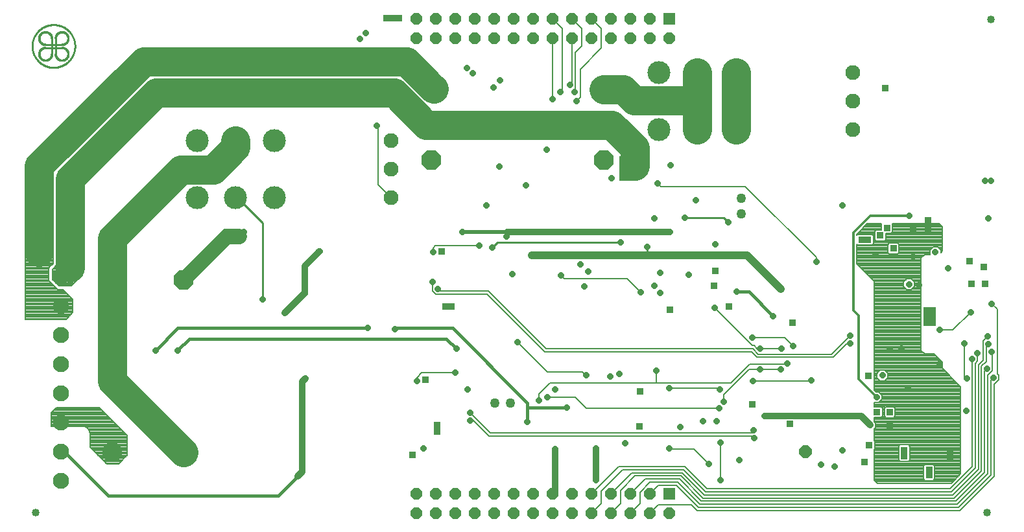
<source format=gbl>
G75*
%MOIN*%
%OFA0B0*%
%FSLAX25Y25*%
%IPPOS*%
%LPD*%
%AMOC8*
5,1,8,0,0,1.08239X$1,22.5*
%
%ADD10C,0.01000*%
%ADD11C,0.00100*%
%ADD12R,0.05906X0.05906*%
%ADD13OC8,0.05906*%
%ADD14C,0.08268*%
%ADD15C,0.04000*%
%ADD16OC8,0.06496*%
%ADD17OC8,0.10000*%
%ADD18C,0.11811*%
%ADD19C,0.07677*%
%ADD20C,0.05000*%
%ADD21R,0.03175X0.03175*%
%ADD22OC8,0.03175*%
%ADD23C,0.03200*%
%ADD24C,0.01600*%
%ADD25C,0.00800*%
%ADD26C,0.02000*%
%ADD27C,0.15000*%
%ADD28C,0.08000*%
%ADD29C,0.04000*%
%ADD30C,0.01200*%
D10*
X0136349Y0138431D02*
X0136349Y0177696D01*
X0123428Y0190617D01*
X0122578Y0190617D01*
X0254449Y0165081D02*
X0257099Y0167731D01*
X0320449Y0167731D01*
X0334149Y0165431D02*
X0334149Y0161181D01*
X0335549Y0161031D01*
X0353299Y0180281D02*
X0373549Y0180281D01*
X0375599Y0178231D01*
X0033100Y0267905D02*
X0024832Y0267905D01*
X0024832Y0269480D02*
X0033100Y0269480D01*
X0017966Y0268693D02*
X0017969Y0268963D01*
X0017979Y0269233D01*
X0017996Y0269502D01*
X0018019Y0269771D01*
X0018049Y0270040D01*
X0018085Y0270307D01*
X0018128Y0270574D01*
X0018177Y0270839D01*
X0018233Y0271103D01*
X0018296Y0271366D01*
X0018364Y0271627D01*
X0018440Y0271886D01*
X0018521Y0272143D01*
X0018609Y0272399D01*
X0018703Y0272652D01*
X0018803Y0272903D01*
X0018910Y0273151D01*
X0019022Y0273396D01*
X0019141Y0273639D01*
X0019265Y0273878D01*
X0019395Y0274115D01*
X0019531Y0274348D01*
X0019673Y0274578D01*
X0019820Y0274804D01*
X0019973Y0275027D01*
X0020131Y0275246D01*
X0020294Y0275461D01*
X0020463Y0275671D01*
X0020637Y0275878D01*
X0020816Y0276080D01*
X0020999Y0276278D01*
X0021188Y0276471D01*
X0021381Y0276660D01*
X0021579Y0276843D01*
X0021781Y0277022D01*
X0021988Y0277196D01*
X0022198Y0277365D01*
X0022413Y0277528D01*
X0022632Y0277686D01*
X0022855Y0277839D01*
X0023081Y0277986D01*
X0023311Y0278128D01*
X0023544Y0278264D01*
X0023781Y0278394D01*
X0024020Y0278518D01*
X0024263Y0278637D01*
X0024508Y0278749D01*
X0024756Y0278856D01*
X0025007Y0278956D01*
X0025260Y0279050D01*
X0025516Y0279138D01*
X0025773Y0279219D01*
X0026032Y0279295D01*
X0026293Y0279363D01*
X0026556Y0279426D01*
X0026820Y0279482D01*
X0027085Y0279531D01*
X0027352Y0279574D01*
X0027619Y0279610D01*
X0027888Y0279640D01*
X0028157Y0279663D01*
X0028426Y0279680D01*
X0028696Y0279690D01*
X0028966Y0279693D01*
X0029236Y0279690D01*
X0029506Y0279680D01*
X0029775Y0279663D01*
X0030044Y0279640D01*
X0030313Y0279610D01*
X0030580Y0279574D01*
X0030847Y0279531D01*
X0031112Y0279482D01*
X0031376Y0279426D01*
X0031639Y0279363D01*
X0031900Y0279295D01*
X0032159Y0279219D01*
X0032416Y0279138D01*
X0032672Y0279050D01*
X0032925Y0278956D01*
X0033176Y0278856D01*
X0033424Y0278749D01*
X0033669Y0278637D01*
X0033912Y0278518D01*
X0034151Y0278394D01*
X0034388Y0278264D01*
X0034621Y0278128D01*
X0034851Y0277986D01*
X0035077Y0277839D01*
X0035300Y0277686D01*
X0035519Y0277528D01*
X0035734Y0277365D01*
X0035944Y0277196D01*
X0036151Y0277022D01*
X0036353Y0276843D01*
X0036551Y0276660D01*
X0036744Y0276471D01*
X0036933Y0276278D01*
X0037116Y0276080D01*
X0037295Y0275878D01*
X0037469Y0275671D01*
X0037638Y0275461D01*
X0037801Y0275246D01*
X0037959Y0275027D01*
X0038112Y0274804D01*
X0038259Y0274578D01*
X0038401Y0274348D01*
X0038537Y0274115D01*
X0038667Y0273878D01*
X0038791Y0273639D01*
X0038910Y0273396D01*
X0039022Y0273151D01*
X0039129Y0272903D01*
X0039229Y0272652D01*
X0039323Y0272399D01*
X0039411Y0272143D01*
X0039492Y0271886D01*
X0039568Y0271627D01*
X0039636Y0271366D01*
X0039699Y0271103D01*
X0039755Y0270839D01*
X0039804Y0270574D01*
X0039847Y0270307D01*
X0039883Y0270040D01*
X0039913Y0269771D01*
X0039936Y0269502D01*
X0039953Y0269233D01*
X0039963Y0268963D01*
X0039966Y0268693D01*
X0039963Y0268423D01*
X0039953Y0268153D01*
X0039936Y0267884D01*
X0039913Y0267615D01*
X0039883Y0267346D01*
X0039847Y0267079D01*
X0039804Y0266812D01*
X0039755Y0266547D01*
X0039699Y0266283D01*
X0039636Y0266020D01*
X0039568Y0265759D01*
X0039492Y0265500D01*
X0039411Y0265243D01*
X0039323Y0264987D01*
X0039229Y0264734D01*
X0039129Y0264483D01*
X0039022Y0264235D01*
X0038910Y0263990D01*
X0038791Y0263747D01*
X0038667Y0263508D01*
X0038537Y0263271D01*
X0038401Y0263038D01*
X0038259Y0262808D01*
X0038112Y0262582D01*
X0037959Y0262359D01*
X0037801Y0262140D01*
X0037638Y0261925D01*
X0037469Y0261715D01*
X0037295Y0261508D01*
X0037116Y0261306D01*
X0036933Y0261108D01*
X0036744Y0260915D01*
X0036551Y0260726D01*
X0036353Y0260543D01*
X0036151Y0260364D01*
X0035944Y0260190D01*
X0035734Y0260021D01*
X0035519Y0259858D01*
X0035300Y0259700D01*
X0035077Y0259547D01*
X0034851Y0259400D01*
X0034621Y0259258D01*
X0034388Y0259122D01*
X0034151Y0258992D01*
X0033912Y0258868D01*
X0033669Y0258749D01*
X0033424Y0258637D01*
X0033176Y0258530D01*
X0032925Y0258430D01*
X0032672Y0258336D01*
X0032416Y0258248D01*
X0032159Y0258167D01*
X0031900Y0258091D01*
X0031639Y0258023D01*
X0031376Y0257960D01*
X0031112Y0257904D01*
X0030847Y0257855D01*
X0030580Y0257812D01*
X0030313Y0257776D01*
X0030044Y0257746D01*
X0029775Y0257723D01*
X0029506Y0257706D01*
X0029236Y0257696D01*
X0028966Y0257693D01*
X0028696Y0257696D01*
X0028426Y0257706D01*
X0028157Y0257723D01*
X0027888Y0257746D01*
X0027619Y0257776D01*
X0027352Y0257812D01*
X0027085Y0257855D01*
X0026820Y0257904D01*
X0026556Y0257960D01*
X0026293Y0258023D01*
X0026032Y0258091D01*
X0025773Y0258167D01*
X0025516Y0258248D01*
X0025260Y0258336D01*
X0025007Y0258430D01*
X0024756Y0258530D01*
X0024508Y0258637D01*
X0024263Y0258749D01*
X0024020Y0258868D01*
X0023781Y0258992D01*
X0023544Y0259122D01*
X0023311Y0259258D01*
X0023081Y0259400D01*
X0022855Y0259547D01*
X0022632Y0259700D01*
X0022413Y0259858D01*
X0022198Y0260021D01*
X0021988Y0260190D01*
X0021781Y0260364D01*
X0021579Y0260543D01*
X0021381Y0260726D01*
X0021188Y0260915D01*
X0020999Y0261108D01*
X0020816Y0261306D01*
X0020637Y0261508D01*
X0020463Y0261715D01*
X0020294Y0261925D01*
X0020131Y0262140D01*
X0019973Y0262359D01*
X0019820Y0262582D01*
X0019673Y0262808D01*
X0019531Y0263038D01*
X0019395Y0263271D01*
X0019265Y0263508D01*
X0019141Y0263747D01*
X0019022Y0263990D01*
X0018910Y0264235D01*
X0018803Y0264483D01*
X0018703Y0264734D01*
X0018609Y0264987D01*
X0018521Y0265243D01*
X0018440Y0265500D01*
X0018364Y0265759D01*
X0018296Y0266020D01*
X0018233Y0266283D01*
X0018177Y0266547D01*
X0018128Y0266812D01*
X0018085Y0267079D01*
X0018049Y0267346D01*
X0018019Y0267615D01*
X0017996Y0267884D01*
X0017979Y0268153D01*
X0017969Y0268423D01*
X0017966Y0268693D01*
X0027981Y0264756D02*
X0027981Y0272630D01*
X0029950Y0272630D02*
X0029950Y0264756D01*
D11*
X0029499Y0264719D02*
X0030399Y0264691D01*
X0030398Y0264692D02*
X0030399Y0264587D01*
X0030404Y0264481D01*
X0030412Y0264376D01*
X0030425Y0264272D01*
X0030441Y0264168D01*
X0030461Y0264065D01*
X0030486Y0263962D01*
X0030514Y0263861D01*
X0030545Y0263760D01*
X0030581Y0263661D01*
X0030620Y0263564D01*
X0030663Y0263468D01*
X0030710Y0263373D01*
X0030760Y0263281D01*
X0030813Y0263190D01*
X0030870Y0263101D01*
X0030930Y0263015D01*
X0030993Y0262931D01*
X0031060Y0262849D01*
X0031129Y0262770D01*
X0031202Y0262694D01*
X0031277Y0262620D01*
X0031355Y0262549D01*
X0031435Y0262481D01*
X0031518Y0262417D01*
X0031604Y0262355D01*
X0031692Y0262297D01*
X0031781Y0262242D01*
X0031873Y0262190D01*
X0031967Y0262142D01*
X0032062Y0262098D01*
X0032159Y0262057D01*
X0032258Y0262020D01*
X0032357Y0261986D01*
X0032458Y0261956D01*
X0032560Y0261931D01*
X0032663Y0261909D01*
X0032767Y0261890D01*
X0032871Y0261876D01*
X0032976Y0261866D01*
X0033081Y0261859D01*
X0033186Y0261857D01*
X0033292Y0261859D01*
X0033397Y0261864D01*
X0033502Y0261874D01*
X0033606Y0261887D01*
X0033710Y0261904D01*
X0033813Y0261925D01*
X0033915Y0261950D01*
X0034016Y0261979D01*
X0034117Y0262012D01*
X0034215Y0262048D01*
X0034313Y0262088D01*
X0034408Y0262132D01*
X0034502Y0262179D01*
X0034595Y0262230D01*
X0034685Y0262284D01*
X0034773Y0262342D01*
X0034859Y0262403D01*
X0034942Y0262467D01*
X0035024Y0262534D01*
X0035102Y0262604D01*
X0035178Y0262677D01*
X0035251Y0262753D01*
X0035321Y0262831D01*
X0035388Y0262913D01*
X0035452Y0262996D01*
X0035513Y0263082D01*
X0035571Y0263170D01*
X0035625Y0263260D01*
X0035676Y0263353D01*
X0035723Y0263447D01*
X0035767Y0263542D01*
X0035807Y0263640D01*
X0035843Y0263738D01*
X0035876Y0263839D01*
X0035905Y0263940D01*
X0035930Y0264042D01*
X0035951Y0264145D01*
X0035968Y0264249D01*
X0035981Y0264353D01*
X0035991Y0264458D01*
X0035996Y0264563D01*
X0035998Y0264669D01*
X0035996Y0264774D01*
X0035989Y0264879D01*
X0035979Y0264984D01*
X0035965Y0265088D01*
X0035946Y0265192D01*
X0035924Y0265295D01*
X0035899Y0265397D01*
X0035869Y0265498D01*
X0035835Y0265597D01*
X0035798Y0265696D01*
X0035757Y0265793D01*
X0035713Y0265888D01*
X0035665Y0265982D01*
X0035613Y0266074D01*
X0035558Y0266163D01*
X0035500Y0266251D01*
X0035438Y0266337D01*
X0035374Y0266420D01*
X0035306Y0266500D01*
X0035235Y0266578D01*
X0035161Y0266653D01*
X0035085Y0266726D01*
X0035006Y0266795D01*
X0034924Y0266862D01*
X0034840Y0266925D01*
X0034754Y0266985D01*
X0034665Y0267042D01*
X0034574Y0267095D01*
X0034482Y0267145D01*
X0034387Y0267192D01*
X0034291Y0267235D01*
X0034194Y0267274D01*
X0034095Y0267310D01*
X0033994Y0267341D01*
X0033893Y0267369D01*
X0033790Y0267394D01*
X0033687Y0267414D01*
X0033583Y0267430D01*
X0033479Y0267443D01*
X0033374Y0267451D01*
X0033268Y0267456D01*
X0033163Y0267457D01*
X0033136Y0268356D01*
X0033256Y0268357D01*
X0033376Y0268353D01*
X0033496Y0268345D01*
X0033616Y0268333D01*
X0033735Y0268318D01*
X0033854Y0268298D01*
X0033972Y0268275D01*
X0034089Y0268248D01*
X0034206Y0268217D01*
X0034321Y0268183D01*
X0034435Y0268144D01*
X0034547Y0268102D01*
X0034659Y0268057D01*
X0034768Y0268007D01*
X0034876Y0267954D01*
X0034983Y0267898D01*
X0035087Y0267838D01*
X0035189Y0267775D01*
X0035290Y0267709D01*
X0035388Y0267639D01*
X0035484Y0267567D01*
X0035577Y0267491D01*
X0035668Y0267412D01*
X0035756Y0267330D01*
X0035842Y0267246D01*
X0035924Y0267158D01*
X0036004Y0267069D01*
X0036081Y0266976D01*
X0036155Y0266881D01*
X0036226Y0266784D01*
X0036293Y0266684D01*
X0036357Y0266583D01*
X0036418Y0266479D01*
X0036476Y0266373D01*
X0036530Y0266266D01*
X0036580Y0266157D01*
X0036627Y0266046D01*
X0036671Y0265934D01*
X0036710Y0265820D01*
X0036746Y0265705D01*
X0036779Y0265590D01*
X0036807Y0265473D01*
X0036832Y0265355D01*
X0036852Y0265237D01*
X0036869Y0265117D01*
X0036882Y0264998D01*
X0036891Y0264878D01*
X0036897Y0264758D01*
X0036898Y0264638D01*
X0036895Y0264517D01*
X0036889Y0264397D01*
X0036878Y0264277D01*
X0036864Y0264158D01*
X0036846Y0264039D01*
X0036824Y0263921D01*
X0036798Y0263803D01*
X0036769Y0263687D01*
X0036735Y0263571D01*
X0036698Y0263457D01*
X0036657Y0263344D01*
X0036613Y0263232D01*
X0036565Y0263122D01*
X0036513Y0263013D01*
X0036458Y0262906D01*
X0036399Y0262801D01*
X0036337Y0262698D01*
X0036272Y0262597D01*
X0036203Y0262499D01*
X0036131Y0262402D01*
X0036057Y0262308D01*
X0035979Y0262216D01*
X0035898Y0262127D01*
X0035814Y0262041D01*
X0035728Y0261957D01*
X0035639Y0261876D01*
X0035547Y0261798D01*
X0035453Y0261724D01*
X0035356Y0261652D01*
X0035258Y0261583D01*
X0035157Y0261518D01*
X0035054Y0261456D01*
X0034949Y0261397D01*
X0034842Y0261342D01*
X0034733Y0261290D01*
X0034623Y0261242D01*
X0034511Y0261198D01*
X0034398Y0261157D01*
X0034284Y0261120D01*
X0034168Y0261086D01*
X0034052Y0261057D01*
X0033934Y0261031D01*
X0033816Y0261009D01*
X0033697Y0260991D01*
X0033578Y0260977D01*
X0033458Y0260966D01*
X0033338Y0260960D01*
X0033217Y0260957D01*
X0033097Y0260958D01*
X0032977Y0260964D01*
X0032857Y0260973D01*
X0032738Y0260986D01*
X0032618Y0261003D01*
X0032500Y0261023D01*
X0032382Y0261048D01*
X0032265Y0261076D01*
X0032150Y0261109D01*
X0032035Y0261145D01*
X0031921Y0261184D01*
X0031809Y0261228D01*
X0031698Y0261275D01*
X0031589Y0261325D01*
X0031482Y0261379D01*
X0031376Y0261437D01*
X0031272Y0261498D01*
X0031171Y0261562D01*
X0031071Y0261629D01*
X0030974Y0261700D01*
X0030879Y0261774D01*
X0030786Y0261851D01*
X0030697Y0261931D01*
X0030609Y0262013D01*
X0030525Y0262099D01*
X0030443Y0262187D01*
X0030364Y0262278D01*
X0030288Y0262371D01*
X0030216Y0262467D01*
X0030146Y0262565D01*
X0030080Y0262666D01*
X0030017Y0262768D01*
X0029957Y0262872D01*
X0029901Y0262979D01*
X0029848Y0263087D01*
X0029798Y0263196D01*
X0029753Y0263308D01*
X0029711Y0263420D01*
X0029672Y0263534D01*
X0029638Y0263649D01*
X0029607Y0263766D01*
X0029580Y0263883D01*
X0029557Y0264001D01*
X0029537Y0264120D01*
X0029522Y0264239D01*
X0029510Y0264359D01*
X0029502Y0264479D01*
X0029498Y0264599D01*
X0029499Y0264719D01*
X0029592Y0264716D01*
X0029593Y0264597D01*
X0029596Y0264477D01*
X0029604Y0264358D01*
X0029616Y0264239D01*
X0029632Y0264120D01*
X0029652Y0264002D01*
X0029676Y0263885D01*
X0029703Y0263768D01*
X0029735Y0263653D01*
X0029770Y0263538D01*
X0029809Y0263425D01*
X0029852Y0263314D01*
X0029898Y0263203D01*
X0029948Y0263095D01*
X0030002Y0262988D01*
X0030059Y0262882D01*
X0030119Y0262779D01*
X0030183Y0262678D01*
X0030251Y0262579D01*
X0030321Y0262483D01*
X0030395Y0262388D01*
X0030472Y0262297D01*
X0030552Y0262207D01*
X0030634Y0262121D01*
X0030720Y0262037D01*
X0030808Y0261957D01*
X0030899Y0261879D01*
X0030993Y0261804D01*
X0031088Y0261732D01*
X0031187Y0261664D01*
X0031287Y0261599D01*
X0031390Y0261537D01*
X0031494Y0261479D01*
X0031600Y0261424D01*
X0031709Y0261373D01*
X0031818Y0261325D01*
X0031930Y0261281D01*
X0032042Y0261241D01*
X0032156Y0261205D01*
X0032271Y0261172D01*
X0032388Y0261143D01*
X0032505Y0261118D01*
X0032622Y0261097D01*
X0032741Y0261080D01*
X0032860Y0261067D01*
X0032979Y0261058D01*
X0033098Y0261052D01*
X0033218Y0261051D01*
X0033338Y0261054D01*
X0033457Y0261060D01*
X0033576Y0261071D01*
X0033695Y0261085D01*
X0033813Y0261104D01*
X0033931Y0261126D01*
X0034048Y0261153D01*
X0034163Y0261183D01*
X0034278Y0261217D01*
X0034392Y0261254D01*
X0034504Y0261296D01*
X0034615Y0261341D01*
X0034724Y0261390D01*
X0034832Y0261442D01*
X0034937Y0261498D01*
X0035041Y0261558D01*
X0035143Y0261621D01*
X0035243Y0261687D01*
X0035340Y0261756D01*
X0035435Y0261829D01*
X0035528Y0261905D01*
X0035618Y0261983D01*
X0035705Y0262065D01*
X0035790Y0262150D01*
X0035872Y0262237D01*
X0035950Y0262327D01*
X0036026Y0262420D01*
X0036099Y0262515D01*
X0036168Y0262612D01*
X0036234Y0262712D01*
X0036297Y0262814D01*
X0036357Y0262918D01*
X0036413Y0263023D01*
X0036465Y0263131D01*
X0036514Y0263240D01*
X0036559Y0263351D01*
X0036601Y0263463D01*
X0036638Y0263577D01*
X0036672Y0263692D01*
X0036702Y0263807D01*
X0036729Y0263924D01*
X0036751Y0264042D01*
X0036770Y0264160D01*
X0036784Y0264279D01*
X0036795Y0264398D01*
X0036801Y0264517D01*
X0036804Y0264637D01*
X0036803Y0264757D01*
X0036797Y0264876D01*
X0036788Y0264995D01*
X0036775Y0265114D01*
X0036758Y0265233D01*
X0036737Y0265350D01*
X0036712Y0265467D01*
X0036683Y0265584D01*
X0036650Y0265699D01*
X0036614Y0265813D01*
X0036574Y0265925D01*
X0036530Y0266037D01*
X0036482Y0266146D01*
X0036431Y0266255D01*
X0036376Y0266361D01*
X0036318Y0266465D01*
X0036256Y0266568D01*
X0036191Y0266668D01*
X0036123Y0266767D01*
X0036051Y0266862D01*
X0035976Y0266956D01*
X0035898Y0267047D01*
X0035818Y0267135D01*
X0035734Y0267221D01*
X0035648Y0267303D01*
X0035558Y0267383D01*
X0035467Y0267460D01*
X0035372Y0267534D01*
X0035276Y0267604D01*
X0035177Y0267672D01*
X0035076Y0267736D01*
X0034973Y0267796D01*
X0034867Y0267853D01*
X0034760Y0267907D01*
X0034652Y0267957D01*
X0034541Y0268003D01*
X0034430Y0268046D01*
X0034317Y0268085D01*
X0034202Y0268120D01*
X0034087Y0268152D01*
X0033970Y0268179D01*
X0033853Y0268203D01*
X0033735Y0268223D01*
X0033616Y0268239D01*
X0033497Y0268251D01*
X0033378Y0268259D01*
X0033258Y0268262D01*
X0033139Y0268263D01*
X0033142Y0268169D01*
X0033259Y0268168D01*
X0033376Y0268164D01*
X0033493Y0268157D01*
X0033610Y0268145D01*
X0033726Y0268129D01*
X0033842Y0268109D01*
X0033957Y0268086D01*
X0034071Y0268059D01*
X0034184Y0268028D01*
X0034296Y0267993D01*
X0034407Y0267954D01*
X0034517Y0267912D01*
X0034625Y0267866D01*
X0034731Y0267817D01*
X0034836Y0267764D01*
X0034939Y0267707D01*
X0035040Y0267647D01*
X0035138Y0267584D01*
X0035235Y0267518D01*
X0035330Y0267448D01*
X0035422Y0267375D01*
X0035511Y0267300D01*
X0035598Y0267221D01*
X0035682Y0267139D01*
X0035764Y0267055D01*
X0035843Y0266968D01*
X0035918Y0266878D01*
X0035991Y0266786D01*
X0036061Y0266692D01*
X0036127Y0266595D01*
X0036190Y0266496D01*
X0036250Y0266395D01*
X0036306Y0266292D01*
X0036359Y0266187D01*
X0036408Y0266081D01*
X0036454Y0265973D01*
X0036496Y0265863D01*
X0036535Y0265752D01*
X0036570Y0265640D01*
X0036600Y0265527D01*
X0036628Y0265413D01*
X0036651Y0265298D01*
X0036670Y0265182D01*
X0036686Y0265066D01*
X0036698Y0264949D01*
X0036706Y0264832D01*
X0036710Y0264715D01*
X0036709Y0264598D01*
X0036706Y0264480D01*
X0036698Y0264363D01*
X0036686Y0264246D01*
X0036670Y0264130D01*
X0036651Y0264014D01*
X0036627Y0263900D01*
X0036600Y0263785D01*
X0036569Y0263672D01*
X0036534Y0263560D01*
X0036496Y0263449D01*
X0036454Y0263340D01*
X0036408Y0263232D01*
X0036358Y0263125D01*
X0036305Y0263021D01*
X0036249Y0262918D01*
X0036189Y0262817D01*
X0036126Y0262718D01*
X0036060Y0262621D01*
X0035990Y0262527D01*
X0035917Y0262435D01*
X0035842Y0262345D01*
X0035763Y0262258D01*
X0035681Y0262174D01*
X0035597Y0262092D01*
X0035510Y0262013D01*
X0035420Y0261938D01*
X0035328Y0261865D01*
X0035234Y0261795D01*
X0035137Y0261729D01*
X0035038Y0261666D01*
X0034937Y0261606D01*
X0034834Y0261550D01*
X0034730Y0261497D01*
X0034623Y0261447D01*
X0034515Y0261401D01*
X0034406Y0261359D01*
X0034295Y0261321D01*
X0034183Y0261286D01*
X0034070Y0261255D01*
X0033955Y0261228D01*
X0033841Y0261204D01*
X0033725Y0261185D01*
X0033609Y0261169D01*
X0033492Y0261157D01*
X0033375Y0261149D01*
X0033257Y0261146D01*
X0033140Y0261145D01*
X0033023Y0261149D01*
X0032906Y0261157D01*
X0032789Y0261169D01*
X0032673Y0261185D01*
X0032557Y0261204D01*
X0032442Y0261227D01*
X0032328Y0261255D01*
X0032215Y0261285D01*
X0032103Y0261320D01*
X0031992Y0261359D01*
X0031882Y0261401D01*
X0031774Y0261447D01*
X0031668Y0261496D01*
X0031563Y0261549D01*
X0031460Y0261605D01*
X0031359Y0261665D01*
X0031260Y0261728D01*
X0031163Y0261794D01*
X0031069Y0261864D01*
X0030977Y0261937D01*
X0030887Y0262012D01*
X0030800Y0262091D01*
X0030716Y0262173D01*
X0030634Y0262257D01*
X0030555Y0262344D01*
X0030480Y0262433D01*
X0030407Y0262525D01*
X0030337Y0262620D01*
X0030271Y0262717D01*
X0030208Y0262815D01*
X0030148Y0262916D01*
X0030091Y0263019D01*
X0030038Y0263124D01*
X0029989Y0263230D01*
X0029943Y0263338D01*
X0029901Y0263448D01*
X0029862Y0263559D01*
X0029827Y0263671D01*
X0029796Y0263784D01*
X0029769Y0263898D01*
X0029746Y0264013D01*
X0029726Y0264129D01*
X0029710Y0264245D01*
X0029698Y0264362D01*
X0029691Y0264479D01*
X0029687Y0264596D01*
X0029686Y0264713D01*
X0029780Y0264711D01*
X0029781Y0264594D01*
X0029785Y0264477D01*
X0029793Y0264361D01*
X0029805Y0264245D01*
X0029821Y0264129D01*
X0029841Y0264014D01*
X0029865Y0263900D01*
X0029893Y0263787D01*
X0029924Y0263675D01*
X0029960Y0263564D01*
X0029999Y0263454D01*
X0030042Y0263345D01*
X0030088Y0263238D01*
X0030139Y0263133D01*
X0030192Y0263030D01*
X0030250Y0262928D01*
X0030310Y0262828D01*
X0030374Y0262731D01*
X0030442Y0262636D01*
X0030512Y0262543D01*
X0030586Y0262452D01*
X0030663Y0262365D01*
X0030742Y0262279D01*
X0030825Y0262197D01*
X0030910Y0262117D01*
X0030998Y0262041D01*
X0031089Y0261967D01*
X0031182Y0261897D01*
X0031277Y0261830D01*
X0031375Y0261766D01*
X0031474Y0261705D01*
X0031576Y0261648D01*
X0031680Y0261595D01*
X0031785Y0261545D01*
X0031892Y0261498D01*
X0032001Y0261456D01*
X0032111Y0261417D01*
X0032222Y0261381D01*
X0032334Y0261350D01*
X0032448Y0261322D01*
X0032562Y0261299D01*
X0032677Y0261279D01*
X0032792Y0261263D01*
X0032908Y0261251D01*
X0033025Y0261243D01*
X0033141Y0261239D01*
X0033258Y0261240D01*
X0033374Y0261244D01*
X0033491Y0261252D01*
X0033607Y0261264D01*
X0033722Y0261279D01*
X0033837Y0261299D01*
X0033952Y0261323D01*
X0034065Y0261351D01*
X0034177Y0261382D01*
X0034288Y0261418D01*
X0034398Y0261457D01*
X0034507Y0261499D01*
X0034614Y0261546D01*
X0034719Y0261596D01*
X0034823Y0261650D01*
X0034924Y0261707D01*
X0035024Y0261768D01*
X0035121Y0261832D01*
X0035217Y0261899D01*
X0035310Y0261969D01*
X0035400Y0262043D01*
X0035488Y0262120D01*
X0035573Y0262199D01*
X0035656Y0262282D01*
X0035735Y0262367D01*
X0035812Y0262455D01*
X0035886Y0262545D01*
X0035956Y0262638D01*
X0036023Y0262734D01*
X0036087Y0262831D01*
X0036148Y0262931D01*
X0036205Y0263032D01*
X0036259Y0263136D01*
X0036309Y0263241D01*
X0036356Y0263348D01*
X0036398Y0263457D01*
X0036437Y0263567D01*
X0036473Y0263678D01*
X0036504Y0263790D01*
X0036532Y0263903D01*
X0036556Y0264018D01*
X0036576Y0264133D01*
X0036591Y0264248D01*
X0036603Y0264364D01*
X0036611Y0264481D01*
X0036615Y0264597D01*
X0036616Y0264714D01*
X0036612Y0264830D01*
X0036604Y0264947D01*
X0036592Y0265063D01*
X0036576Y0265178D01*
X0036556Y0265293D01*
X0036533Y0265407D01*
X0036505Y0265521D01*
X0036474Y0265633D01*
X0036438Y0265744D01*
X0036399Y0265854D01*
X0036357Y0265963D01*
X0036310Y0266070D01*
X0036260Y0266175D01*
X0036207Y0266279D01*
X0036150Y0266381D01*
X0036089Y0266480D01*
X0036025Y0266578D01*
X0035958Y0266673D01*
X0035888Y0266766D01*
X0035814Y0266857D01*
X0035738Y0266945D01*
X0035658Y0267030D01*
X0035576Y0267113D01*
X0035490Y0267192D01*
X0035403Y0267269D01*
X0035312Y0267343D01*
X0035219Y0267413D01*
X0035124Y0267481D01*
X0035027Y0267545D01*
X0034927Y0267605D01*
X0034825Y0267663D01*
X0034722Y0267716D01*
X0034617Y0267767D01*
X0034510Y0267813D01*
X0034401Y0267856D01*
X0034291Y0267895D01*
X0034180Y0267931D01*
X0034068Y0267962D01*
X0033955Y0267990D01*
X0033841Y0268014D01*
X0033726Y0268034D01*
X0033610Y0268050D01*
X0033494Y0268062D01*
X0033378Y0268070D01*
X0033261Y0268074D01*
X0033144Y0268075D01*
X0033147Y0267981D01*
X0033262Y0267980D01*
X0033376Y0267976D01*
X0033490Y0267968D01*
X0033603Y0267956D01*
X0033716Y0267940D01*
X0033829Y0267921D01*
X0033941Y0267897D01*
X0034052Y0267870D01*
X0034161Y0267838D01*
X0034270Y0267803D01*
X0034378Y0267765D01*
X0034484Y0267722D01*
X0034588Y0267676D01*
X0034691Y0267627D01*
X0034792Y0267574D01*
X0034892Y0267517D01*
X0034989Y0267457D01*
X0035084Y0267394D01*
X0035177Y0267328D01*
X0035268Y0267258D01*
X0035356Y0267185D01*
X0035441Y0267110D01*
X0035524Y0267031D01*
X0035605Y0266950D01*
X0035682Y0266866D01*
X0035756Y0266779D01*
X0035828Y0266690D01*
X0035896Y0266598D01*
X0035961Y0266505D01*
X0036023Y0266409D01*
X0036082Y0266310D01*
X0036137Y0266210D01*
X0036188Y0266108D01*
X0036236Y0266005D01*
X0036281Y0265900D01*
X0036322Y0265793D01*
X0036359Y0265685D01*
X0036393Y0265576D01*
X0036422Y0265465D01*
X0036448Y0265354D01*
X0036470Y0265242D01*
X0036488Y0265129D01*
X0036503Y0265016D01*
X0036513Y0264902D01*
X0036519Y0264788D01*
X0036522Y0264674D01*
X0036521Y0264560D01*
X0036515Y0264446D01*
X0036506Y0264332D01*
X0036493Y0264218D01*
X0036476Y0264105D01*
X0036455Y0263993D01*
X0036430Y0263881D01*
X0036402Y0263771D01*
X0036369Y0263661D01*
X0036333Y0263553D01*
X0036293Y0263446D01*
X0036250Y0263340D01*
X0036203Y0263236D01*
X0036152Y0263134D01*
X0036098Y0263033D01*
X0036041Y0262934D01*
X0035980Y0262838D01*
X0035916Y0262743D01*
X0035848Y0262651D01*
X0035778Y0262561D01*
X0035704Y0262474D01*
X0035628Y0262389D01*
X0035548Y0262307D01*
X0035466Y0262227D01*
X0035381Y0262151D01*
X0035294Y0262077D01*
X0035204Y0262007D01*
X0035112Y0261939D01*
X0035017Y0261875D01*
X0034921Y0261814D01*
X0034822Y0261757D01*
X0034721Y0261703D01*
X0034619Y0261652D01*
X0034515Y0261605D01*
X0034409Y0261562D01*
X0034302Y0261522D01*
X0034194Y0261486D01*
X0034084Y0261453D01*
X0033974Y0261425D01*
X0033862Y0261400D01*
X0033750Y0261379D01*
X0033637Y0261362D01*
X0033523Y0261349D01*
X0033409Y0261340D01*
X0033295Y0261334D01*
X0033181Y0261333D01*
X0033067Y0261336D01*
X0032953Y0261342D01*
X0032839Y0261352D01*
X0032726Y0261367D01*
X0032613Y0261385D01*
X0032501Y0261407D01*
X0032390Y0261433D01*
X0032279Y0261462D01*
X0032170Y0261496D01*
X0032062Y0261533D01*
X0031955Y0261574D01*
X0031850Y0261619D01*
X0031747Y0261667D01*
X0031645Y0261718D01*
X0031545Y0261773D01*
X0031446Y0261832D01*
X0031350Y0261894D01*
X0031257Y0261959D01*
X0031165Y0262027D01*
X0031076Y0262099D01*
X0030989Y0262173D01*
X0030905Y0262250D01*
X0030824Y0262331D01*
X0030745Y0262414D01*
X0030670Y0262499D01*
X0030597Y0262587D01*
X0030527Y0262678D01*
X0030461Y0262771D01*
X0030398Y0262866D01*
X0030338Y0262963D01*
X0030281Y0263063D01*
X0030228Y0263164D01*
X0030179Y0263267D01*
X0030133Y0263371D01*
X0030090Y0263477D01*
X0030052Y0263585D01*
X0030017Y0263694D01*
X0029985Y0263803D01*
X0029958Y0263914D01*
X0029934Y0264026D01*
X0029915Y0264139D01*
X0029899Y0264252D01*
X0029887Y0264365D01*
X0029879Y0264479D01*
X0029875Y0264593D01*
X0029874Y0264708D01*
X0029968Y0264705D01*
X0029969Y0264592D01*
X0029973Y0264480D01*
X0029981Y0264367D01*
X0029993Y0264255D01*
X0030009Y0264144D01*
X0030029Y0264033D01*
X0030053Y0263923D01*
X0030080Y0263814D01*
X0030111Y0263706D01*
X0030146Y0263599D01*
X0030185Y0263493D01*
X0030228Y0263388D01*
X0030274Y0263286D01*
X0030323Y0263185D01*
X0030376Y0263085D01*
X0030433Y0262988D01*
X0030493Y0262892D01*
X0030556Y0262799D01*
X0030622Y0262708D01*
X0030692Y0262620D01*
X0030764Y0262533D01*
X0030840Y0262450D01*
X0030918Y0262369D01*
X0030999Y0262291D01*
X0031083Y0262216D01*
X0031169Y0262144D01*
X0031258Y0262074D01*
X0031349Y0262008D01*
X0031443Y0261945D01*
X0031539Y0261886D01*
X0031636Y0261830D01*
X0031736Y0261777D01*
X0031837Y0261728D01*
X0031940Y0261682D01*
X0032044Y0261640D01*
X0032150Y0261602D01*
X0032257Y0261567D01*
X0032366Y0261536D01*
X0032475Y0261509D01*
X0032585Y0261486D01*
X0032696Y0261466D01*
X0032808Y0261451D01*
X0032920Y0261439D01*
X0033032Y0261431D01*
X0033145Y0261427D01*
X0033257Y0261428D01*
X0033370Y0261432D01*
X0033482Y0261440D01*
X0033594Y0261451D01*
X0033706Y0261467D01*
X0033816Y0261487D01*
X0033927Y0261510D01*
X0034036Y0261538D01*
X0034144Y0261569D01*
X0034251Y0261604D01*
X0034357Y0261642D01*
X0034461Y0261684D01*
X0034564Y0261730D01*
X0034665Y0261780D01*
X0034765Y0261832D01*
X0034862Y0261889D01*
X0034958Y0261949D01*
X0035051Y0262011D01*
X0035142Y0262078D01*
X0035231Y0262147D01*
X0035317Y0262219D01*
X0035401Y0262295D01*
X0035482Y0262373D01*
X0035560Y0262454D01*
X0035636Y0262538D01*
X0035708Y0262624D01*
X0035777Y0262713D01*
X0035844Y0262804D01*
X0035906Y0262897D01*
X0035966Y0262993D01*
X0036023Y0263090D01*
X0036075Y0263190D01*
X0036125Y0263291D01*
X0036171Y0263394D01*
X0036213Y0263498D01*
X0036251Y0263604D01*
X0036286Y0263711D01*
X0036317Y0263819D01*
X0036345Y0263928D01*
X0036368Y0264039D01*
X0036388Y0264149D01*
X0036404Y0264261D01*
X0036415Y0264373D01*
X0036423Y0264485D01*
X0036427Y0264598D01*
X0036428Y0264710D01*
X0036424Y0264823D01*
X0036416Y0264935D01*
X0036404Y0265047D01*
X0036389Y0265159D01*
X0036369Y0265270D01*
X0036346Y0265380D01*
X0036319Y0265489D01*
X0036288Y0265598D01*
X0036253Y0265705D01*
X0036215Y0265811D01*
X0036173Y0265915D01*
X0036127Y0266018D01*
X0036078Y0266119D01*
X0036025Y0266219D01*
X0035969Y0266316D01*
X0035910Y0266412D01*
X0035847Y0266506D01*
X0035781Y0266597D01*
X0035711Y0266686D01*
X0035639Y0266772D01*
X0035564Y0266856D01*
X0035486Y0266937D01*
X0035405Y0267015D01*
X0035322Y0267091D01*
X0035235Y0267163D01*
X0035147Y0267233D01*
X0035056Y0267299D01*
X0034963Y0267362D01*
X0034867Y0267422D01*
X0034770Y0267479D01*
X0034670Y0267532D01*
X0034569Y0267581D01*
X0034467Y0267627D01*
X0034362Y0267670D01*
X0034256Y0267709D01*
X0034149Y0267744D01*
X0034041Y0267775D01*
X0033932Y0267802D01*
X0033822Y0267826D01*
X0033711Y0267846D01*
X0033600Y0267862D01*
X0033488Y0267874D01*
X0033375Y0267882D01*
X0033263Y0267886D01*
X0033150Y0267887D01*
X0033153Y0267793D01*
X0033265Y0267792D01*
X0033376Y0267788D01*
X0033488Y0267780D01*
X0033599Y0267767D01*
X0033710Y0267751D01*
X0033820Y0267731D01*
X0033929Y0267707D01*
X0034037Y0267679D01*
X0034144Y0267647D01*
X0034250Y0267611D01*
X0034355Y0267572D01*
X0034458Y0267529D01*
X0034559Y0267482D01*
X0034659Y0267432D01*
X0034757Y0267378D01*
X0034853Y0267321D01*
X0034947Y0267260D01*
X0035039Y0267196D01*
X0035128Y0267129D01*
X0035215Y0267058D01*
X0035299Y0266985D01*
X0035381Y0266909D01*
X0035460Y0266829D01*
X0035536Y0266747D01*
X0035609Y0266663D01*
X0035679Y0266576D01*
X0035745Y0266486D01*
X0035809Y0266394D01*
X0035869Y0266300D01*
X0035926Y0266204D01*
X0035980Y0266105D01*
X0036029Y0266005D01*
X0036076Y0265904D01*
X0036118Y0265800D01*
X0036157Y0265695D01*
X0036192Y0265589D01*
X0036224Y0265482D01*
X0036251Y0265374D01*
X0036275Y0265264D01*
X0036294Y0265154D01*
X0036310Y0265044D01*
X0036322Y0264932D01*
X0036330Y0264821D01*
X0036334Y0264709D01*
X0036333Y0264597D01*
X0036329Y0264486D01*
X0036321Y0264374D01*
X0036309Y0264263D01*
X0036293Y0264153D01*
X0036273Y0264043D01*
X0036249Y0263933D01*
X0036222Y0263825D01*
X0036190Y0263718D01*
X0036155Y0263612D01*
X0036116Y0263507D01*
X0036073Y0263404D01*
X0036026Y0263302D01*
X0035976Y0263202D01*
X0035923Y0263104D01*
X0035865Y0263008D01*
X0035805Y0262914D01*
X0035741Y0262822D01*
X0035674Y0262733D01*
X0035604Y0262646D01*
X0035531Y0262561D01*
X0035455Y0262479D01*
X0035376Y0262400D01*
X0035294Y0262324D01*
X0035209Y0262251D01*
X0035122Y0262181D01*
X0035033Y0262114D01*
X0034941Y0262050D01*
X0034847Y0261990D01*
X0034751Y0261932D01*
X0034653Y0261879D01*
X0034553Y0261829D01*
X0034451Y0261782D01*
X0034348Y0261739D01*
X0034243Y0261700D01*
X0034137Y0261665D01*
X0034030Y0261633D01*
X0033922Y0261606D01*
X0033812Y0261582D01*
X0033702Y0261562D01*
X0033592Y0261546D01*
X0033481Y0261534D01*
X0033369Y0261526D01*
X0033258Y0261522D01*
X0033146Y0261521D01*
X0033034Y0261525D01*
X0032923Y0261533D01*
X0032811Y0261545D01*
X0032701Y0261561D01*
X0032591Y0261580D01*
X0032481Y0261604D01*
X0032373Y0261631D01*
X0032266Y0261663D01*
X0032160Y0261698D01*
X0032055Y0261737D01*
X0031951Y0261779D01*
X0031850Y0261826D01*
X0031750Y0261875D01*
X0031651Y0261929D01*
X0031555Y0261986D01*
X0031461Y0262046D01*
X0031369Y0262110D01*
X0031279Y0262176D01*
X0031192Y0262246D01*
X0031108Y0262319D01*
X0031026Y0262395D01*
X0030946Y0262474D01*
X0030870Y0262556D01*
X0030797Y0262640D01*
X0030726Y0262727D01*
X0030659Y0262816D01*
X0030595Y0262908D01*
X0030534Y0263002D01*
X0030477Y0263098D01*
X0030423Y0263196D01*
X0030373Y0263296D01*
X0030326Y0263397D01*
X0030283Y0263500D01*
X0030244Y0263605D01*
X0030208Y0263711D01*
X0030176Y0263818D01*
X0030148Y0263926D01*
X0030124Y0264035D01*
X0030104Y0264145D01*
X0030088Y0264256D01*
X0030075Y0264367D01*
X0030067Y0264479D01*
X0030063Y0264590D01*
X0030062Y0264702D01*
X0030156Y0264699D01*
X0030157Y0264590D01*
X0030161Y0264481D01*
X0030169Y0264372D01*
X0030182Y0264263D01*
X0030198Y0264155D01*
X0030218Y0264048D01*
X0030241Y0263941D01*
X0030269Y0263836D01*
X0030300Y0263731D01*
X0030336Y0263628D01*
X0030374Y0263525D01*
X0030417Y0263425D01*
X0030463Y0263326D01*
X0030512Y0263228D01*
X0030565Y0263133D01*
X0030622Y0263039D01*
X0030682Y0262948D01*
X0030745Y0262859D01*
X0030811Y0262772D01*
X0030880Y0262687D01*
X0030952Y0262605D01*
X0031027Y0262526D01*
X0031105Y0262449D01*
X0031186Y0262376D01*
X0031269Y0262305D01*
X0031355Y0262237D01*
X0031443Y0262173D01*
X0031533Y0262111D01*
X0031625Y0262053D01*
X0031720Y0261998D01*
X0031816Y0261947D01*
X0031915Y0261899D01*
X0032014Y0261855D01*
X0032116Y0261814D01*
X0032219Y0261777D01*
X0032323Y0261744D01*
X0032428Y0261714D01*
X0032534Y0261688D01*
X0032641Y0261666D01*
X0032749Y0261648D01*
X0032857Y0261634D01*
X0032966Y0261624D01*
X0033075Y0261617D01*
X0033184Y0261615D01*
X0033293Y0261616D01*
X0033402Y0261622D01*
X0033511Y0261631D01*
X0033620Y0261644D01*
X0033727Y0261661D01*
X0033835Y0261682D01*
X0033941Y0261707D01*
X0034046Y0261736D01*
X0034151Y0261768D01*
X0034254Y0261804D01*
X0034356Y0261844D01*
X0034456Y0261887D01*
X0034555Y0261934D01*
X0034651Y0261985D01*
X0034746Y0262039D01*
X0034839Y0262096D01*
X0034930Y0262156D01*
X0035019Y0262220D01*
X0035105Y0262287D01*
X0035189Y0262357D01*
X0035270Y0262430D01*
X0035349Y0262506D01*
X0035425Y0262585D01*
X0035498Y0262666D01*
X0035568Y0262750D01*
X0035635Y0262836D01*
X0035699Y0262925D01*
X0035759Y0263016D01*
X0035816Y0263109D01*
X0035870Y0263204D01*
X0035921Y0263300D01*
X0035968Y0263399D01*
X0036011Y0263499D01*
X0036051Y0263601D01*
X0036087Y0263704D01*
X0036119Y0263809D01*
X0036148Y0263914D01*
X0036173Y0264020D01*
X0036194Y0264128D01*
X0036211Y0264235D01*
X0036224Y0264344D01*
X0036233Y0264453D01*
X0036239Y0264562D01*
X0036240Y0264671D01*
X0036238Y0264780D01*
X0036231Y0264889D01*
X0036221Y0264998D01*
X0036207Y0265106D01*
X0036189Y0265214D01*
X0036167Y0265321D01*
X0036141Y0265427D01*
X0036111Y0265532D01*
X0036078Y0265636D01*
X0036041Y0265739D01*
X0036000Y0265841D01*
X0035956Y0265940D01*
X0035908Y0266039D01*
X0035857Y0266135D01*
X0035802Y0266230D01*
X0035744Y0266322D01*
X0035682Y0266412D01*
X0035618Y0266500D01*
X0035550Y0266586D01*
X0035479Y0266669D01*
X0035406Y0266750D01*
X0035329Y0266828D01*
X0035250Y0266903D01*
X0035168Y0266975D01*
X0035083Y0267044D01*
X0034996Y0267110D01*
X0034907Y0267173D01*
X0034816Y0267233D01*
X0034722Y0267290D01*
X0034627Y0267343D01*
X0034529Y0267392D01*
X0034430Y0267438D01*
X0034330Y0267481D01*
X0034227Y0267519D01*
X0034124Y0267555D01*
X0034019Y0267586D01*
X0033914Y0267614D01*
X0033807Y0267637D01*
X0033700Y0267657D01*
X0033592Y0267673D01*
X0033483Y0267686D01*
X0033374Y0267694D01*
X0033265Y0267698D01*
X0033156Y0267699D01*
X0033159Y0267605D01*
X0033267Y0267604D01*
X0033375Y0267600D01*
X0033483Y0267591D01*
X0033591Y0267579D01*
X0033698Y0267562D01*
X0033804Y0267542D01*
X0033910Y0267518D01*
X0034014Y0267490D01*
X0034118Y0267458D01*
X0034220Y0267422D01*
X0034321Y0267383D01*
X0034420Y0267340D01*
X0034518Y0267293D01*
X0034614Y0267243D01*
X0034708Y0267189D01*
X0034800Y0267132D01*
X0034890Y0267071D01*
X0034977Y0267008D01*
X0035062Y0266941D01*
X0035145Y0266871D01*
X0035225Y0266798D01*
X0035302Y0266722D01*
X0035377Y0266643D01*
X0035448Y0266562D01*
X0035517Y0266478D01*
X0035582Y0266391D01*
X0035644Y0266303D01*
X0035703Y0266212D01*
X0035758Y0266119D01*
X0035810Y0266024D01*
X0035859Y0265927D01*
X0035903Y0265828D01*
X0035945Y0265728D01*
X0035982Y0265626D01*
X0036016Y0265524D01*
X0036046Y0265419D01*
X0036072Y0265314D01*
X0036094Y0265208D01*
X0036112Y0265102D01*
X0036127Y0264994D01*
X0036137Y0264886D01*
X0036144Y0264778D01*
X0036146Y0264670D01*
X0036144Y0264562D01*
X0036139Y0264454D01*
X0036130Y0264346D01*
X0036116Y0264238D01*
X0036099Y0264131D01*
X0036078Y0264025D01*
X0036052Y0263920D01*
X0036023Y0263816D01*
X0035991Y0263712D01*
X0035954Y0263610D01*
X0035914Y0263510D01*
X0035870Y0263411D01*
X0035822Y0263314D01*
X0035771Y0263218D01*
X0035716Y0263125D01*
X0035658Y0263033D01*
X0035597Y0262944D01*
X0035533Y0262857D01*
X0035465Y0262772D01*
X0035394Y0262690D01*
X0035320Y0262611D01*
X0035244Y0262535D01*
X0035165Y0262461D01*
X0035083Y0262390D01*
X0034998Y0262322D01*
X0034911Y0262258D01*
X0034822Y0262197D01*
X0034730Y0262139D01*
X0034637Y0262084D01*
X0034541Y0262033D01*
X0034444Y0261985D01*
X0034345Y0261941D01*
X0034245Y0261901D01*
X0034143Y0261864D01*
X0034039Y0261832D01*
X0033935Y0261803D01*
X0033830Y0261777D01*
X0033724Y0261756D01*
X0033617Y0261739D01*
X0033509Y0261725D01*
X0033401Y0261716D01*
X0033293Y0261711D01*
X0033185Y0261709D01*
X0033077Y0261711D01*
X0032969Y0261718D01*
X0032861Y0261728D01*
X0032753Y0261743D01*
X0032647Y0261761D01*
X0032541Y0261783D01*
X0032436Y0261809D01*
X0032331Y0261839D01*
X0032229Y0261873D01*
X0032127Y0261910D01*
X0032027Y0261952D01*
X0031928Y0261996D01*
X0031831Y0262045D01*
X0031736Y0262097D01*
X0031643Y0262152D01*
X0031552Y0262211D01*
X0031464Y0262273D01*
X0031377Y0262338D01*
X0031293Y0262407D01*
X0031212Y0262478D01*
X0031133Y0262553D01*
X0031057Y0262630D01*
X0030984Y0262710D01*
X0030914Y0262793D01*
X0030847Y0262878D01*
X0030784Y0262965D01*
X0030723Y0263055D01*
X0030666Y0263147D01*
X0030612Y0263241D01*
X0030562Y0263337D01*
X0030515Y0263435D01*
X0030472Y0263534D01*
X0030433Y0263635D01*
X0030397Y0263737D01*
X0030365Y0263841D01*
X0030337Y0263945D01*
X0030313Y0264051D01*
X0030293Y0264157D01*
X0030276Y0264264D01*
X0030264Y0264372D01*
X0030255Y0264480D01*
X0030251Y0264588D01*
X0030250Y0264696D01*
X0030344Y0264693D01*
X0030345Y0264587D01*
X0030349Y0264481D01*
X0030358Y0264374D01*
X0030371Y0264269D01*
X0030387Y0264164D01*
X0030407Y0264059D01*
X0030432Y0263955D01*
X0030460Y0263853D01*
X0030492Y0263751D01*
X0030527Y0263651D01*
X0030567Y0263552D01*
X0030610Y0263455D01*
X0030656Y0263359D01*
X0030707Y0263265D01*
X0030760Y0263173D01*
X0030817Y0263083D01*
X0030878Y0262995D01*
X0030941Y0262910D01*
X0031008Y0262827D01*
X0031078Y0262747D01*
X0031150Y0262669D01*
X0031226Y0262594D01*
X0031304Y0262522D01*
X0031385Y0262453D01*
X0031469Y0262387D01*
X0031555Y0262324D01*
X0031643Y0262264D01*
X0031733Y0262208D01*
X0031826Y0262155D01*
X0031920Y0262105D01*
X0032016Y0262059D01*
X0032114Y0262017D01*
X0032213Y0261978D01*
X0032313Y0261944D01*
X0032415Y0261912D01*
X0032518Y0261885D01*
X0032622Y0261862D01*
X0032727Y0261842D01*
X0032832Y0261827D01*
X0032938Y0261815D01*
X0033044Y0261807D01*
X0033150Y0261803D01*
X0033257Y0261804D01*
X0033363Y0261808D01*
X0033469Y0261816D01*
X0033575Y0261828D01*
X0033680Y0261844D01*
X0033785Y0261864D01*
X0033889Y0261888D01*
X0033992Y0261916D01*
X0034093Y0261947D01*
X0034194Y0261982D01*
X0034293Y0262021D01*
X0034390Y0262064D01*
X0034486Y0262110D01*
X0034580Y0262160D01*
X0034672Y0262213D01*
X0034763Y0262270D01*
X0034851Y0262330D01*
X0034936Y0262393D01*
X0035019Y0262460D01*
X0035100Y0262529D01*
X0035178Y0262602D01*
X0035253Y0262677D01*
X0035326Y0262755D01*
X0035395Y0262836D01*
X0035462Y0262919D01*
X0035525Y0263004D01*
X0035585Y0263092D01*
X0035642Y0263183D01*
X0035695Y0263275D01*
X0035745Y0263369D01*
X0035791Y0263465D01*
X0035834Y0263562D01*
X0035873Y0263661D01*
X0035908Y0263762D01*
X0035939Y0263863D01*
X0035967Y0263966D01*
X0035991Y0264070D01*
X0036011Y0264175D01*
X0036027Y0264280D01*
X0036039Y0264386D01*
X0036047Y0264492D01*
X0036051Y0264598D01*
X0036052Y0264705D01*
X0036048Y0264811D01*
X0036040Y0264917D01*
X0036028Y0265023D01*
X0036013Y0265128D01*
X0035993Y0265233D01*
X0035970Y0265337D01*
X0035943Y0265440D01*
X0035911Y0265542D01*
X0035877Y0265642D01*
X0035838Y0265741D01*
X0035796Y0265839D01*
X0035750Y0265935D01*
X0035700Y0266029D01*
X0035647Y0266122D01*
X0035591Y0266212D01*
X0035531Y0266300D01*
X0035468Y0266386D01*
X0035402Y0266470D01*
X0035333Y0266551D01*
X0035261Y0266629D01*
X0035186Y0266705D01*
X0035108Y0266777D01*
X0035028Y0266847D01*
X0034945Y0266914D01*
X0034860Y0266977D01*
X0034772Y0267038D01*
X0034682Y0267095D01*
X0034590Y0267148D01*
X0034496Y0267199D01*
X0034400Y0267245D01*
X0034303Y0267288D01*
X0034204Y0267328D01*
X0034104Y0267363D01*
X0034002Y0267395D01*
X0033900Y0267423D01*
X0033796Y0267448D01*
X0033691Y0267468D01*
X0033586Y0267484D01*
X0033481Y0267497D01*
X0033374Y0267506D01*
X0033268Y0267510D01*
X0033162Y0267511D01*
X0024795Y0268356D02*
X0024767Y0267456D01*
X0024768Y0267457D02*
X0024663Y0267456D01*
X0024557Y0267451D01*
X0024452Y0267443D01*
X0024348Y0267430D01*
X0024244Y0267414D01*
X0024141Y0267394D01*
X0024038Y0267369D01*
X0023937Y0267341D01*
X0023836Y0267310D01*
X0023737Y0267274D01*
X0023640Y0267235D01*
X0023544Y0267192D01*
X0023449Y0267145D01*
X0023357Y0267095D01*
X0023266Y0267042D01*
X0023177Y0266985D01*
X0023091Y0266925D01*
X0023007Y0266862D01*
X0022925Y0266795D01*
X0022846Y0266726D01*
X0022770Y0266653D01*
X0022696Y0266578D01*
X0022625Y0266500D01*
X0022557Y0266420D01*
X0022493Y0266337D01*
X0022431Y0266251D01*
X0022373Y0266163D01*
X0022318Y0266074D01*
X0022266Y0265982D01*
X0022218Y0265888D01*
X0022174Y0265793D01*
X0022133Y0265696D01*
X0022096Y0265597D01*
X0022062Y0265498D01*
X0022032Y0265397D01*
X0022007Y0265295D01*
X0021985Y0265192D01*
X0021966Y0265088D01*
X0021952Y0264984D01*
X0021942Y0264879D01*
X0021935Y0264774D01*
X0021933Y0264669D01*
X0021935Y0264563D01*
X0021940Y0264458D01*
X0021950Y0264353D01*
X0021963Y0264249D01*
X0021980Y0264145D01*
X0022001Y0264042D01*
X0022026Y0263940D01*
X0022055Y0263839D01*
X0022088Y0263738D01*
X0022124Y0263640D01*
X0022164Y0263542D01*
X0022208Y0263447D01*
X0022255Y0263353D01*
X0022306Y0263260D01*
X0022360Y0263170D01*
X0022418Y0263082D01*
X0022479Y0262996D01*
X0022543Y0262913D01*
X0022610Y0262831D01*
X0022680Y0262753D01*
X0022753Y0262677D01*
X0022829Y0262604D01*
X0022907Y0262534D01*
X0022989Y0262467D01*
X0023072Y0262403D01*
X0023158Y0262342D01*
X0023246Y0262284D01*
X0023336Y0262230D01*
X0023429Y0262179D01*
X0023523Y0262132D01*
X0023618Y0262088D01*
X0023716Y0262048D01*
X0023814Y0262012D01*
X0023915Y0261979D01*
X0024016Y0261950D01*
X0024118Y0261925D01*
X0024221Y0261904D01*
X0024325Y0261887D01*
X0024429Y0261874D01*
X0024534Y0261864D01*
X0024639Y0261859D01*
X0024745Y0261857D01*
X0024850Y0261859D01*
X0024955Y0261866D01*
X0025060Y0261876D01*
X0025164Y0261890D01*
X0025268Y0261909D01*
X0025371Y0261931D01*
X0025473Y0261956D01*
X0025574Y0261986D01*
X0025673Y0262020D01*
X0025772Y0262057D01*
X0025869Y0262098D01*
X0025964Y0262142D01*
X0026058Y0262190D01*
X0026150Y0262242D01*
X0026239Y0262297D01*
X0026327Y0262355D01*
X0026413Y0262417D01*
X0026496Y0262481D01*
X0026576Y0262549D01*
X0026654Y0262620D01*
X0026729Y0262694D01*
X0026802Y0262770D01*
X0026871Y0262849D01*
X0026938Y0262931D01*
X0027001Y0263015D01*
X0027061Y0263101D01*
X0027118Y0263190D01*
X0027171Y0263281D01*
X0027221Y0263373D01*
X0027268Y0263468D01*
X0027311Y0263564D01*
X0027350Y0263661D01*
X0027386Y0263760D01*
X0027417Y0263861D01*
X0027445Y0263962D01*
X0027470Y0264065D01*
X0027490Y0264168D01*
X0027506Y0264272D01*
X0027519Y0264376D01*
X0027527Y0264481D01*
X0027532Y0264587D01*
X0027533Y0264692D01*
X0028432Y0264719D01*
X0028433Y0264599D01*
X0028429Y0264479D01*
X0028421Y0264359D01*
X0028409Y0264239D01*
X0028394Y0264120D01*
X0028374Y0264001D01*
X0028351Y0263883D01*
X0028324Y0263766D01*
X0028293Y0263649D01*
X0028259Y0263534D01*
X0028220Y0263420D01*
X0028178Y0263308D01*
X0028133Y0263196D01*
X0028083Y0263087D01*
X0028030Y0262979D01*
X0027974Y0262872D01*
X0027914Y0262768D01*
X0027851Y0262666D01*
X0027785Y0262565D01*
X0027715Y0262467D01*
X0027643Y0262371D01*
X0027567Y0262278D01*
X0027488Y0262187D01*
X0027406Y0262099D01*
X0027322Y0262013D01*
X0027234Y0261931D01*
X0027145Y0261851D01*
X0027052Y0261774D01*
X0026957Y0261700D01*
X0026860Y0261629D01*
X0026760Y0261562D01*
X0026659Y0261498D01*
X0026555Y0261437D01*
X0026449Y0261379D01*
X0026342Y0261325D01*
X0026233Y0261275D01*
X0026122Y0261228D01*
X0026010Y0261184D01*
X0025896Y0261145D01*
X0025781Y0261109D01*
X0025666Y0261076D01*
X0025549Y0261048D01*
X0025431Y0261023D01*
X0025313Y0261003D01*
X0025193Y0260986D01*
X0025074Y0260973D01*
X0024954Y0260964D01*
X0024834Y0260958D01*
X0024714Y0260957D01*
X0024593Y0260960D01*
X0024473Y0260966D01*
X0024353Y0260977D01*
X0024234Y0260991D01*
X0024115Y0261009D01*
X0023997Y0261031D01*
X0023879Y0261057D01*
X0023763Y0261086D01*
X0023647Y0261120D01*
X0023533Y0261157D01*
X0023420Y0261198D01*
X0023308Y0261242D01*
X0023198Y0261290D01*
X0023089Y0261342D01*
X0022982Y0261397D01*
X0022877Y0261456D01*
X0022774Y0261518D01*
X0022673Y0261583D01*
X0022575Y0261652D01*
X0022478Y0261724D01*
X0022384Y0261798D01*
X0022292Y0261876D01*
X0022203Y0261957D01*
X0022117Y0262041D01*
X0022033Y0262127D01*
X0021952Y0262216D01*
X0021874Y0262308D01*
X0021800Y0262402D01*
X0021728Y0262499D01*
X0021659Y0262597D01*
X0021594Y0262698D01*
X0021532Y0262801D01*
X0021473Y0262906D01*
X0021418Y0263013D01*
X0021366Y0263122D01*
X0021318Y0263232D01*
X0021274Y0263344D01*
X0021233Y0263457D01*
X0021196Y0263571D01*
X0021162Y0263687D01*
X0021133Y0263803D01*
X0021107Y0263921D01*
X0021085Y0264039D01*
X0021067Y0264158D01*
X0021053Y0264277D01*
X0021042Y0264397D01*
X0021036Y0264517D01*
X0021033Y0264638D01*
X0021034Y0264758D01*
X0021040Y0264878D01*
X0021049Y0264998D01*
X0021062Y0265117D01*
X0021079Y0265237D01*
X0021099Y0265355D01*
X0021124Y0265473D01*
X0021152Y0265590D01*
X0021185Y0265705D01*
X0021221Y0265820D01*
X0021260Y0265934D01*
X0021304Y0266046D01*
X0021351Y0266157D01*
X0021401Y0266266D01*
X0021455Y0266373D01*
X0021513Y0266479D01*
X0021574Y0266583D01*
X0021638Y0266684D01*
X0021705Y0266784D01*
X0021776Y0266881D01*
X0021850Y0266976D01*
X0021927Y0267069D01*
X0022007Y0267158D01*
X0022089Y0267246D01*
X0022175Y0267330D01*
X0022263Y0267412D01*
X0022354Y0267491D01*
X0022447Y0267567D01*
X0022543Y0267639D01*
X0022641Y0267709D01*
X0022742Y0267775D01*
X0022844Y0267838D01*
X0022948Y0267898D01*
X0023055Y0267954D01*
X0023163Y0268007D01*
X0023272Y0268057D01*
X0023384Y0268102D01*
X0023496Y0268144D01*
X0023610Y0268183D01*
X0023725Y0268217D01*
X0023842Y0268248D01*
X0023959Y0268275D01*
X0024077Y0268298D01*
X0024196Y0268318D01*
X0024315Y0268333D01*
X0024435Y0268345D01*
X0024555Y0268353D01*
X0024675Y0268357D01*
X0024795Y0268356D01*
X0024792Y0268263D01*
X0024673Y0268262D01*
X0024553Y0268259D01*
X0024434Y0268251D01*
X0024315Y0268239D01*
X0024196Y0268223D01*
X0024078Y0268203D01*
X0023961Y0268179D01*
X0023844Y0268152D01*
X0023729Y0268120D01*
X0023614Y0268085D01*
X0023501Y0268046D01*
X0023390Y0268003D01*
X0023279Y0267957D01*
X0023171Y0267907D01*
X0023064Y0267853D01*
X0022958Y0267796D01*
X0022855Y0267736D01*
X0022754Y0267672D01*
X0022655Y0267604D01*
X0022559Y0267534D01*
X0022464Y0267460D01*
X0022373Y0267383D01*
X0022283Y0267303D01*
X0022197Y0267221D01*
X0022113Y0267135D01*
X0022033Y0267047D01*
X0021955Y0266956D01*
X0021880Y0266862D01*
X0021808Y0266767D01*
X0021740Y0266668D01*
X0021675Y0266568D01*
X0021613Y0266465D01*
X0021555Y0266361D01*
X0021500Y0266255D01*
X0021449Y0266146D01*
X0021401Y0266037D01*
X0021357Y0265925D01*
X0021317Y0265813D01*
X0021281Y0265699D01*
X0021248Y0265584D01*
X0021219Y0265467D01*
X0021194Y0265350D01*
X0021173Y0265233D01*
X0021156Y0265114D01*
X0021143Y0264995D01*
X0021134Y0264876D01*
X0021128Y0264757D01*
X0021127Y0264637D01*
X0021130Y0264517D01*
X0021136Y0264398D01*
X0021147Y0264279D01*
X0021161Y0264160D01*
X0021180Y0264042D01*
X0021202Y0263924D01*
X0021229Y0263807D01*
X0021259Y0263692D01*
X0021293Y0263577D01*
X0021330Y0263463D01*
X0021372Y0263351D01*
X0021417Y0263240D01*
X0021466Y0263131D01*
X0021518Y0263023D01*
X0021574Y0262918D01*
X0021634Y0262814D01*
X0021697Y0262712D01*
X0021763Y0262612D01*
X0021832Y0262515D01*
X0021905Y0262420D01*
X0021981Y0262327D01*
X0022059Y0262237D01*
X0022141Y0262150D01*
X0022226Y0262065D01*
X0022313Y0261983D01*
X0022403Y0261905D01*
X0022496Y0261829D01*
X0022591Y0261756D01*
X0022688Y0261687D01*
X0022788Y0261621D01*
X0022890Y0261558D01*
X0022994Y0261498D01*
X0023099Y0261442D01*
X0023207Y0261390D01*
X0023316Y0261341D01*
X0023427Y0261296D01*
X0023539Y0261254D01*
X0023653Y0261217D01*
X0023768Y0261183D01*
X0023883Y0261153D01*
X0024000Y0261126D01*
X0024118Y0261104D01*
X0024236Y0261085D01*
X0024355Y0261071D01*
X0024474Y0261060D01*
X0024593Y0261054D01*
X0024713Y0261051D01*
X0024833Y0261052D01*
X0024952Y0261058D01*
X0025071Y0261067D01*
X0025190Y0261080D01*
X0025309Y0261097D01*
X0025426Y0261118D01*
X0025543Y0261143D01*
X0025660Y0261172D01*
X0025775Y0261205D01*
X0025889Y0261241D01*
X0026001Y0261281D01*
X0026113Y0261325D01*
X0026222Y0261373D01*
X0026331Y0261424D01*
X0026437Y0261479D01*
X0026541Y0261537D01*
X0026644Y0261599D01*
X0026744Y0261664D01*
X0026843Y0261732D01*
X0026938Y0261804D01*
X0027032Y0261879D01*
X0027123Y0261957D01*
X0027211Y0262037D01*
X0027297Y0262121D01*
X0027379Y0262207D01*
X0027459Y0262297D01*
X0027536Y0262388D01*
X0027610Y0262483D01*
X0027680Y0262579D01*
X0027748Y0262678D01*
X0027812Y0262779D01*
X0027872Y0262882D01*
X0027929Y0262988D01*
X0027983Y0263095D01*
X0028033Y0263203D01*
X0028079Y0263314D01*
X0028122Y0263425D01*
X0028161Y0263538D01*
X0028196Y0263653D01*
X0028228Y0263768D01*
X0028255Y0263885D01*
X0028279Y0264002D01*
X0028299Y0264120D01*
X0028315Y0264239D01*
X0028327Y0264358D01*
X0028335Y0264477D01*
X0028338Y0264597D01*
X0028339Y0264716D01*
X0028245Y0264713D01*
X0028244Y0264596D01*
X0028240Y0264479D01*
X0028233Y0264362D01*
X0028221Y0264245D01*
X0028205Y0264129D01*
X0028185Y0264013D01*
X0028162Y0263898D01*
X0028135Y0263784D01*
X0028104Y0263671D01*
X0028069Y0263559D01*
X0028030Y0263448D01*
X0027988Y0263338D01*
X0027942Y0263230D01*
X0027893Y0263124D01*
X0027840Y0263019D01*
X0027783Y0262916D01*
X0027723Y0262815D01*
X0027660Y0262717D01*
X0027594Y0262620D01*
X0027524Y0262525D01*
X0027451Y0262433D01*
X0027376Y0262344D01*
X0027297Y0262257D01*
X0027215Y0262173D01*
X0027131Y0262091D01*
X0027044Y0262012D01*
X0026954Y0261937D01*
X0026862Y0261864D01*
X0026768Y0261794D01*
X0026671Y0261728D01*
X0026572Y0261665D01*
X0026471Y0261605D01*
X0026368Y0261549D01*
X0026263Y0261496D01*
X0026157Y0261447D01*
X0026049Y0261401D01*
X0025939Y0261359D01*
X0025828Y0261320D01*
X0025716Y0261285D01*
X0025603Y0261255D01*
X0025489Y0261227D01*
X0025374Y0261204D01*
X0025258Y0261185D01*
X0025142Y0261169D01*
X0025025Y0261157D01*
X0024908Y0261149D01*
X0024791Y0261145D01*
X0024674Y0261146D01*
X0024556Y0261149D01*
X0024439Y0261157D01*
X0024322Y0261169D01*
X0024206Y0261185D01*
X0024090Y0261204D01*
X0023976Y0261228D01*
X0023861Y0261255D01*
X0023748Y0261286D01*
X0023636Y0261321D01*
X0023525Y0261359D01*
X0023416Y0261401D01*
X0023308Y0261447D01*
X0023201Y0261497D01*
X0023097Y0261550D01*
X0022994Y0261606D01*
X0022893Y0261666D01*
X0022794Y0261729D01*
X0022697Y0261795D01*
X0022603Y0261865D01*
X0022511Y0261938D01*
X0022421Y0262013D01*
X0022334Y0262092D01*
X0022250Y0262174D01*
X0022168Y0262258D01*
X0022089Y0262345D01*
X0022014Y0262435D01*
X0021941Y0262527D01*
X0021871Y0262621D01*
X0021805Y0262718D01*
X0021742Y0262817D01*
X0021682Y0262918D01*
X0021626Y0263021D01*
X0021573Y0263125D01*
X0021523Y0263232D01*
X0021477Y0263340D01*
X0021435Y0263449D01*
X0021397Y0263560D01*
X0021362Y0263672D01*
X0021331Y0263785D01*
X0021304Y0263900D01*
X0021280Y0264014D01*
X0021261Y0264130D01*
X0021245Y0264246D01*
X0021233Y0264363D01*
X0021225Y0264480D01*
X0021222Y0264598D01*
X0021221Y0264715D01*
X0021225Y0264832D01*
X0021233Y0264949D01*
X0021245Y0265066D01*
X0021261Y0265182D01*
X0021280Y0265298D01*
X0021303Y0265413D01*
X0021331Y0265527D01*
X0021361Y0265640D01*
X0021396Y0265752D01*
X0021435Y0265863D01*
X0021477Y0265973D01*
X0021523Y0266081D01*
X0021572Y0266187D01*
X0021625Y0266292D01*
X0021681Y0266395D01*
X0021741Y0266496D01*
X0021804Y0266595D01*
X0021870Y0266692D01*
X0021940Y0266786D01*
X0022013Y0266878D01*
X0022088Y0266968D01*
X0022167Y0267055D01*
X0022249Y0267139D01*
X0022333Y0267221D01*
X0022420Y0267300D01*
X0022509Y0267375D01*
X0022601Y0267448D01*
X0022696Y0267518D01*
X0022793Y0267584D01*
X0022891Y0267647D01*
X0022992Y0267707D01*
X0023095Y0267764D01*
X0023200Y0267817D01*
X0023306Y0267866D01*
X0023414Y0267912D01*
X0023524Y0267954D01*
X0023635Y0267993D01*
X0023747Y0268028D01*
X0023860Y0268059D01*
X0023974Y0268086D01*
X0024089Y0268109D01*
X0024205Y0268129D01*
X0024321Y0268145D01*
X0024438Y0268157D01*
X0024555Y0268164D01*
X0024672Y0268168D01*
X0024789Y0268169D01*
X0024787Y0268075D01*
X0024670Y0268074D01*
X0024553Y0268070D01*
X0024437Y0268062D01*
X0024321Y0268050D01*
X0024205Y0268034D01*
X0024090Y0268014D01*
X0023976Y0267990D01*
X0023863Y0267962D01*
X0023751Y0267931D01*
X0023640Y0267895D01*
X0023530Y0267856D01*
X0023421Y0267813D01*
X0023314Y0267767D01*
X0023209Y0267716D01*
X0023106Y0267663D01*
X0023004Y0267605D01*
X0022904Y0267545D01*
X0022807Y0267481D01*
X0022712Y0267413D01*
X0022619Y0267343D01*
X0022528Y0267269D01*
X0022441Y0267192D01*
X0022355Y0267113D01*
X0022273Y0267030D01*
X0022193Y0266945D01*
X0022117Y0266857D01*
X0022043Y0266766D01*
X0021973Y0266673D01*
X0021906Y0266578D01*
X0021842Y0266480D01*
X0021781Y0266381D01*
X0021724Y0266279D01*
X0021671Y0266175D01*
X0021621Y0266070D01*
X0021574Y0265963D01*
X0021532Y0265854D01*
X0021493Y0265744D01*
X0021457Y0265633D01*
X0021426Y0265521D01*
X0021398Y0265407D01*
X0021375Y0265293D01*
X0021355Y0265178D01*
X0021339Y0265063D01*
X0021327Y0264947D01*
X0021319Y0264830D01*
X0021315Y0264714D01*
X0021316Y0264597D01*
X0021320Y0264481D01*
X0021328Y0264364D01*
X0021340Y0264248D01*
X0021355Y0264133D01*
X0021375Y0264018D01*
X0021399Y0263903D01*
X0021427Y0263790D01*
X0021458Y0263678D01*
X0021494Y0263567D01*
X0021533Y0263457D01*
X0021575Y0263348D01*
X0021622Y0263241D01*
X0021672Y0263136D01*
X0021726Y0263032D01*
X0021783Y0262931D01*
X0021844Y0262831D01*
X0021908Y0262734D01*
X0021975Y0262638D01*
X0022045Y0262545D01*
X0022119Y0262455D01*
X0022196Y0262367D01*
X0022275Y0262282D01*
X0022358Y0262199D01*
X0022443Y0262120D01*
X0022531Y0262043D01*
X0022621Y0261969D01*
X0022714Y0261899D01*
X0022810Y0261832D01*
X0022907Y0261768D01*
X0023007Y0261707D01*
X0023108Y0261650D01*
X0023212Y0261596D01*
X0023317Y0261546D01*
X0023424Y0261499D01*
X0023533Y0261457D01*
X0023643Y0261418D01*
X0023754Y0261382D01*
X0023866Y0261351D01*
X0023979Y0261323D01*
X0024094Y0261299D01*
X0024209Y0261279D01*
X0024324Y0261264D01*
X0024440Y0261252D01*
X0024557Y0261244D01*
X0024673Y0261240D01*
X0024790Y0261239D01*
X0024906Y0261243D01*
X0025023Y0261251D01*
X0025139Y0261263D01*
X0025254Y0261279D01*
X0025369Y0261299D01*
X0025483Y0261322D01*
X0025597Y0261350D01*
X0025709Y0261381D01*
X0025820Y0261417D01*
X0025930Y0261456D01*
X0026039Y0261498D01*
X0026146Y0261545D01*
X0026251Y0261595D01*
X0026355Y0261648D01*
X0026457Y0261705D01*
X0026556Y0261766D01*
X0026654Y0261830D01*
X0026749Y0261897D01*
X0026842Y0261967D01*
X0026933Y0262041D01*
X0027021Y0262117D01*
X0027106Y0262197D01*
X0027189Y0262279D01*
X0027268Y0262365D01*
X0027345Y0262452D01*
X0027419Y0262543D01*
X0027489Y0262636D01*
X0027557Y0262731D01*
X0027621Y0262828D01*
X0027681Y0262928D01*
X0027739Y0263030D01*
X0027792Y0263133D01*
X0027843Y0263238D01*
X0027889Y0263345D01*
X0027932Y0263454D01*
X0027971Y0263564D01*
X0028007Y0263675D01*
X0028038Y0263787D01*
X0028066Y0263900D01*
X0028090Y0264014D01*
X0028110Y0264129D01*
X0028126Y0264245D01*
X0028138Y0264361D01*
X0028146Y0264477D01*
X0028150Y0264594D01*
X0028151Y0264711D01*
X0028057Y0264708D01*
X0028056Y0264593D01*
X0028052Y0264479D01*
X0028044Y0264365D01*
X0028032Y0264252D01*
X0028016Y0264139D01*
X0027997Y0264026D01*
X0027973Y0263914D01*
X0027946Y0263803D01*
X0027914Y0263694D01*
X0027879Y0263585D01*
X0027841Y0263477D01*
X0027798Y0263371D01*
X0027752Y0263267D01*
X0027703Y0263164D01*
X0027650Y0263063D01*
X0027593Y0262963D01*
X0027533Y0262866D01*
X0027470Y0262771D01*
X0027404Y0262678D01*
X0027334Y0262587D01*
X0027261Y0262499D01*
X0027186Y0262414D01*
X0027107Y0262331D01*
X0027026Y0262250D01*
X0026942Y0262173D01*
X0026855Y0262099D01*
X0026766Y0262027D01*
X0026674Y0261959D01*
X0026581Y0261894D01*
X0026485Y0261832D01*
X0026386Y0261773D01*
X0026286Y0261718D01*
X0026184Y0261667D01*
X0026081Y0261619D01*
X0025976Y0261574D01*
X0025869Y0261533D01*
X0025761Y0261496D01*
X0025652Y0261462D01*
X0025541Y0261433D01*
X0025430Y0261407D01*
X0025318Y0261385D01*
X0025205Y0261367D01*
X0025092Y0261352D01*
X0024978Y0261342D01*
X0024864Y0261336D01*
X0024750Y0261333D01*
X0024636Y0261334D01*
X0024522Y0261340D01*
X0024408Y0261349D01*
X0024294Y0261362D01*
X0024181Y0261379D01*
X0024069Y0261400D01*
X0023957Y0261425D01*
X0023847Y0261453D01*
X0023737Y0261486D01*
X0023629Y0261522D01*
X0023522Y0261562D01*
X0023416Y0261605D01*
X0023312Y0261652D01*
X0023210Y0261703D01*
X0023109Y0261757D01*
X0023010Y0261814D01*
X0022914Y0261875D01*
X0022819Y0261939D01*
X0022727Y0262007D01*
X0022637Y0262077D01*
X0022550Y0262151D01*
X0022465Y0262227D01*
X0022383Y0262307D01*
X0022303Y0262389D01*
X0022227Y0262474D01*
X0022153Y0262561D01*
X0022083Y0262651D01*
X0022015Y0262743D01*
X0021951Y0262838D01*
X0021890Y0262934D01*
X0021833Y0263033D01*
X0021779Y0263134D01*
X0021728Y0263236D01*
X0021681Y0263340D01*
X0021638Y0263446D01*
X0021598Y0263553D01*
X0021562Y0263661D01*
X0021529Y0263771D01*
X0021501Y0263881D01*
X0021476Y0263993D01*
X0021455Y0264105D01*
X0021438Y0264218D01*
X0021425Y0264332D01*
X0021416Y0264446D01*
X0021410Y0264560D01*
X0021409Y0264674D01*
X0021412Y0264788D01*
X0021418Y0264902D01*
X0021428Y0265016D01*
X0021443Y0265129D01*
X0021461Y0265242D01*
X0021483Y0265354D01*
X0021509Y0265465D01*
X0021538Y0265576D01*
X0021572Y0265685D01*
X0021609Y0265793D01*
X0021650Y0265900D01*
X0021695Y0266005D01*
X0021743Y0266108D01*
X0021794Y0266210D01*
X0021849Y0266310D01*
X0021908Y0266409D01*
X0021970Y0266505D01*
X0022035Y0266598D01*
X0022103Y0266690D01*
X0022175Y0266779D01*
X0022249Y0266866D01*
X0022326Y0266950D01*
X0022407Y0267031D01*
X0022490Y0267110D01*
X0022575Y0267185D01*
X0022663Y0267258D01*
X0022754Y0267328D01*
X0022847Y0267394D01*
X0022942Y0267457D01*
X0023039Y0267517D01*
X0023139Y0267574D01*
X0023240Y0267627D01*
X0023343Y0267676D01*
X0023447Y0267722D01*
X0023553Y0267765D01*
X0023661Y0267803D01*
X0023770Y0267838D01*
X0023879Y0267870D01*
X0023990Y0267897D01*
X0024102Y0267921D01*
X0024215Y0267940D01*
X0024328Y0267956D01*
X0024441Y0267968D01*
X0024555Y0267976D01*
X0024669Y0267980D01*
X0024784Y0267981D01*
X0024781Y0267887D01*
X0024668Y0267886D01*
X0024556Y0267882D01*
X0024443Y0267874D01*
X0024331Y0267862D01*
X0024220Y0267846D01*
X0024109Y0267826D01*
X0023999Y0267802D01*
X0023890Y0267775D01*
X0023782Y0267744D01*
X0023675Y0267709D01*
X0023569Y0267670D01*
X0023464Y0267627D01*
X0023362Y0267581D01*
X0023261Y0267532D01*
X0023161Y0267479D01*
X0023064Y0267422D01*
X0022968Y0267362D01*
X0022875Y0267299D01*
X0022784Y0267233D01*
X0022696Y0267163D01*
X0022609Y0267091D01*
X0022526Y0267015D01*
X0022445Y0266937D01*
X0022367Y0266856D01*
X0022292Y0266772D01*
X0022220Y0266686D01*
X0022150Y0266597D01*
X0022084Y0266506D01*
X0022021Y0266412D01*
X0021962Y0266316D01*
X0021906Y0266219D01*
X0021853Y0266119D01*
X0021804Y0266018D01*
X0021758Y0265915D01*
X0021716Y0265811D01*
X0021678Y0265705D01*
X0021643Y0265598D01*
X0021612Y0265489D01*
X0021585Y0265380D01*
X0021562Y0265270D01*
X0021542Y0265159D01*
X0021527Y0265047D01*
X0021515Y0264935D01*
X0021507Y0264823D01*
X0021503Y0264710D01*
X0021504Y0264598D01*
X0021508Y0264485D01*
X0021516Y0264373D01*
X0021527Y0264261D01*
X0021543Y0264149D01*
X0021563Y0264039D01*
X0021586Y0263928D01*
X0021614Y0263819D01*
X0021645Y0263711D01*
X0021680Y0263604D01*
X0021718Y0263498D01*
X0021760Y0263394D01*
X0021806Y0263291D01*
X0021856Y0263190D01*
X0021908Y0263090D01*
X0021965Y0262993D01*
X0022025Y0262897D01*
X0022087Y0262804D01*
X0022154Y0262713D01*
X0022223Y0262624D01*
X0022295Y0262538D01*
X0022371Y0262454D01*
X0022449Y0262373D01*
X0022530Y0262295D01*
X0022614Y0262219D01*
X0022700Y0262147D01*
X0022789Y0262078D01*
X0022880Y0262011D01*
X0022973Y0261949D01*
X0023069Y0261889D01*
X0023166Y0261832D01*
X0023266Y0261780D01*
X0023367Y0261730D01*
X0023470Y0261684D01*
X0023574Y0261642D01*
X0023680Y0261604D01*
X0023787Y0261569D01*
X0023895Y0261538D01*
X0024004Y0261510D01*
X0024115Y0261487D01*
X0024225Y0261467D01*
X0024337Y0261451D01*
X0024449Y0261440D01*
X0024561Y0261432D01*
X0024674Y0261428D01*
X0024786Y0261427D01*
X0024899Y0261431D01*
X0025011Y0261439D01*
X0025123Y0261451D01*
X0025235Y0261466D01*
X0025346Y0261486D01*
X0025456Y0261509D01*
X0025565Y0261536D01*
X0025674Y0261567D01*
X0025781Y0261602D01*
X0025887Y0261640D01*
X0025991Y0261682D01*
X0026094Y0261728D01*
X0026195Y0261777D01*
X0026295Y0261830D01*
X0026392Y0261886D01*
X0026488Y0261945D01*
X0026582Y0262008D01*
X0026673Y0262074D01*
X0026762Y0262144D01*
X0026848Y0262216D01*
X0026932Y0262291D01*
X0027013Y0262369D01*
X0027091Y0262450D01*
X0027167Y0262533D01*
X0027239Y0262620D01*
X0027309Y0262708D01*
X0027375Y0262799D01*
X0027438Y0262892D01*
X0027498Y0262988D01*
X0027555Y0263085D01*
X0027608Y0263185D01*
X0027657Y0263286D01*
X0027703Y0263388D01*
X0027746Y0263493D01*
X0027785Y0263599D01*
X0027820Y0263706D01*
X0027851Y0263814D01*
X0027878Y0263923D01*
X0027902Y0264033D01*
X0027922Y0264144D01*
X0027938Y0264255D01*
X0027950Y0264367D01*
X0027958Y0264480D01*
X0027962Y0264592D01*
X0027963Y0264705D01*
X0027869Y0264702D01*
X0027868Y0264590D01*
X0027864Y0264479D01*
X0027856Y0264367D01*
X0027843Y0264256D01*
X0027827Y0264145D01*
X0027807Y0264035D01*
X0027783Y0263926D01*
X0027755Y0263818D01*
X0027723Y0263711D01*
X0027687Y0263605D01*
X0027648Y0263500D01*
X0027605Y0263397D01*
X0027558Y0263296D01*
X0027508Y0263196D01*
X0027454Y0263098D01*
X0027397Y0263002D01*
X0027336Y0262908D01*
X0027272Y0262816D01*
X0027205Y0262727D01*
X0027134Y0262640D01*
X0027061Y0262556D01*
X0026985Y0262474D01*
X0026905Y0262395D01*
X0026823Y0262319D01*
X0026739Y0262246D01*
X0026652Y0262176D01*
X0026562Y0262110D01*
X0026470Y0262046D01*
X0026376Y0261986D01*
X0026280Y0261929D01*
X0026181Y0261875D01*
X0026081Y0261826D01*
X0025980Y0261779D01*
X0025876Y0261737D01*
X0025771Y0261698D01*
X0025665Y0261663D01*
X0025558Y0261631D01*
X0025450Y0261604D01*
X0025340Y0261580D01*
X0025230Y0261561D01*
X0025120Y0261545D01*
X0025008Y0261533D01*
X0024897Y0261525D01*
X0024785Y0261521D01*
X0024673Y0261522D01*
X0024562Y0261526D01*
X0024450Y0261534D01*
X0024339Y0261546D01*
X0024229Y0261562D01*
X0024119Y0261582D01*
X0024009Y0261606D01*
X0023901Y0261633D01*
X0023794Y0261665D01*
X0023688Y0261700D01*
X0023583Y0261739D01*
X0023480Y0261782D01*
X0023378Y0261829D01*
X0023278Y0261879D01*
X0023180Y0261932D01*
X0023084Y0261990D01*
X0022990Y0262050D01*
X0022898Y0262114D01*
X0022809Y0262181D01*
X0022722Y0262251D01*
X0022637Y0262324D01*
X0022555Y0262400D01*
X0022476Y0262479D01*
X0022400Y0262561D01*
X0022327Y0262646D01*
X0022257Y0262733D01*
X0022190Y0262822D01*
X0022126Y0262914D01*
X0022066Y0263008D01*
X0022008Y0263104D01*
X0021955Y0263202D01*
X0021905Y0263302D01*
X0021858Y0263404D01*
X0021815Y0263507D01*
X0021776Y0263612D01*
X0021741Y0263718D01*
X0021709Y0263825D01*
X0021682Y0263933D01*
X0021658Y0264043D01*
X0021638Y0264153D01*
X0021622Y0264263D01*
X0021610Y0264374D01*
X0021602Y0264486D01*
X0021598Y0264597D01*
X0021597Y0264709D01*
X0021601Y0264821D01*
X0021609Y0264932D01*
X0021621Y0265044D01*
X0021637Y0265154D01*
X0021656Y0265264D01*
X0021680Y0265374D01*
X0021707Y0265482D01*
X0021739Y0265589D01*
X0021774Y0265695D01*
X0021813Y0265800D01*
X0021855Y0265904D01*
X0021902Y0266005D01*
X0021951Y0266105D01*
X0022005Y0266204D01*
X0022062Y0266300D01*
X0022122Y0266394D01*
X0022186Y0266486D01*
X0022252Y0266576D01*
X0022322Y0266663D01*
X0022395Y0266747D01*
X0022471Y0266829D01*
X0022550Y0266909D01*
X0022632Y0266985D01*
X0022716Y0267058D01*
X0022803Y0267129D01*
X0022892Y0267196D01*
X0022984Y0267260D01*
X0023078Y0267321D01*
X0023174Y0267378D01*
X0023272Y0267432D01*
X0023372Y0267482D01*
X0023473Y0267529D01*
X0023576Y0267572D01*
X0023681Y0267611D01*
X0023787Y0267647D01*
X0023894Y0267679D01*
X0024002Y0267707D01*
X0024111Y0267731D01*
X0024221Y0267751D01*
X0024332Y0267767D01*
X0024443Y0267780D01*
X0024555Y0267788D01*
X0024666Y0267792D01*
X0024778Y0267793D01*
X0024775Y0267699D01*
X0024666Y0267698D01*
X0024557Y0267694D01*
X0024448Y0267686D01*
X0024339Y0267673D01*
X0024231Y0267657D01*
X0024124Y0267637D01*
X0024017Y0267614D01*
X0023912Y0267586D01*
X0023807Y0267555D01*
X0023704Y0267519D01*
X0023601Y0267481D01*
X0023501Y0267438D01*
X0023402Y0267392D01*
X0023304Y0267343D01*
X0023209Y0267290D01*
X0023115Y0267233D01*
X0023024Y0267173D01*
X0022935Y0267110D01*
X0022848Y0267044D01*
X0022763Y0266975D01*
X0022681Y0266903D01*
X0022602Y0266828D01*
X0022525Y0266750D01*
X0022452Y0266669D01*
X0022381Y0266586D01*
X0022313Y0266500D01*
X0022249Y0266412D01*
X0022187Y0266322D01*
X0022129Y0266230D01*
X0022074Y0266135D01*
X0022023Y0266039D01*
X0021975Y0265940D01*
X0021931Y0265841D01*
X0021890Y0265739D01*
X0021853Y0265636D01*
X0021820Y0265532D01*
X0021790Y0265427D01*
X0021764Y0265321D01*
X0021742Y0265214D01*
X0021724Y0265106D01*
X0021710Y0264998D01*
X0021700Y0264889D01*
X0021693Y0264780D01*
X0021691Y0264671D01*
X0021692Y0264562D01*
X0021698Y0264453D01*
X0021707Y0264344D01*
X0021720Y0264235D01*
X0021737Y0264128D01*
X0021758Y0264020D01*
X0021783Y0263914D01*
X0021812Y0263809D01*
X0021844Y0263704D01*
X0021880Y0263601D01*
X0021920Y0263499D01*
X0021963Y0263399D01*
X0022010Y0263300D01*
X0022061Y0263204D01*
X0022115Y0263109D01*
X0022172Y0263016D01*
X0022232Y0262925D01*
X0022296Y0262836D01*
X0022363Y0262750D01*
X0022433Y0262666D01*
X0022506Y0262585D01*
X0022582Y0262506D01*
X0022661Y0262430D01*
X0022742Y0262357D01*
X0022826Y0262287D01*
X0022912Y0262220D01*
X0023001Y0262156D01*
X0023092Y0262096D01*
X0023185Y0262039D01*
X0023280Y0261985D01*
X0023376Y0261934D01*
X0023475Y0261887D01*
X0023575Y0261844D01*
X0023677Y0261804D01*
X0023780Y0261768D01*
X0023885Y0261736D01*
X0023990Y0261707D01*
X0024096Y0261682D01*
X0024204Y0261661D01*
X0024311Y0261644D01*
X0024420Y0261631D01*
X0024529Y0261622D01*
X0024638Y0261616D01*
X0024747Y0261615D01*
X0024856Y0261617D01*
X0024965Y0261624D01*
X0025074Y0261634D01*
X0025182Y0261648D01*
X0025290Y0261666D01*
X0025397Y0261688D01*
X0025503Y0261714D01*
X0025608Y0261744D01*
X0025712Y0261777D01*
X0025815Y0261814D01*
X0025917Y0261855D01*
X0026016Y0261899D01*
X0026115Y0261947D01*
X0026211Y0261998D01*
X0026306Y0262053D01*
X0026398Y0262111D01*
X0026488Y0262173D01*
X0026576Y0262237D01*
X0026662Y0262305D01*
X0026745Y0262376D01*
X0026826Y0262449D01*
X0026904Y0262526D01*
X0026979Y0262605D01*
X0027051Y0262687D01*
X0027120Y0262772D01*
X0027186Y0262859D01*
X0027249Y0262948D01*
X0027309Y0263039D01*
X0027366Y0263133D01*
X0027419Y0263228D01*
X0027468Y0263326D01*
X0027514Y0263425D01*
X0027557Y0263525D01*
X0027595Y0263628D01*
X0027631Y0263731D01*
X0027662Y0263836D01*
X0027690Y0263941D01*
X0027713Y0264048D01*
X0027733Y0264155D01*
X0027749Y0264263D01*
X0027762Y0264372D01*
X0027770Y0264481D01*
X0027774Y0264590D01*
X0027775Y0264699D01*
X0027681Y0264696D01*
X0027680Y0264588D01*
X0027676Y0264480D01*
X0027667Y0264372D01*
X0027655Y0264264D01*
X0027638Y0264157D01*
X0027618Y0264051D01*
X0027594Y0263945D01*
X0027566Y0263841D01*
X0027534Y0263737D01*
X0027498Y0263635D01*
X0027459Y0263534D01*
X0027416Y0263435D01*
X0027369Y0263337D01*
X0027319Y0263241D01*
X0027265Y0263147D01*
X0027208Y0263055D01*
X0027147Y0262965D01*
X0027084Y0262878D01*
X0027017Y0262793D01*
X0026947Y0262710D01*
X0026874Y0262630D01*
X0026798Y0262553D01*
X0026719Y0262478D01*
X0026638Y0262407D01*
X0026554Y0262338D01*
X0026467Y0262273D01*
X0026379Y0262211D01*
X0026288Y0262152D01*
X0026195Y0262097D01*
X0026100Y0262045D01*
X0026003Y0261996D01*
X0025904Y0261952D01*
X0025804Y0261910D01*
X0025702Y0261873D01*
X0025600Y0261839D01*
X0025495Y0261809D01*
X0025390Y0261783D01*
X0025284Y0261761D01*
X0025178Y0261743D01*
X0025070Y0261728D01*
X0024962Y0261718D01*
X0024854Y0261711D01*
X0024746Y0261709D01*
X0024638Y0261711D01*
X0024530Y0261716D01*
X0024422Y0261725D01*
X0024314Y0261739D01*
X0024207Y0261756D01*
X0024101Y0261777D01*
X0023996Y0261803D01*
X0023892Y0261832D01*
X0023788Y0261864D01*
X0023686Y0261901D01*
X0023586Y0261941D01*
X0023487Y0261985D01*
X0023390Y0262033D01*
X0023294Y0262084D01*
X0023201Y0262139D01*
X0023109Y0262197D01*
X0023020Y0262258D01*
X0022933Y0262322D01*
X0022848Y0262390D01*
X0022766Y0262461D01*
X0022687Y0262535D01*
X0022611Y0262611D01*
X0022537Y0262690D01*
X0022466Y0262772D01*
X0022398Y0262857D01*
X0022334Y0262944D01*
X0022273Y0263033D01*
X0022215Y0263125D01*
X0022160Y0263218D01*
X0022109Y0263314D01*
X0022061Y0263411D01*
X0022017Y0263510D01*
X0021977Y0263610D01*
X0021940Y0263712D01*
X0021908Y0263816D01*
X0021879Y0263920D01*
X0021853Y0264025D01*
X0021832Y0264131D01*
X0021815Y0264238D01*
X0021801Y0264346D01*
X0021792Y0264454D01*
X0021787Y0264562D01*
X0021785Y0264670D01*
X0021787Y0264778D01*
X0021794Y0264886D01*
X0021804Y0264994D01*
X0021819Y0265102D01*
X0021837Y0265208D01*
X0021859Y0265314D01*
X0021885Y0265419D01*
X0021915Y0265524D01*
X0021949Y0265626D01*
X0021986Y0265728D01*
X0022028Y0265828D01*
X0022072Y0265927D01*
X0022121Y0266024D01*
X0022173Y0266119D01*
X0022228Y0266212D01*
X0022287Y0266303D01*
X0022349Y0266391D01*
X0022414Y0266478D01*
X0022483Y0266562D01*
X0022554Y0266643D01*
X0022629Y0266722D01*
X0022706Y0266798D01*
X0022786Y0266871D01*
X0022869Y0266941D01*
X0022954Y0267008D01*
X0023041Y0267071D01*
X0023131Y0267132D01*
X0023223Y0267189D01*
X0023317Y0267243D01*
X0023413Y0267293D01*
X0023511Y0267340D01*
X0023610Y0267383D01*
X0023711Y0267422D01*
X0023813Y0267458D01*
X0023917Y0267490D01*
X0024021Y0267518D01*
X0024127Y0267542D01*
X0024233Y0267562D01*
X0024340Y0267579D01*
X0024448Y0267591D01*
X0024556Y0267600D01*
X0024664Y0267604D01*
X0024772Y0267605D01*
X0024769Y0267511D01*
X0024663Y0267510D01*
X0024557Y0267506D01*
X0024450Y0267497D01*
X0024345Y0267484D01*
X0024240Y0267468D01*
X0024135Y0267448D01*
X0024031Y0267423D01*
X0023929Y0267395D01*
X0023827Y0267363D01*
X0023727Y0267328D01*
X0023628Y0267288D01*
X0023531Y0267245D01*
X0023435Y0267199D01*
X0023341Y0267148D01*
X0023249Y0267095D01*
X0023159Y0267038D01*
X0023071Y0266977D01*
X0022986Y0266914D01*
X0022903Y0266847D01*
X0022823Y0266777D01*
X0022745Y0266705D01*
X0022670Y0266629D01*
X0022598Y0266551D01*
X0022529Y0266470D01*
X0022463Y0266386D01*
X0022400Y0266300D01*
X0022340Y0266212D01*
X0022284Y0266122D01*
X0022231Y0266029D01*
X0022181Y0265935D01*
X0022135Y0265839D01*
X0022093Y0265741D01*
X0022054Y0265642D01*
X0022020Y0265542D01*
X0021988Y0265440D01*
X0021961Y0265337D01*
X0021938Y0265233D01*
X0021918Y0265128D01*
X0021903Y0265023D01*
X0021891Y0264917D01*
X0021883Y0264811D01*
X0021879Y0264705D01*
X0021880Y0264598D01*
X0021884Y0264492D01*
X0021892Y0264386D01*
X0021904Y0264280D01*
X0021920Y0264175D01*
X0021940Y0264070D01*
X0021964Y0263966D01*
X0021992Y0263863D01*
X0022023Y0263762D01*
X0022058Y0263661D01*
X0022097Y0263562D01*
X0022140Y0263465D01*
X0022186Y0263369D01*
X0022236Y0263275D01*
X0022289Y0263183D01*
X0022346Y0263092D01*
X0022406Y0263004D01*
X0022469Y0262919D01*
X0022536Y0262836D01*
X0022605Y0262755D01*
X0022678Y0262677D01*
X0022753Y0262602D01*
X0022831Y0262529D01*
X0022912Y0262460D01*
X0022995Y0262393D01*
X0023080Y0262330D01*
X0023168Y0262270D01*
X0023259Y0262213D01*
X0023351Y0262160D01*
X0023445Y0262110D01*
X0023541Y0262064D01*
X0023638Y0262021D01*
X0023737Y0261982D01*
X0023838Y0261947D01*
X0023939Y0261916D01*
X0024042Y0261888D01*
X0024146Y0261864D01*
X0024251Y0261844D01*
X0024356Y0261828D01*
X0024462Y0261816D01*
X0024568Y0261808D01*
X0024674Y0261804D01*
X0024781Y0261803D01*
X0024887Y0261807D01*
X0024993Y0261815D01*
X0025099Y0261827D01*
X0025204Y0261842D01*
X0025309Y0261862D01*
X0025413Y0261885D01*
X0025516Y0261912D01*
X0025618Y0261944D01*
X0025718Y0261978D01*
X0025817Y0262017D01*
X0025915Y0262059D01*
X0026011Y0262105D01*
X0026105Y0262155D01*
X0026198Y0262208D01*
X0026288Y0262264D01*
X0026376Y0262324D01*
X0026462Y0262387D01*
X0026546Y0262453D01*
X0026627Y0262522D01*
X0026705Y0262594D01*
X0026781Y0262669D01*
X0026853Y0262747D01*
X0026923Y0262827D01*
X0026990Y0262910D01*
X0027053Y0262995D01*
X0027114Y0263083D01*
X0027171Y0263173D01*
X0027224Y0263265D01*
X0027275Y0263359D01*
X0027321Y0263455D01*
X0027364Y0263552D01*
X0027404Y0263651D01*
X0027439Y0263751D01*
X0027471Y0263853D01*
X0027499Y0263955D01*
X0027524Y0264059D01*
X0027544Y0264164D01*
X0027560Y0264269D01*
X0027573Y0264374D01*
X0027582Y0264481D01*
X0027586Y0264587D01*
X0027587Y0264693D01*
X0028432Y0272666D02*
X0027532Y0272694D01*
X0027533Y0272693D02*
X0027532Y0272798D01*
X0027527Y0272904D01*
X0027519Y0273009D01*
X0027506Y0273113D01*
X0027490Y0273217D01*
X0027470Y0273320D01*
X0027445Y0273423D01*
X0027417Y0273524D01*
X0027386Y0273625D01*
X0027350Y0273724D01*
X0027311Y0273821D01*
X0027268Y0273917D01*
X0027221Y0274012D01*
X0027171Y0274104D01*
X0027118Y0274195D01*
X0027061Y0274284D01*
X0027001Y0274370D01*
X0026938Y0274454D01*
X0026871Y0274536D01*
X0026802Y0274615D01*
X0026729Y0274691D01*
X0026654Y0274765D01*
X0026576Y0274836D01*
X0026496Y0274904D01*
X0026413Y0274968D01*
X0026327Y0275030D01*
X0026239Y0275088D01*
X0026150Y0275143D01*
X0026058Y0275195D01*
X0025964Y0275243D01*
X0025869Y0275287D01*
X0025772Y0275328D01*
X0025673Y0275365D01*
X0025574Y0275399D01*
X0025473Y0275429D01*
X0025371Y0275454D01*
X0025268Y0275476D01*
X0025164Y0275495D01*
X0025060Y0275509D01*
X0024955Y0275519D01*
X0024850Y0275526D01*
X0024745Y0275528D01*
X0024639Y0275526D01*
X0024534Y0275521D01*
X0024429Y0275511D01*
X0024325Y0275498D01*
X0024221Y0275481D01*
X0024118Y0275460D01*
X0024016Y0275435D01*
X0023915Y0275406D01*
X0023814Y0275373D01*
X0023716Y0275337D01*
X0023618Y0275297D01*
X0023523Y0275253D01*
X0023429Y0275206D01*
X0023336Y0275155D01*
X0023246Y0275101D01*
X0023158Y0275043D01*
X0023072Y0274982D01*
X0022989Y0274918D01*
X0022907Y0274851D01*
X0022829Y0274781D01*
X0022753Y0274708D01*
X0022680Y0274632D01*
X0022610Y0274554D01*
X0022543Y0274472D01*
X0022479Y0274389D01*
X0022418Y0274303D01*
X0022360Y0274215D01*
X0022306Y0274125D01*
X0022255Y0274032D01*
X0022208Y0273938D01*
X0022164Y0273843D01*
X0022124Y0273745D01*
X0022088Y0273647D01*
X0022055Y0273546D01*
X0022026Y0273445D01*
X0022001Y0273343D01*
X0021980Y0273240D01*
X0021963Y0273136D01*
X0021950Y0273032D01*
X0021940Y0272927D01*
X0021935Y0272822D01*
X0021933Y0272716D01*
X0021935Y0272611D01*
X0021942Y0272506D01*
X0021952Y0272401D01*
X0021966Y0272297D01*
X0021985Y0272193D01*
X0022007Y0272090D01*
X0022032Y0271988D01*
X0022062Y0271887D01*
X0022096Y0271788D01*
X0022133Y0271689D01*
X0022174Y0271592D01*
X0022218Y0271497D01*
X0022266Y0271403D01*
X0022318Y0271311D01*
X0022373Y0271222D01*
X0022431Y0271134D01*
X0022493Y0271048D01*
X0022557Y0270965D01*
X0022625Y0270885D01*
X0022696Y0270807D01*
X0022770Y0270732D01*
X0022846Y0270659D01*
X0022925Y0270590D01*
X0023007Y0270523D01*
X0023091Y0270460D01*
X0023177Y0270400D01*
X0023266Y0270343D01*
X0023357Y0270290D01*
X0023449Y0270240D01*
X0023544Y0270193D01*
X0023640Y0270150D01*
X0023737Y0270111D01*
X0023836Y0270075D01*
X0023937Y0270044D01*
X0024038Y0270016D01*
X0024141Y0269991D01*
X0024244Y0269971D01*
X0024348Y0269955D01*
X0024452Y0269942D01*
X0024557Y0269934D01*
X0024663Y0269929D01*
X0024768Y0269928D01*
X0024795Y0269029D01*
X0024675Y0269028D01*
X0024555Y0269032D01*
X0024435Y0269040D01*
X0024315Y0269052D01*
X0024196Y0269067D01*
X0024077Y0269087D01*
X0023959Y0269110D01*
X0023842Y0269137D01*
X0023725Y0269168D01*
X0023610Y0269202D01*
X0023496Y0269241D01*
X0023384Y0269283D01*
X0023272Y0269328D01*
X0023163Y0269378D01*
X0023055Y0269431D01*
X0022948Y0269487D01*
X0022844Y0269547D01*
X0022742Y0269610D01*
X0022641Y0269676D01*
X0022543Y0269746D01*
X0022447Y0269818D01*
X0022354Y0269894D01*
X0022263Y0269973D01*
X0022175Y0270055D01*
X0022089Y0270139D01*
X0022007Y0270227D01*
X0021927Y0270316D01*
X0021850Y0270409D01*
X0021776Y0270504D01*
X0021705Y0270601D01*
X0021638Y0270701D01*
X0021574Y0270802D01*
X0021513Y0270906D01*
X0021455Y0271012D01*
X0021401Y0271119D01*
X0021351Y0271228D01*
X0021304Y0271339D01*
X0021260Y0271451D01*
X0021221Y0271565D01*
X0021185Y0271680D01*
X0021152Y0271795D01*
X0021124Y0271912D01*
X0021099Y0272030D01*
X0021079Y0272148D01*
X0021062Y0272268D01*
X0021049Y0272387D01*
X0021040Y0272507D01*
X0021034Y0272627D01*
X0021033Y0272747D01*
X0021036Y0272868D01*
X0021042Y0272988D01*
X0021053Y0273108D01*
X0021067Y0273227D01*
X0021085Y0273346D01*
X0021107Y0273464D01*
X0021133Y0273582D01*
X0021162Y0273698D01*
X0021196Y0273814D01*
X0021233Y0273928D01*
X0021274Y0274041D01*
X0021318Y0274153D01*
X0021366Y0274263D01*
X0021418Y0274372D01*
X0021473Y0274479D01*
X0021532Y0274584D01*
X0021594Y0274687D01*
X0021659Y0274788D01*
X0021728Y0274886D01*
X0021800Y0274983D01*
X0021874Y0275077D01*
X0021952Y0275169D01*
X0022033Y0275258D01*
X0022117Y0275344D01*
X0022203Y0275428D01*
X0022292Y0275509D01*
X0022384Y0275587D01*
X0022478Y0275661D01*
X0022575Y0275733D01*
X0022673Y0275802D01*
X0022774Y0275867D01*
X0022877Y0275929D01*
X0022982Y0275988D01*
X0023089Y0276043D01*
X0023198Y0276095D01*
X0023308Y0276143D01*
X0023420Y0276187D01*
X0023533Y0276228D01*
X0023647Y0276265D01*
X0023763Y0276299D01*
X0023879Y0276328D01*
X0023997Y0276354D01*
X0024115Y0276376D01*
X0024234Y0276394D01*
X0024353Y0276408D01*
X0024473Y0276419D01*
X0024593Y0276425D01*
X0024714Y0276428D01*
X0024834Y0276427D01*
X0024954Y0276421D01*
X0025074Y0276412D01*
X0025193Y0276399D01*
X0025313Y0276382D01*
X0025431Y0276362D01*
X0025549Y0276337D01*
X0025666Y0276309D01*
X0025781Y0276276D01*
X0025896Y0276240D01*
X0026010Y0276201D01*
X0026122Y0276157D01*
X0026233Y0276110D01*
X0026342Y0276060D01*
X0026449Y0276006D01*
X0026555Y0275948D01*
X0026659Y0275887D01*
X0026760Y0275823D01*
X0026860Y0275756D01*
X0026957Y0275685D01*
X0027052Y0275611D01*
X0027145Y0275534D01*
X0027234Y0275454D01*
X0027322Y0275372D01*
X0027406Y0275286D01*
X0027488Y0275198D01*
X0027567Y0275107D01*
X0027643Y0275014D01*
X0027715Y0274918D01*
X0027785Y0274820D01*
X0027851Y0274719D01*
X0027914Y0274617D01*
X0027974Y0274513D01*
X0028030Y0274406D01*
X0028083Y0274298D01*
X0028133Y0274189D01*
X0028178Y0274077D01*
X0028220Y0273965D01*
X0028259Y0273851D01*
X0028293Y0273736D01*
X0028324Y0273619D01*
X0028351Y0273502D01*
X0028374Y0273384D01*
X0028394Y0273265D01*
X0028409Y0273146D01*
X0028421Y0273026D01*
X0028429Y0272906D01*
X0028433Y0272786D01*
X0028432Y0272666D01*
X0028339Y0272669D01*
X0028338Y0272788D01*
X0028335Y0272908D01*
X0028327Y0273027D01*
X0028315Y0273146D01*
X0028299Y0273265D01*
X0028279Y0273383D01*
X0028255Y0273500D01*
X0028228Y0273617D01*
X0028196Y0273732D01*
X0028161Y0273847D01*
X0028122Y0273960D01*
X0028079Y0274071D01*
X0028033Y0274182D01*
X0027983Y0274290D01*
X0027929Y0274397D01*
X0027872Y0274503D01*
X0027812Y0274606D01*
X0027748Y0274707D01*
X0027680Y0274806D01*
X0027610Y0274902D01*
X0027536Y0274997D01*
X0027459Y0275088D01*
X0027379Y0275178D01*
X0027297Y0275264D01*
X0027211Y0275348D01*
X0027123Y0275428D01*
X0027032Y0275506D01*
X0026938Y0275581D01*
X0026843Y0275653D01*
X0026744Y0275721D01*
X0026644Y0275786D01*
X0026541Y0275848D01*
X0026437Y0275906D01*
X0026331Y0275961D01*
X0026222Y0276012D01*
X0026113Y0276060D01*
X0026001Y0276104D01*
X0025889Y0276144D01*
X0025775Y0276180D01*
X0025660Y0276213D01*
X0025543Y0276242D01*
X0025426Y0276267D01*
X0025309Y0276288D01*
X0025190Y0276305D01*
X0025071Y0276318D01*
X0024952Y0276327D01*
X0024833Y0276333D01*
X0024713Y0276334D01*
X0024593Y0276331D01*
X0024474Y0276325D01*
X0024355Y0276314D01*
X0024236Y0276300D01*
X0024118Y0276281D01*
X0024000Y0276259D01*
X0023883Y0276232D01*
X0023768Y0276202D01*
X0023653Y0276168D01*
X0023539Y0276131D01*
X0023427Y0276089D01*
X0023316Y0276044D01*
X0023207Y0275995D01*
X0023099Y0275943D01*
X0022994Y0275887D01*
X0022890Y0275827D01*
X0022788Y0275764D01*
X0022688Y0275698D01*
X0022591Y0275629D01*
X0022496Y0275556D01*
X0022403Y0275480D01*
X0022313Y0275402D01*
X0022226Y0275320D01*
X0022141Y0275235D01*
X0022059Y0275148D01*
X0021981Y0275058D01*
X0021905Y0274965D01*
X0021832Y0274870D01*
X0021763Y0274773D01*
X0021697Y0274673D01*
X0021634Y0274571D01*
X0021574Y0274467D01*
X0021518Y0274362D01*
X0021466Y0274254D01*
X0021417Y0274145D01*
X0021372Y0274034D01*
X0021330Y0273922D01*
X0021293Y0273808D01*
X0021259Y0273693D01*
X0021229Y0273578D01*
X0021202Y0273461D01*
X0021180Y0273343D01*
X0021161Y0273225D01*
X0021147Y0273106D01*
X0021136Y0272987D01*
X0021130Y0272868D01*
X0021127Y0272748D01*
X0021128Y0272628D01*
X0021134Y0272509D01*
X0021143Y0272390D01*
X0021156Y0272271D01*
X0021173Y0272152D01*
X0021194Y0272035D01*
X0021219Y0271918D01*
X0021248Y0271801D01*
X0021281Y0271686D01*
X0021317Y0271572D01*
X0021357Y0271460D01*
X0021401Y0271348D01*
X0021449Y0271239D01*
X0021500Y0271130D01*
X0021555Y0271024D01*
X0021613Y0270920D01*
X0021675Y0270817D01*
X0021740Y0270717D01*
X0021808Y0270618D01*
X0021880Y0270523D01*
X0021955Y0270429D01*
X0022033Y0270338D01*
X0022113Y0270250D01*
X0022197Y0270164D01*
X0022283Y0270082D01*
X0022373Y0270002D01*
X0022464Y0269925D01*
X0022559Y0269851D01*
X0022655Y0269781D01*
X0022754Y0269713D01*
X0022855Y0269649D01*
X0022958Y0269589D01*
X0023064Y0269532D01*
X0023171Y0269478D01*
X0023279Y0269428D01*
X0023390Y0269382D01*
X0023501Y0269339D01*
X0023614Y0269300D01*
X0023729Y0269265D01*
X0023844Y0269233D01*
X0023961Y0269206D01*
X0024078Y0269182D01*
X0024196Y0269162D01*
X0024315Y0269146D01*
X0024434Y0269134D01*
X0024553Y0269126D01*
X0024673Y0269123D01*
X0024792Y0269122D01*
X0024789Y0269216D01*
X0024672Y0269217D01*
X0024555Y0269221D01*
X0024438Y0269228D01*
X0024321Y0269240D01*
X0024205Y0269256D01*
X0024089Y0269276D01*
X0023974Y0269299D01*
X0023860Y0269326D01*
X0023747Y0269357D01*
X0023635Y0269392D01*
X0023524Y0269431D01*
X0023414Y0269473D01*
X0023306Y0269519D01*
X0023200Y0269568D01*
X0023095Y0269621D01*
X0022992Y0269678D01*
X0022891Y0269738D01*
X0022793Y0269801D01*
X0022696Y0269867D01*
X0022601Y0269937D01*
X0022509Y0270010D01*
X0022420Y0270085D01*
X0022333Y0270164D01*
X0022249Y0270246D01*
X0022167Y0270330D01*
X0022088Y0270417D01*
X0022013Y0270507D01*
X0021940Y0270599D01*
X0021870Y0270693D01*
X0021804Y0270790D01*
X0021741Y0270889D01*
X0021681Y0270990D01*
X0021625Y0271093D01*
X0021572Y0271198D01*
X0021523Y0271304D01*
X0021477Y0271412D01*
X0021435Y0271522D01*
X0021396Y0271633D01*
X0021361Y0271745D01*
X0021331Y0271858D01*
X0021303Y0271972D01*
X0021280Y0272087D01*
X0021261Y0272203D01*
X0021245Y0272319D01*
X0021233Y0272436D01*
X0021225Y0272553D01*
X0021221Y0272670D01*
X0021222Y0272787D01*
X0021225Y0272905D01*
X0021233Y0273022D01*
X0021245Y0273139D01*
X0021261Y0273255D01*
X0021280Y0273371D01*
X0021304Y0273485D01*
X0021331Y0273600D01*
X0021362Y0273713D01*
X0021397Y0273825D01*
X0021435Y0273936D01*
X0021477Y0274045D01*
X0021523Y0274153D01*
X0021573Y0274260D01*
X0021626Y0274364D01*
X0021682Y0274467D01*
X0021742Y0274568D01*
X0021805Y0274667D01*
X0021871Y0274764D01*
X0021941Y0274858D01*
X0022014Y0274950D01*
X0022089Y0275040D01*
X0022168Y0275127D01*
X0022250Y0275211D01*
X0022334Y0275293D01*
X0022421Y0275372D01*
X0022511Y0275447D01*
X0022603Y0275520D01*
X0022697Y0275590D01*
X0022794Y0275656D01*
X0022893Y0275719D01*
X0022994Y0275779D01*
X0023097Y0275835D01*
X0023201Y0275888D01*
X0023308Y0275938D01*
X0023416Y0275984D01*
X0023525Y0276026D01*
X0023636Y0276064D01*
X0023748Y0276099D01*
X0023861Y0276130D01*
X0023976Y0276157D01*
X0024090Y0276181D01*
X0024206Y0276200D01*
X0024322Y0276216D01*
X0024439Y0276228D01*
X0024556Y0276236D01*
X0024674Y0276239D01*
X0024791Y0276240D01*
X0024908Y0276236D01*
X0025025Y0276228D01*
X0025142Y0276216D01*
X0025258Y0276200D01*
X0025374Y0276181D01*
X0025489Y0276158D01*
X0025603Y0276130D01*
X0025716Y0276100D01*
X0025828Y0276065D01*
X0025939Y0276026D01*
X0026049Y0275984D01*
X0026157Y0275938D01*
X0026263Y0275889D01*
X0026368Y0275836D01*
X0026471Y0275780D01*
X0026572Y0275720D01*
X0026671Y0275657D01*
X0026768Y0275591D01*
X0026862Y0275521D01*
X0026954Y0275448D01*
X0027044Y0275373D01*
X0027131Y0275294D01*
X0027215Y0275212D01*
X0027297Y0275128D01*
X0027376Y0275041D01*
X0027451Y0274952D01*
X0027524Y0274860D01*
X0027594Y0274765D01*
X0027660Y0274668D01*
X0027723Y0274570D01*
X0027783Y0274469D01*
X0027840Y0274366D01*
X0027893Y0274261D01*
X0027942Y0274155D01*
X0027988Y0274047D01*
X0028030Y0273937D01*
X0028069Y0273826D01*
X0028104Y0273714D01*
X0028135Y0273601D01*
X0028162Y0273487D01*
X0028185Y0273372D01*
X0028205Y0273256D01*
X0028221Y0273140D01*
X0028233Y0273023D01*
X0028240Y0272906D01*
X0028244Y0272789D01*
X0028245Y0272672D01*
X0028151Y0272674D01*
X0028150Y0272791D01*
X0028146Y0272908D01*
X0028138Y0273024D01*
X0028126Y0273140D01*
X0028110Y0273256D01*
X0028090Y0273371D01*
X0028066Y0273485D01*
X0028038Y0273598D01*
X0028007Y0273710D01*
X0027971Y0273821D01*
X0027932Y0273931D01*
X0027889Y0274040D01*
X0027843Y0274147D01*
X0027792Y0274252D01*
X0027739Y0274355D01*
X0027681Y0274457D01*
X0027621Y0274557D01*
X0027557Y0274654D01*
X0027489Y0274749D01*
X0027419Y0274842D01*
X0027345Y0274933D01*
X0027268Y0275020D01*
X0027189Y0275106D01*
X0027106Y0275188D01*
X0027021Y0275268D01*
X0026933Y0275344D01*
X0026842Y0275418D01*
X0026749Y0275488D01*
X0026654Y0275555D01*
X0026556Y0275619D01*
X0026457Y0275680D01*
X0026355Y0275737D01*
X0026251Y0275790D01*
X0026146Y0275840D01*
X0026039Y0275887D01*
X0025930Y0275929D01*
X0025820Y0275968D01*
X0025709Y0276004D01*
X0025597Y0276035D01*
X0025483Y0276063D01*
X0025369Y0276086D01*
X0025254Y0276106D01*
X0025139Y0276122D01*
X0025023Y0276134D01*
X0024906Y0276142D01*
X0024790Y0276146D01*
X0024673Y0276145D01*
X0024557Y0276141D01*
X0024440Y0276133D01*
X0024324Y0276121D01*
X0024209Y0276106D01*
X0024094Y0276086D01*
X0023979Y0276062D01*
X0023866Y0276034D01*
X0023754Y0276003D01*
X0023643Y0275967D01*
X0023533Y0275928D01*
X0023424Y0275886D01*
X0023317Y0275839D01*
X0023212Y0275789D01*
X0023108Y0275735D01*
X0023007Y0275678D01*
X0022907Y0275617D01*
X0022810Y0275553D01*
X0022714Y0275486D01*
X0022621Y0275416D01*
X0022531Y0275342D01*
X0022443Y0275265D01*
X0022358Y0275186D01*
X0022275Y0275103D01*
X0022196Y0275018D01*
X0022119Y0274930D01*
X0022045Y0274840D01*
X0021975Y0274747D01*
X0021908Y0274651D01*
X0021844Y0274554D01*
X0021783Y0274454D01*
X0021726Y0274353D01*
X0021672Y0274249D01*
X0021622Y0274144D01*
X0021575Y0274037D01*
X0021533Y0273928D01*
X0021494Y0273818D01*
X0021458Y0273707D01*
X0021427Y0273595D01*
X0021399Y0273482D01*
X0021375Y0273367D01*
X0021355Y0273252D01*
X0021340Y0273137D01*
X0021328Y0273021D01*
X0021320Y0272904D01*
X0021316Y0272788D01*
X0021315Y0272671D01*
X0021319Y0272555D01*
X0021327Y0272438D01*
X0021339Y0272322D01*
X0021355Y0272207D01*
X0021375Y0272092D01*
X0021398Y0271978D01*
X0021426Y0271864D01*
X0021457Y0271752D01*
X0021493Y0271641D01*
X0021532Y0271531D01*
X0021574Y0271422D01*
X0021621Y0271315D01*
X0021671Y0271210D01*
X0021724Y0271106D01*
X0021781Y0271004D01*
X0021842Y0270905D01*
X0021906Y0270807D01*
X0021973Y0270712D01*
X0022043Y0270619D01*
X0022117Y0270528D01*
X0022193Y0270440D01*
X0022273Y0270355D01*
X0022355Y0270272D01*
X0022441Y0270193D01*
X0022528Y0270116D01*
X0022619Y0270042D01*
X0022712Y0269972D01*
X0022807Y0269904D01*
X0022904Y0269840D01*
X0023004Y0269780D01*
X0023106Y0269722D01*
X0023209Y0269669D01*
X0023314Y0269618D01*
X0023421Y0269572D01*
X0023530Y0269529D01*
X0023640Y0269490D01*
X0023751Y0269454D01*
X0023863Y0269423D01*
X0023976Y0269395D01*
X0024090Y0269371D01*
X0024205Y0269351D01*
X0024321Y0269335D01*
X0024437Y0269323D01*
X0024553Y0269315D01*
X0024670Y0269311D01*
X0024787Y0269310D01*
X0024784Y0269404D01*
X0024669Y0269405D01*
X0024555Y0269409D01*
X0024441Y0269417D01*
X0024328Y0269429D01*
X0024215Y0269445D01*
X0024102Y0269464D01*
X0023990Y0269488D01*
X0023879Y0269515D01*
X0023770Y0269547D01*
X0023661Y0269582D01*
X0023553Y0269620D01*
X0023447Y0269663D01*
X0023343Y0269709D01*
X0023240Y0269758D01*
X0023139Y0269811D01*
X0023039Y0269868D01*
X0022942Y0269928D01*
X0022847Y0269991D01*
X0022754Y0270057D01*
X0022663Y0270127D01*
X0022575Y0270200D01*
X0022490Y0270275D01*
X0022407Y0270354D01*
X0022326Y0270435D01*
X0022249Y0270519D01*
X0022175Y0270606D01*
X0022103Y0270695D01*
X0022035Y0270787D01*
X0021970Y0270880D01*
X0021908Y0270976D01*
X0021849Y0271075D01*
X0021794Y0271175D01*
X0021743Y0271277D01*
X0021695Y0271380D01*
X0021650Y0271485D01*
X0021609Y0271592D01*
X0021572Y0271700D01*
X0021538Y0271809D01*
X0021509Y0271920D01*
X0021483Y0272031D01*
X0021461Y0272143D01*
X0021443Y0272256D01*
X0021428Y0272369D01*
X0021418Y0272483D01*
X0021412Y0272597D01*
X0021409Y0272711D01*
X0021410Y0272825D01*
X0021416Y0272939D01*
X0021425Y0273053D01*
X0021438Y0273167D01*
X0021455Y0273280D01*
X0021476Y0273392D01*
X0021501Y0273504D01*
X0021529Y0273614D01*
X0021562Y0273724D01*
X0021598Y0273832D01*
X0021638Y0273939D01*
X0021681Y0274045D01*
X0021728Y0274149D01*
X0021779Y0274251D01*
X0021833Y0274352D01*
X0021890Y0274451D01*
X0021951Y0274547D01*
X0022015Y0274642D01*
X0022083Y0274734D01*
X0022153Y0274824D01*
X0022227Y0274911D01*
X0022303Y0274996D01*
X0022383Y0275078D01*
X0022465Y0275158D01*
X0022550Y0275234D01*
X0022637Y0275308D01*
X0022727Y0275378D01*
X0022819Y0275446D01*
X0022914Y0275510D01*
X0023010Y0275571D01*
X0023109Y0275628D01*
X0023210Y0275682D01*
X0023312Y0275733D01*
X0023416Y0275780D01*
X0023522Y0275823D01*
X0023629Y0275863D01*
X0023737Y0275899D01*
X0023847Y0275932D01*
X0023957Y0275960D01*
X0024069Y0275985D01*
X0024181Y0276006D01*
X0024294Y0276023D01*
X0024408Y0276036D01*
X0024522Y0276045D01*
X0024636Y0276051D01*
X0024750Y0276052D01*
X0024864Y0276049D01*
X0024978Y0276043D01*
X0025092Y0276033D01*
X0025205Y0276018D01*
X0025318Y0276000D01*
X0025430Y0275978D01*
X0025541Y0275952D01*
X0025652Y0275923D01*
X0025761Y0275889D01*
X0025869Y0275852D01*
X0025976Y0275811D01*
X0026081Y0275766D01*
X0026184Y0275718D01*
X0026286Y0275667D01*
X0026386Y0275612D01*
X0026485Y0275553D01*
X0026581Y0275491D01*
X0026674Y0275426D01*
X0026766Y0275358D01*
X0026855Y0275286D01*
X0026942Y0275212D01*
X0027026Y0275135D01*
X0027107Y0275054D01*
X0027186Y0274971D01*
X0027261Y0274886D01*
X0027334Y0274798D01*
X0027404Y0274707D01*
X0027470Y0274614D01*
X0027533Y0274519D01*
X0027593Y0274422D01*
X0027650Y0274322D01*
X0027703Y0274221D01*
X0027752Y0274118D01*
X0027798Y0274014D01*
X0027841Y0273908D01*
X0027879Y0273800D01*
X0027914Y0273691D01*
X0027946Y0273582D01*
X0027973Y0273471D01*
X0027997Y0273359D01*
X0028016Y0273246D01*
X0028032Y0273133D01*
X0028044Y0273020D01*
X0028052Y0272906D01*
X0028056Y0272792D01*
X0028057Y0272677D01*
X0027963Y0272680D01*
X0027962Y0272793D01*
X0027958Y0272905D01*
X0027950Y0273018D01*
X0027938Y0273130D01*
X0027922Y0273241D01*
X0027902Y0273352D01*
X0027878Y0273462D01*
X0027851Y0273571D01*
X0027820Y0273679D01*
X0027785Y0273786D01*
X0027746Y0273892D01*
X0027703Y0273997D01*
X0027657Y0274099D01*
X0027608Y0274200D01*
X0027555Y0274300D01*
X0027498Y0274397D01*
X0027438Y0274493D01*
X0027375Y0274586D01*
X0027309Y0274677D01*
X0027239Y0274765D01*
X0027167Y0274852D01*
X0027091Y0274935D01*
X0027013Y0275016D01*
X0026932Y0275094D01*
X0026848Y0275169D01*
X0026762Y0275241D01*
X0026673Y0275311D01*
X0026582Y0275377D01*
X0026488Y0275440D01*
X0026392Y0275499D01*
X0026295Y0275555D01*
X0026195Y0275608D01*
X0026094Y0275657D01*
X0025991Y0275703D01*
X0025887Y0275745D01*
X0025781Y0275783D01*
X0025674Y0275818D01*
X0025565Y0275849D01*
X0025456Y0275876D01*
X0025346Y0275899D01*
X0025235Y0275919D01*
X0025123Y0275934D01*
X0025011Y0275946D01*
X0024899Y0275954D01*
X0024786Y0275958D01*
X0024674Y0275957D01*
X0024561Y0275953D01*
X0024449Y0275945D01*
X0024337Y0275934D01*
X0024225Y0275918D01*
X0024115Y0275898D01*
X0024004Y0275875D01*
X0023895Y0275847D01*
X0023787Y0275816D01*
X0023680Y0275781D01*
X0023574Y0275743D01*
X0023470Y0275701D01*
X0023367Y0275655D01*
X0023266Y0275605D01*
X0023166Y0275553D01*
X0023069Y0275496D01*
X0022973Y0275436D01*
X0022880Y0275374D01*
X0022789Y0275307D01*
X0022700Y0275238D01*
X0022614Y0275166D01*
X0022530Y0275090D01*
X0022449Y0275012D01*
X0022371Y0274931D01*
X0022295Y0274847D01*
X0022223Y0274761D01*
X0022154Y0274672D01*
X0022087Y0274581D01*
X0022025Y0274488D01*
X0021965Y0274392D01*
X0021908Y0274295D01*
X0021856Y0274195D01*
X0021806Y0274094D01*
X0021760Y0273991D01*
X0021718Y0273887D01*
X0021680Y0273781D01*
X0021645Y0273674D01*
X0021614Y0273566D01*
X0021586Y0273457D01*
X0021563Y0273346D01*
X0021543Y0273236D01*
X0021527Y0273124D01*
X0021516Y0273012D01*
X0021508Y0272900D01*
X0021504Y0272787D01*
X0021503Y0272675D01*
X0021507Y0272562D01*
X0021515Y0272450D01*
X0021527Y0272338D01*
X0021542Y0272226D01*
X0021562Y0272115D01*
X0021585Y0272005D01*
X0021612Y0271896D01*
X0021643Y0271787D01*
X0021678Y0271680D01*
X0021716Y0271574D01*
X0021758Y0271470D01*
X0021804Y0271367D01*
X0021853Y0271266D01*
X0021906Y0271166D01*
X0021962Y0271069D01*
X0022021Y0270973D01*
X0022084Y0270879D01*
X0022150Y0270788D01*
X0022220Y0270699D01*
X0022292Y0270613D01*
X0022367Y0270529D01*
X0022445Y0270448D01*
X0022526Y0270370D01*
X0022609Y0270294D01*
X0022696Y0270222D01*
X0022784Y0270152D01*
X0022875Y0270086D01*
X0022968Y0270023D01*
X0023064Y0269963D01*
X0023161Y0269906D01*
X0023261Y0269853D01*
X0023362Y0269804D01*
X0023464Y0269758D01*
X0023569Y0269715D01*
X0023675Y0269676D01*
X0023782Y0269641D01*
X0023890Y0269610D01*
X0023999Y0269583D01*
X0024109Y0269559D01*
X0024220Y0269539D01*
X0024331Y0269523D01*
X0024443Y0269511D01*
X0024556Y0269503D01*
X0024668Y0269499D01*
X0024781Y0269498D01*
X0024778Y0269592D01*
X0024666Y0269593D01*
X0024555Y0269597D01*
X0024443Y0269605D01*
X0024332Y0269618D01*
X0024221Y0269634D01*
X0024111Y0269654D01*
X0024002Y0269678D01*
X0023894Y0269706D01*
X0023787Y0269738D01*
X0023681Y0269774D01*
X0023576Y0269813D01*
X0023473Y0269856D01*
X0023372Y0269903D01*
X0023272Y0269953D01*
X0023174Y0270007D01*
X0023078Y0270064D01*
X0022984Y0270125D01*
X0022892Y0270189D01*
X0022803Y0270256D01*
X0022716Y0270327D01*
X0022632Y0270400D01*
X0022550Y0270476D01*
X0022471Y0270556D01*
X0022395Y0270638D01*
X0022322Y0270722D01*
X0022252Y0270809D01*
X0022186Y0270899D01*
X0022122Y0270991D01*
X0022062Y0271085D01*
X0022005Y0271181D01*
X0021951Y0271280D01*
X0021902Y0271380D01*
X0021855Y0271481D01*
X0021813Y0271585D01*
X0021774Y0271690D01*
X0021739Y0271796D01*
X0021707Y0271903D01*
X0021680Y0272011D01*
X0021656Y0272121D01*
X0021637Y0272231D01*
X0021621Y0272341D01*
X0021609Y0272453D01*
X0021601Y0272564D01*
X0021597Y0272676D01*
X0021598Y0272788D01*
X0021602Y0272899D01*
X0021610Y0273011D01*
X0021622Y0273122D01*
X0021638Y0273232D01*
X0021658Y0273342D01*
X0021682Y0273452D01*
X0021709Y0273560D01*
X0021741Y0273667D01*
X0021776Y0273773D01*
X0021815Y0273878D01*
X0021858Y0273981D01*
X0021905Y0274083D01*
X0021955Y0274183D01*
X0022008Y0274281D01*
X0022066Y0274377D01*
X0022126Y0274471D01*
X0022190Y0274563D01*
X0022257Y0274652D01*
X0022327Y0274739D01*
X0022400Y0274824D01*
X0022476Y0274906D01*
X0022555Y0274985D01*
X0022637Y0275061D01*
X0022722Y0275134D01*
X0022809Y0275204D01*
X0022898Y0275271D01*
X0022990Y0275335D01*
X0023084Y0275395D01*
X0023180Y0275453D01*
X0023278Y0275506D01*
X0023378Y0275556D01*
X0023480Y0275603D01*
X0023583Y0275646D01*
X0023688Y0275685D01*
X0023794Y0275720D01*
X0023901Y0275752D01*
X0024009Y0275779D01*
X0024119Y0275803D01*
X0024229Y0275823D01*
X0024339Y0275839D01*
X0024450Y0275851D01*
X0024562Y0275859D01*
X0024673Y0275863D01*
X0024785Y0275864D01*
X0024897Y0275860D01*
X0025008Y0275852D01*
X0025120Y0275840D01*
X0025230Y0275824D01*
X0025340Y0275805D01*
X0025450Y0275781D01*
X0025558Y0275754D01*
X0025665Y0275722D01*
X0025771Y0275687D01*
X0025876Y0275648D01*
X0025980Y0275606D01*
X0026081Y0275559D01*
X0026181Y0275510D01*
X0026280Y0275456D01*
X0026376Y0275399D01*
X0026470Y0275339D01*
X0026562Y0275275D01*
X0026652Y0275209D01*
X0026739Y0275139D01*
X0026823Y0275066D01*
X0026905Y0274990D01*
X0026985Y0274911D01*
X0027061Y0274829D01*
X0027134Y0274745D01*
X0027205Y0274658D01*
X0027272Y0274569D01*
X0027336Y0274477D01*
X0027397Y0274383D01*
X0027454Y0274287D01*
X0027508Y0274189D01*
X0027558Y0274089D01*
X0027605Y0273988D01*
X0027648Y0273885D01*
X0027687Y0273780D01*
X0027723Y0273674D01*
X0027755Y0273567D01*
X0027783Y0273459D01*
X0027807Y0273350D01*
X0027827Y0273240D01*
X0027843Y0273129D01*
X0027856Y0273018D01*
X0027864Y0272906D01*
X0027868Y0272795D01*
X0027869Y0272683D01*
X0027775Y0272686D01*
X0027774Y0272795D01*
X0027770Y0272904D01*
X0027762Y0273013D01*
X0027749Y0273122D01*
X0027733Y0273230D01*
X0027713Y0273337D01*
X0027690Y0273444D01*
X0027662Y0273549D01*
X0027631Y0273654D01*
X0027595Y0273757D01*
X0027557Y0273860D01*
X0027514Y0273960D01*
X0027468Y0274059D01*
X0027419Y0274157D01*
X0027366Y0274252D01*
X0027309Y0274346D01*
X0027249Y0274437D01*
X0027186Y0274526D01*
X0027120Y0274613D01*
X0027051Y0274698D01*
X0026979Y0274780D01*
X0026904Y0274859D01*
X0026826Y0274936D01*
X0026745Y0275009D01*
X0026662Y0275080D01*
X0026576Y0275148D01*
X0026488Y0275212D01*
X0026398Y0275274D01*
X0026306Y0275332D01*
X0026211Y0275387D01*
X0026115Y0275438D01*
X0026016Y0275486D01*
X0025917Y0275530D01*
X0025815Y0275571D01*
X0025712Y0275608D01*
X0025608Y0275641D01*
X0025503Y0275671D01*
X0025397Y0275697D01*
X0025290Y0275719D01*
X0025182Y0275737D01*
X0025074Y0275751D01*
X0024965Y0275761D01*
X0024856Y0275768D01*
X0024747Y0275770D01*
X0024638Y0275769D01*
X0024529Y0275763D01*
X0024420Y0275754D01*
X0024311Y0275741D01*
X0024204Y0275724D01*
X0024096Y0275703D01*
X0023990Y0275678D01*
X0023885Y0275649D01*
X0023780Y0275617D01*
X0023677Y0275581D01*
X0023575Y0275541D01*
X0023475Y0275498D01*
X0023376Y0275451D01*
X0023280Y0275400D01*
X0023185Y0275346D01*
X0023092Y0275289D01*
X0023001Y0275229D01*
X0022912Y0275165D01*
X0022826Y0275098D01*
X0022742Y0275028D01*
X0022661Y0274955D01*
X0022582Y0274879D01*
X0022506Y0274800D01*
X0022433Y0274719D01*
X0022363Y0274635D01*
X0022296Y0274549D01*
X0022232Y0274460D01*
X0022172Y0274369D01*
X0022115Y0274276D01*
X0022061Y0274181D01*
X0022010Y0274085D01*
X0021963Y0273986D01*
X0021920Y0273886D01*
X0021880Y0273784D01*
X0021844Y0273681D01*
X0021812Y0273576D01*
X0021783Y0273471D01*
X0021758Y0273365D01*
X0021737Y0273257D01*
X0021720Y0273150D01*
X0021707Y0273041D01*
X0021698Y0272932D01*
X0021692Y0272823D01*
X0021691Y0272714D01*
X0021693Y0272605D01*
X0021700Y0272496D01*
X0021710Y0272387D01*
X0021724Y0272279D01*
X0021742Y0272171D01*
X0021764Y0272064D01*
X0021790Y0271958D01*
X0021820Y0271853D01*
X0021853Y0271749D01*
X0021890Y0271646D01*
X0021931Y0271544D01*
X0021975Y0271445D01*
X0022023Y0271346D01*
X0022074Y0271250D01*
X0022129Y0271155D01*
X0022187Y0271063D01*
X0022249Y0270973D01*
X0022313Y0270885D01*
X0022381Y0270799D01*
X0022452Y0270716D01*
X0022525Y0270635D01*
X0022602Y0270557D01*
X0022681Y0270482D01*
X0022763Y0270410D01*
X0022848Y0270341D01*
X0022935Y0270275D01*
X0023024Y0270212D01*
X0023115Y0270152D01*
X0023209Y0270095D01*
X0023304Y0270042D01*
X0023402Y0269993D01*
X0023501Y0269947D01*
X0023601Y0269904D01*
X0023704Y0269866D01*
X0023807Y0269830D01*
X0023912Y0269799D01*
X0024017Y0269771D01*
X0024124Y0269748D01*
X0024231Y0269728D01*
X0024339Y0269712D01*
X0024448Y0269699D01*
X0024557Y0269691D01*
X0024666Y0269687D01*
X0024775Y0269686D01*
X0024772Y0269780D01*
X0024664Y0269781D01*
X0024556Y0269785D01*
X0024448Y0269794D01*
X0024340Y0269806D01*
X0024233Y0269823D01*
X0024127Y0269843D01*
X0024021Y0269867D01*
X0023917Y0269895D01*
X0023813Y0269927D01*
X0023711Y0269963D01*
X0023610Y0270002D01*
X0023511Y0270045D01*
X0023413Y0270092D01*
X0023317Y0270142D01*
X0023223Y0270196D01*
X0023131Y0270253D01*
X0023041Y0270314D01*
X0022954Y0270377D01*
X0022869Y0270444D01*
X0022786Y0270514D01*
X0022706Y0270587D01*
X0022629Y0270663D01*
X0022554Y0270742D01*
X0022483Y0270823D01*
X0022414Y0270907D01*
X0022349Y0270994D01*
X0022287Y0271082D01*
X0022228Y0271173D01*
X0022173Y0271266D01*
X0022121Y0271361D01*
X0022072Y0271458D01*
X0022028Y0271557D01*
X0021986Y0271657D01*
X0021949Y0271759D01*
X0021915Y0271861D01*
X0021885Y0271966D01*
X0021859Y0272071D01*
X0021837Y0272177D01*
X0021819Y0272283D01*
X0021804Y0272391D01*
X0021794Y0272499D01*
X0021787Y0272607D01*
X0021785Y0272715D01*
X0021787Y0272823D01*
X0021792Y0272931D01*
X0021801Y0273039D01*
X0021815Y0273147D01*
X0021832Y0273254D01*
X0021853Y0273360D01*
X0021879Y0273465D01*
X0021908Y0273569D01*
X0021940Y0273673D01*
X0021977Y0273775D01*
X0022017Y0273875D01*
X0022061Y0273974D01*
X0022109Y0274071D01*
X0022160Y0274167D01*
X0022215Y0274260D01*
X0022273Y0274352D01*
X0022334Y0274441D01*
X0022398Y0274528D01*
X0022466Y0274613D01*
X0022537Y0274695D01*
X0022611Y0274774D01*
X0022687Y0274850D01*
X0022766Y0274924D01*
X0022848Y0274995D01*
X0022933Y0275063D01*
X0023020Y0275127D01*
X0023109Y0275188D01*
X0023201Y0275246D01*
X0023294Y0275301D01*
X0023390Y0275352D01*
X0023487Y0275400D01*
X0023586Y0275444D01*
X0023686Y0275484D01*
X0023788Y0275521D01*
X0023892Y0275553D01*
X0023996Y0275582D01*
X0024101Y0275608D01*
X0024207Y0275629D01*
X0024314Y0275646D01*
X0024422Y0275660D01*
X0024530Y0275669D01*
X0024638Y0275674D01*
X0024746Y0275676D01*
X0024854Y0275674D01*
X0024962Y0275667D01*
X0025070Y0275657D01*
X0025178Y0275642D01*
X0025284Y0275624D01*
X0025390Y0275602D01*
X0025495Y0275576D01*
X0025600Y0275546D01*
X0025702Y0275512D01*
X0025804Y0275475D01*
X0025904Y0275433D01*
X0026003Y0275389D01*
X0026100Y0275340D01*
X0026195Y0275288D01*
X0026288Y0275233D01*
X0026379Y0275174D01*
X0026467Y0275112D01*
X0026554Y0275047D01*
X0026638Y0274978D01*
X0026719Y0274907D01*
X0026798Y0274832D01*
X0026874Y0274755D01*
X0026947Y0274675D01*
X0027017Y0274592D01*
X0027084Y0274507D01*
X0027147Y0274420D01*
X0027208Y0274330D01*
X0027265Y0274238D01*
X0027319Y0274144D01*
X0027369Y0274048D01*
X0027416Y0273950D01*
X0027459Y0273851D01*
X0027498Y0273750D01*
X0027534Y0273648D01*
X0027566Y0273544D01*
X0027594Y0273440D01*
X0027618Y0273334D01*
X0027638Y0273228D01*
X0027655Y0273121D01*
X0027667Y0273013D01*
X0027676Y0272905D01*
X0027680Y0272797D01*
X0027681Y0272689D01*
X0027587Y0272692D01*
X0027586Y0272798D01*
X0027582Y0272904D01*
X0027573Y0273011D01*
X0027560Y0273116D01*
X0027544Y0273221D01*
X0027524Y0273326D01*
X0027499Y0273430D01*
X0027471Y0273532D01*
X0027439Y0273634D01*
X0027404Y0273734D01*
X0027364Y0273833D01*
X0027321Y0273930D01*
X0027275Y0274026D01*
X0027224Y0274120D01*
X0027171Y0274212D01*
X0027114Y0274302D01*
X0027053Y0274390D01*
X0026990Y0274475D01*
X0026923Y0274558D01*
X0026853Y0274638D01*
X0026781Y0274716D01*
X0026705Y0274791D01*
X0026627Y0274863D01*
X0026546Y0274932D01*
X0026462Y0274998D01*
X0026376Y0275061D01*
X0026288Y0275121D01*
X0026198Y0275177D01*
X0026105Y0275230D01*
X0026011Y0275280D01*
X0025915Y0275326D01*
X0025817Y0275368D01*
X0025718Y0275407D01*
X0025618Y0275441D01*
X0025516Y0275473D01*
X0025413Y0275500D01*
X0025309Y0275523D01*
X0025204Y0275543D01*
X0025099Y0275558D01*
X0024993Y0275570D01*
X0024887Y0275578D01*
X0024781Y0275582D01*
X0024674Y0275581D01*
X0024568Y0275577D01*
X0024462Y0275569D01*
X0024356Y0275557D01*
X0024251Y0275541D01*
X0024146Y0275521D01*
X0024042Y0275497D01*
X0023939Y0275469D01*
X0023838Y0275438D01*
X0023737Y0275403D01*
X0023638Y0275364D01*
X0023541Y0275321D01*
X0023445Y0275275D01*
X0023351Y0275225D01*
X0023259Y0275172D01*
X0023168Y0275115D01*
X0023080Y0275055D01*
X0022995Y0274992D01*
X0022912Y0274925D01*
X0022831Y0274856D01*
X0022753Y0274783D01*
X0022678Y0274708D01*
X0022605Y0274630D01*
X0022536Y0274549D01*
X0022469Y0274466D01*
X0022406Y0274381D01*
X0022346Y0274293D01*
X0022289Y0274202D01*
X0022236Y0274110D01*
X0022186Y0274016D01*
X0022140Y0273920D01*
X0022097Y0273823D01*
X0022058Y0273724D01*
X0022023Y0273623D01*
X0021992Y0273522D01*
X0021964Y0273419D01*
X0021940Y0273315D01*
X0021920Y0273210D01*
X0021904Y0273105D01*
X0021892Y0272999D01*
X0021884Y0272893D01*
X0021880Y0272787D01*
X0021879Y0272680D01*
X0021883Y0272574D01*
X0021891Y0272468D01*
X0021903Y0272362D01*
X0021918Y0272257D01*
X0021938Y0272152D01*
X0021961Y0272048D01*
X0021988Y0271945D01*
X0022020Y0271843D01*
X0022054Y0271743D01*
X0022093Y0271644D01*
X0022135Y0271546D01*
X0022181Y0271450D01*
X0022231Y0271356D01*
X0022284Y0271263D01*
X0022340Y0271173D01*
X0022400Y0271085D01*
X0022463Y0270999D01*
X0022529Y0270915D01*
X0022598Y0270834D01*
X0022670Y0270756D01*
X0022745Y0270680D01*
X0022823Y0270608D01*
X0022903Y0270538D01*
X0022986Y0270471D01*
X0023071Y0270408D01*
X0023159Y0270347D01*
X0023249Y0270290D01*
X0023341Y0270237D01*
X0023435Y0270186D01*
X0023531Y0270140D01*
X0023628Y0270097D01*
X0023727Y0270057D01*
X0023827Y0270022D01*
X0023929Y0269990D01*
X0024031Y0269962D01*
X0024135Y0269937D01*
X0024240Y0269917D01*
X0024345Y0269901D01*
X0024450Y0269888D01*
X0024557Y0269879D01*
X0024663Y0269875D01*
X0024769Y0269874D01*
X0033136Y0269029D02*
X0033164Y0269929D01*
X0033163Y0269928D02*
X0033268Y0269929D01*
X0033374Y0269934D01*
X0033479Y0269942D01*
X0033583Y0269955D01*
X0033687Y0269971D01*
X0033790Y0269991D01*
X0033893Y0270016D01*
X0033994Y0270044D01*
X0034095Y0270075D01*
X0034194Y0270111D01*
X0034291Y0270150D01*
X0034387Y0270193D01*
X0034482Y0270240D01*
X0034574Y0270290D01*
X0034665Y0270343D01*
X0034754Y0270400D01*
X0034840Y0270460D01*
X0034924Y0270523D01*
X0035006Y0270590D01*
X0035085Y0270659D01*
X0035161Y0270732D01*
X0035235Y0270807D01*
X0035306Y0270885D01*
X0035374Y0270965D01*
X0035438Y0271048D01*
X0035500Y0271134D01*
X0035558Y0271222D01*
X0035613Y0271311D01*
X0035665Y0271403D01*
X0035713Y0271497D01*
X0035757Y0271592D01*
X0035798Y0271689D01*
X0035835Y0271788D01*
X0035869Y0271887D01*
X0035899Y0271988D01*
X0035924Y0272090D01*
X0035946Y0272193D01*
X0035965Y0272297D01*
X0035979Y0272401D01*
X0035989Y0272506D01*
X0035996Y0272611D01*
X0035998Y0272716D01*
X0035996Y0272822D01*
X0035991Y0272927D01*
X0035981Y0273032D01*
X0035968Y0273136D01*
X0035951Y0273240D01*
X0035930Y0273343D01*
X0035905Y0273445D01*
X0035876Y0273546D01*
X0035843Y0273647D01*
X0035807Y0273745D01*
X0035767Y0273843D01*
X0035723Y0273938D01*
X0035676Y0274032D01*
X0035625Y0274125D01*
X0035571Y0274215D01*
X0035513Y0274303D01*
X0035452Y0274389D01*
X0035388Y0274472D01*
X0035321Y0274554D01*
X0035251Y0274632D01*
X0035178Y0274708D01*
X0035102Y0274781D01*
X0035024Y0274851D01*
X0034942Y0274918D01*
X0034859Y0274982D01*
X0034773Y0275043D01*
X0034685Y0275101D01*
X0034595Y0275155D01*
X0034502Y0275206D01*
X0034408Y0275253D01*
X0034313Y0275297D01*
X0034215Y0275337D01*
X0034117Y0275373D01*
X0034016Y0275406D01*
X0033915Y0275435D01*
X0033813Y0275460D01*
X0033710Y0275481D01*
X0033606Y0275498D01*
X0033502Y0275511D01*
X0033397Y0275521D01*
X0033292Y0275526D01*
X0033186Y0275528D01*
X0033081Y0275526D01*
X0032976Y0275519D01*
X0032871Y0275509D01*
X0032767Y0275495D01*
X0032663Y0275476D01*
X0032560Y0275454D01*
X0032458Y0275429D01*
X0032357Y0275399D01*
X0032258Y0275365D01*
X0032159Y0275328D01*
X0032062Y0275287D01*
X0031967Y0275243D01*
X0031873Y0275195D01*
X0031781Y0275143D01*
X0031692Y0275088D01*
X0031604Y0275030D01*
X0031518Y0274968D01*
X0031435Y0274904D01*
X0031355Y0274836D01*
X0031277Y0274765D01*
X0031202Y0274691D01*
X0031129Y0274615D01*
X0031060Y0274536D01*
X0030993Y0274454D01*
X0030930Y0274370D01*
X0030870Y0274284D01*
X0030813Y0274195D01*
X0030760Y0274104D01*
X0030710Y0274012D01*
X0030663Y0273917D01*
X0030620Y0273821D01*
X0030581Y0273724D01*
X0030545Y0273625D01*
X0030514Y0273524D01*
X0030486Y0273423D01*
X0030461Y0273320D01*
X0030441Y0273217D01*
X0030425Y0273113D01*
X0030412Y0273009D01*
X0030404Y0272904D01*
X0030399Y0272798D01*
X0030398Y0272693D01*
X0029499Y0272666D01*
X0029498Y0272786D01*
X0029502Y0272906D01*
X0029510Y0273026D01*
X0029522Y0273146D01*
X0029537Y0273265D01*
X0029557Y0273384D01*
X0029580Y0273502D01*
X0029607Y0273619D01*
X0029638Y0273736D01*
X0029672Y0273851D01*
X0029711Y0273965D01*
X0029753Y0274077D01*
X0029798Y0274189D01*
X0029848Y0274298D01*
X0029901Y0274406D01*
X0029957Y0274513D01*
X0030017Y0274617D01*
X0030080Y0274719D01*
X0030146Y0274820D01*
X0030216Y0274918D01*
X0030288Y0275014D01*
X0030364Y0275107D01*
X0030443Y0275198D01*
X0030525Y0275286D01*
X0030609Y0275372D01*
X0030697Y0275454D01*
X0030786Y0275534D01*
X0030879Y0275611D01*
X0030974Y0275685D01*
X0031071Y0275756D01*
X0031171Y0275823D01*
X0031272Y0275887D01*
X0031376Y0275948D01*
X0031482Y0276006D01*
X0031589Y0276060D01*
X0031698Y0276110D01*
X0031809Y0276157D01*
X0031921Y0276201D01*
X0032035Y0276240D01*
X0032150Y0276276D01*
X0032265Y0276309D01*
X0032382Y0276337D01*
X0032500Y0276362D01*
X0032618Y0276382D01*
X0032738Y0276399D01*
X0032857Y0276412D01*
X0032977Y0276421D01*
X0033097Y0276427D01*
X0033217Y0276428D01*
X0033338Y0276425D01*
X0033458Y0276419D01*
X0033578Y0276408D01*
X0033697Y0276394D01*
X0033816Y0276376D01*
X0033934Y0276354D01*
X0034052Y0276328D01*
X0034168Y0276299D01*
X0034284Y0276265D01*
X0034398Y0276228D01*
X0034511Y0276187D01*
X0034623Y0276143D01*
X0034733Y0276095D01*
X0034842Y0276043D01*
X0034949Y0275988D01*
X0035054Y0275929D01*
X0035157Y0275867D01*
X0035258Y0275802D01*
X0035356Y0275733D01*
X0035453Y0275661D01*
X0035547Y0275587D01*
X0035639Y0275509D01*
X0035728Y0275428D01*
X0035814Y0275344D01*
X0035898Y0275258D01*
X0035979Y0275169D01*
X0036057Y0275077D01*
X0036131Y0274983D01*
X0036203Y0274886D01*
X0036272Y0274788D01*
X0036337Y0274687D01*
X0036399Y0274584D01*
X0036458Y0274479D01*
X0036513Y0274372D01*
X0036565Y0274263D01*
X0036613Y0274153D01*
X0036657Y0274041D01*
X0036698Y0273928D01*
X0036735Y0273814D01*
X0036769Y0273698D01*
X0036798Y0273582D01*
X0036824Y0273464D01*
X0036846Y0273346D01*
X0036864Y0273227D01*
X0036878Y0273108D01*
X0036889Y0272988D01*
X0036895Y0272868D01*
X0036898Y0272747D01*
X0036897Y0272627D01*
X0036891Y0272507D01*
X0036882Y0272387D01*
X0036869Y0272268D01*
X0036852Y0272148D01*
X0036832Y0272030D01*
X0036807Y0271912D01*
X0036779Y0271795D01*
X0036746Y0271680D01*
X0036710Y0271565D01*
X0036671Y0271451D01*
X0036627Y0271339D01*
X0036580Y0271228D01*
X0036530Y0271119D01*
X0036476Y0271012D01*
X0036418Y0270906D01*
X0036357Y0270802D01*
X0036293Y0270701D01*
X0036226Y0270601D01*
X0036155Y0270504D01*
X0036081Y0270409D01*
X0036004Y0270316D01*
X0035924Y0270227D01*
X0035842Y0270139D01*
X0035756Y0270055D01*
X0035668Y0269973D01*
X0035577Y0269894D01*
X0035484Y0269818D01*
X0035388Y0269746D01*
X0035290Y0269676D01*
X0035189Y0269610D01*
X0035087Y0269547D01*
X0034983Y0269487D01*
X0034876Y0269431D01*
X0034768Y0269378D01*
X0034659Y0269328D01*
X0034547Y0269283D01*
X0034435Y0269241D01*
X0034321Y0269202D01*
X0034206Y0269168D01*
X0034089Y0269137D01*
X0033972Y0269110D01*
X0033854Y0269087D01*
X0033735Y0269067D01*
X0033616Y0269052D01*
X0033496Y0269040D01*
X0033376Y0269032D01*
X0033256Y0269028D01*
X0033136Y0269029D01*
X0033139Y0269122D01*
X0033258Y0269123D01*
X0033378Y0269126D01*
X0033497Y0269134D01*
X0033616Y0269146D01*
X0033735Y0269162D01*
X0033853Y0269182D01*
X0033970Y0269206D01*
X0034087Y0269233D01*
X0034202Y0269265D01*
X0034317Y0269300D01*
X0034430Y0269339D01*
X0034541Y0269382D01*
X0034652Y0269428D01*
X0034760Y0269478D01*
X0034867Y0269532D01*
X0034973Y0269589D01*
X0035076Y0269649D01*
X0035177Y0269713D01*
X0035276Y0269781D01*
X0035372Y0269851D01*
X0035467Y0269925D01*
X0035558Y0270002D01*
X0035648Y0270082D01*
X0035734Y0270164D01*
X0035818Y0270250D01*
X0035898Y0270338D01*
X0035976Y0270429D01*
X0036051Y0270523D01*
X0036123Y0270618D01*
X0036191Y0270717D01*
X0036256Y0270817D01*
X0036318Y0270920D01*
X0036376Y0271024D01*
X0036431Y0271130D01*
X0036482Y0271239D01*
X0036530Y0271348D01*
X0036574Y0271460D01*
X0036614Y0271572D01*
X0036650Y0271686D01*
X0036683Y0271801D01*
X0036712Y0271918D01*
X0036737Y0272035D01*
X0036758Y0272152D01*
X0036775Y0272271D01*
X0036788Y0272390D01*
X0036797Y0272509D01*
X0036803Y0272628D01*
X0036804Y0272748D01*
X0036801Y0272868D01*
X0036795Y0272987D01*
X0036784Y0273106D01*
X0036770Y0273225D01*
X0036751Y0273343D01*
X0036729Y0273461D01*
X0036702Y0273578D01*
X0036672Y0273693D01*
X0036638Y0273808D01*
X0036601Y0273922D01*
X0036559Y0274034D01*
X0036514Y0274145D01*
X0036465Y0274254D01*
X0036413Y0274362D01*
X0036357Y0274467D01*
X0036297Y0274571D01*
X0036234Y0274673D01*
X0036168Y0274773D01*
X0036099Y0274870D01*
X0036026Y0274965D01*
X0035950Y0275058D01*
X0035872Y0275148D01*
X0035790Y0275235D01*
X0035705Y0275320D01*
X0035618Y0275402D01*
X0035528Y0275480D01*
X0035435Y0275556D01*
X0035340Y0275629D01*
X0035243Y0275698D01*
X0035143Y0275764D01*
X0035041Y0275827D01*
X0034937Y0275887D01*
X0034832Y0275943D01*
X0034724Y0275995D01*
X0034615Y0276044D01*
X0034504Y0276089D01*
X0034392Y0276131D01*
X0034278Y0276168D01*
X0034163Y0276202D01*
X0034048Y0276232D01*
X0033931Y0276259D01*
X0033813Y0276281D01*
X0033695Y0276300D01*
X0033576Y0276314D01*
X0033457Y0276325D01*
X0033338Y0276331D01*
X0033218Y0276334D01*
X0033098Y0276333D01*
X0032979Y0276327D01*
X0032860Y0276318D01*
X0032741Y0276305D01*
X0032622Y0276288D01*
X0032505Y0276267D01*
X0032388Y0276242D01*
X0032271Y0276213D01*
X0032156Y0276180D01*
X0032042Y0276144D01*
X0031930Y0276104D01*
X0031818Y0276060D01*
X0031709Y0276012D01*
X0031600Y0275961D01*
X0031494Y0275906D01*
X0031390Y0275848D01*
X0031287Y0275786D01*
X0031187Y0275721D01*
X0031088Y0275653D01*
X0030993Y0275581D01*
X0030899Y0275506D01*
X0030808Y0275428D01*
X0030720Y0275348D01*
X0030634Y0275264D01*
X0030552Y0275178D01*
X0030472Y0275088D01*
X0030395Y0274997D01*
X0030321Y0274902D01*
X0030251Y0274806D01*
X0030183Y0274707D01*
X0030119Y0274606D01*
X0030059Y0274503D01*
X0030002Y0274397D01*
X0029948Y0274290D01*
X0029898Y0274182D01*
X0029852Y0274071D01*
X0029809Y0273960D01*
X0029770Y0273847D01*
X0029735Y0273732D01*
X0029703Y0273617D01*
X0029676Y0273500D01*
X0029652Y0273383D01*
X0029632Y0273265D01*
X0029616Y0273146D01*
X0029604Y0273027D01*
X0029596Y0272908D01*
X0029593Y0272788D01*
X0029592Y0272669D01*
X0029686Y0272672D01*
X0029687Y0272789D01*
X0029691Y0272906D01*
X0029698Y0273023D01*
X0029710Y0273140D01*
X0029726Y0273256D01*
X0029746Y0273372D01*
X0029769Y0273487D01*
X0029796Y0273601D01*
X0029827Y0273714D01*
X0029862Y0273826D01*
X0029901Y0273937D01*
X0029943Y0274047D01*
X0029989Y0274155D01*
X0030038Y0274261D01*
X0030091Y0274366D01*
X0030148Y0274469D01*
X0030208Y0274570D01*
X0030271Y0274668D01*
X0030337Y0274765D01*
X0030407Y0274860D01*
X0030480Y0274952D01*
X0030555Y0275041D01*
X0030634Y0275128D01*
X0030716Y0275212D01*
X0030800Y0275294D01*
X0030887Y0275373D01*
X0030977Y0275448D01*
X0031069Y0275521D01*
X0031163Y0275591D01*
X0031260Y0275657D01*
X0031359Y0275720D01*
X0031460Y0275780D01*
X0031563Y0275836D01*
X0031668Y0275889D01*
X0031774Y0275938D01*
X0031882Y0275984D01*
X0031992Y0276026D01*
X0032103Y0276065D01*
X0032215Y0276100D01*
X0032328Y0276130D01*
X0032442Y0276158D01*
X0032557Y0276181D01*
X0032673Y0276200D01*
X0032789Y0276216D01*
X0032906Y0276228D01*
X0033023Y0276236D01*
X0033140Y0276240D01*
X0033257Y0276239D01*
X0033375Y0276236D01*
X0033492Y0276228D01*
X0033609Y0276216D01*
X0033725Y0276200D01*
X0033841Y0276181D01*
X0033955Y0276157D01*
X0034070Y0276130D01*
X0034183Y0276099D01*
X0034295Y0276064D01*
X0034406Y0276026D01*
X0034515Y0275984D01*
X0034623Y0275938D01*
X0034730Y0275888D01*
X0034834Y0275835D01*
X0034937Y0275779D01*
X0035038Y0275719D01*
X0035137Y0275656D01*
X0035234Y0275590D01*
X0035328Y0275520D01*
X0035420Y0275447D01*
X0035510Y0275372D01*
X0035597Y0275293D01*
X0035681Y0275211D01*
X0035763Y0275127D01*
X0035842Y0275040D01*
X0035917Y0274950D01*
X0035990Y0274858D01*
X0036060Y0274764D01*
X0036126Y0274667D01*
X0036189Y0274568D01*
X0036249Y0274467D01*
X0036305Y0274364D01*
X0036358Y0274260D01*
X0036408Y0274153D01*
X0036454Y0274045D01*
X0036496Y0273936D01*
X0036534Y0273825D01*
X0036569Y0273713D01*
X0036600Y0273600D01*
X0036627Y0273485D01*
X0036651Y0273371D01*
X0036670Y0273255D01*
X0036686Y0273139D01*
X0036698Y0273022D01*
X0036706Y0272905D01*
X0036709Y0272787D01*
X0036710Y0272670D01*
X0036706Y0272553D01*
X0036698Y0272436D01*
X0036686Y0272319D01*
X0036670Y0272203D01*
X0036651Y0272087D01*
X0036628Y0271972D01*
X0036600Y0271858D01*
X0036570Y0271745D01*
X0036535Y0271633D01*
X0036496Y0271522D01*
X0036454Y0271412D01*
X0036408Y0271304D01*
X0036359Y0271198D01*
X0036306Y0271093D01*
X0036250Y0270990D01*
X0036190Y0270889D01*
X0036127Y0270790D01*
X0036061Y0270693D01*
X0035991Y0270599D01*
X0035918Y0270507D01*
X0035843Y0270417D01*
X0035764Y0270330D01*
X0035682Y0270246D01*
X0035598Y0270164D01*
X0035511Y0270085D01*
X0035422Y0270010D01*
X0035330Y0269937D01*
X0035235Y0269867D01*
X0035138Y0269801D01*
X0035040Y0269738D01*
X0034939Y0269678D01*
X0034836Y0269621D01*
X0034731Y0269568D01*
X0034625Y0269519D01*
X0034517Y0269473D01*
X0034407Y0269431D01*
X0034296Y0269392D01*
X0034184Y0269357D01*
X0034071Y0269326D01*
X0033957Y0269299D01*
X0033842Y0269276D01*
X0033726Y0269256D01*
X0033610Y0269240D01*
X0033493Y0269228D01*
X0033376Y0269221D01*
X0033259Y0269217D01*
X0033142Y0269216D01*
X0033144Y0269310D01*
X0033261Y0269311D01*
X0033378Y0269315D01*
X0033494Y0269323D01*
X0033610Y0269335D01*
X0033726Y0269351D01*
X0033841Y0269371D01*
X0033955Y0269395D01*
X0034068Y0269423D01*
X0034180Y0269454D01*
X0034291Y0269490D01*
X0034401Y0269529D01*
X0034510Y0269572D01*
X0034617Y0269618D01*
X0034722Y0269669D01*
X0034825Y0269722D01*
X0034927Y0269780D01*
X0035027Y0269840D01*
X0035124Y0269904D01*
X0035219Y0269972D01*
X0035312Y0270042D01*
X0035403Y0270116D01*
X0035490Y0270193D01*
X0035576Y0270272D01*
X0035658Y0270355D01*
X0035738Y0270440D01*
X0035814Y0270528D01*
X0035888Y0270619D01*
X0035958Y0270712D01*
X0036025Y0270807D01*
X0036089Y0270905D01*
X0036150Y0271004D01*
X0036207Y0271106D01*
X0036260Y0271210D01*
X0036310Y0271315D01*
X0036357Y0271422D01*
X0036399Y0271531D01*
X0036438Y0271641D01*
X0036474Y0271752D01*
X0036505Y0271864D01*
X0036533Y0271978D01*
X0036556Y0272092D01*
X0036576Y0272207D01*
X0036592Y0272322D01*
X0036604Y0272438D01*
X0036612Y0272555D01*
X0036616Y0272671D01*
X0036615Y0272788D01*
X0036611Y0272904D01*
X0036603Y0273021D01*
X0036591Y0273137D01*
X0036576Y0273252D01*
X0036556Y0273367D01*
X0036532Y0273482D01*
X0036504Y0273595D01*
X0036473Y0273707D01*
X0036437Y0273818D01*
X0036398Y0273928D01*
X0036356Y0274037D01*
X0036309Y0274144D01*
X0036259Y0274249D01*
X0036205Y0274353D01*
X0036148Y0274454D01*
X0036087Y0274554D01*
X0036023Y0274651D01*
X0035956Y0274747D01*
X0035886Y0274840D01*
X0035812Y0274930D01*
X0035735Y0275018D01*
X0035656Y0275103D01*
X0035573Y0275186D01*
X0035488Y0275265D01*
X0035400Y0275342D01*
X0035310Y0275416D01*
X0035217Y0275486D01*
X0035121Y0275553D01*
X0035024Y0275617D01*
X0034924Y0275678D01*
X0034823Y0275735D01*
X0034719Y0275789D01*
X0034614Y0275839D01*
X0034507Y0275886D01*
X0034398Y0275928D01*
X0034288Y0275967D01*
X0034177Y0276003D01*
X0034065Y0276034D01*
X0033952Y0276062D01*
X0033837Y0276086D01*
X0033722Y0276106D01*
X0033607Y0276121D01*
X0033491Y0276133D01*
X0033374Y0276141D01*
X0033258Y0276145D01*
X0033141Y0276146D01*
X0033025Y0276142D01*
X0032908Y0276134D01*
X0032792Y0276122D01*
X0032677Y0276106D01*
X0032562Y0276086D01*
X0032448Y0276063D01*
X0032334Y0276035D01*
X0032222Y0276004D01*
X0032111Y0275968D01*
X0032001Y0275929D01*
X0031892Y0275887D01*
X0031785Y0275840D01*
X0031680Y0275790D01*
X0031576Y0275737D01*
X0031474Y0275680D01*
X0031375Y0275619D01*
X0031277Y0275555D01*
X0031182Y0275488D01*
X0031089Y0275418D01*
X0030998Y0275344D01*
X0030910Y0275268D01*
X0030825Y0275188D01*
X0030742Y0275106D01*
X0030663Y0275020D01*
X0030586Y0274933D01*
X0030512Y0274842D01*
X0030442Y0274749D01*
X0030374Y0274654D01*
X0030310Y0274557D01*
X0030250Y0274457D01*
X0030192Y0274355D01*
X0030139Y0274252D01*
X0030088Y0274147D01*
X0030042Y0274040D01*
X0029999Y0273931D01*
X0029960Y0273821D01*
X0029924Y0273710D01*
X0029893Y0273598D01*
X0029865Y0273485D01*
X0029841Y0273371D01*
X0029821Y0273256D01*
X0029805Y0273140D01*
X0029793Y0273024D01*
X0029785Y0272908D01*
X0029781Y0272791D01*
X0029780Y0272674D01*
X0029874Y0272677D01*
X0029875Y0272792D01*
X0029879Y0272906D01*
X0029887Y0273020D01*
X0029899Y0273133D01*
X0029915Y0273246D01*
X0029934Y0273359D01*
X0029958Y0273471D01*
X0029985Y0273582D01*
X0030017Y0273691D01*
X0030052Y0273800D01*
X0030090Y0273908D01*
X0030133Y0274014D01*
X0030179Y0274118D01*
X0030228Y0274221D01*
X0030281Y0274322D01*
X0030338Y0274422D01*
X0030398Y0274519D01*
X0030461Y0274614D01*
X0030527Y0274707D01*
X0030597Y0274798D01*
X0030670Y0274886D01*
X0030745Y0274971D01*
X0030824Y0275054D01*
X0030905Y0275135D01*
X0030989Y0275212D01*
X0031076Y0275286D01*
X0031165Y0275358D01*
X0031257Y0275426D01*
X0031350Y0275491D01*
X0031446Y0275553D01*
X0031545Y0275612D01*
X0031645Y0275667D01*
X0031747Y0275718D01*
X0031850Y0275766D01*
X0031955Y0275811D01*
X0032062Y0275852D01*
X0032170Y0275889D01*
X0032279Y0275923D01*
X0032390Y0275952D01*
X0032501Y0275978D01*
X0032613Y0276000D01*
X0032726Y0276018D01*
X0032839Y0276033D01*
X0032953Y0276043D01*
X0033067Y0276049D01*
X0033181Y0276052D01*
X0033295Y0276051D01*
X0033409Y0276045D01*
X0033523Y0276036D01*
X0033637Y0276023D01*
X0033750Y0276006D01*
X0033862Y0275985D01*
X0033974Y0275960D01*
X0034084Y0275932D01*
X0034194Y0275899D01*
X0034302Y0275863D01*
X0034409Y0275823D01*
X0034515Y0275780D01*
X0034619Y0275733D01*
X0034721Y0275682D01*
X0034822Y0275628D01*
X0034921Y0275571D01*
X0035017Y0275510D01*
X0035112Y0275446D01*
X0035204Y0275378D01*
X0035294Y0275308D01*
X0035381Y0275234D01*
X0035466Y0275158D01*
X0035548Y0275078D01*
X0035628Y0274996D01*
X0035704Y0274911D01*
X0035778Y0274824D01*
X0035848Y0274734D01*
X0035916Y0274642D01*
X0035980Y0274547D01*
X0036041Y0274451D01*
X0036098Y0274352D01*
X0036152Y0274251D01*
X0036203Y0274149D01*
X0036250Y0274045D01*
X0036293Y0273939D01*
X0036333Y0273832D01*
X0036369Y0273724D01*
X0036402Y0273614D01*
X0036430Y0273504D01*
X0036455Y0273392D01*
X0036476Y0273280D01*
X0036493Y0273167D01*
X0036506Y0273053D01*
X0036515Y0272939D01*
X0036521Y0272825D01*
X0036522Y0272711D01*
X0036519Y0272597D01*
X0036513Y0272483D01*
X0036503Y0272369D01*
X0036488Y0272256D01*
X0036470Y0272143D01*
X0036448Y0272031D01*
X0036422Y0271920D01*
X0036393Y0271809D01*
X0036359Y0271700D01*
X0036322Y0271592D01*
X0036281Y0271485D01*
X0036236Y0271380D01*
X0036188Y0271277D01*
X0036137Y0271175D01*
X0036082Y0271075D01*
X0036023Y0270976D01*
X0035961Y0270880D01*
X0035896Y0270787D01*
X0035828Y0270695D01*
X0035756Y0270606D01*
X0035682Y0270519D01*
X0035605Y0270435D01*
X0035524Y0270354D01*
X0035441Y0270275D01*
X0035356Y0270200D01*
X0035268Y0270127D01*
X0035177Y0270057D01*
X0035084Y0269991D01*
X0034989Y0269928D01*
X0034892Y0269868D01*
X0034792Y0269811D01*
X0034691Y0269758D01*
X0034588Y0269709D01*
X0034484Y0269663D01*
X0034378Y0269620D01*
X0034270Y0269582D01*
X0034161Y0269547D01*
X0034052Y0269515D01*
X0033941Y0269488D01*
X0033829Y0269464D01*
X0033716Y0269445D01*
X0033603Y0269429D01*
X0033490Y0269417D01*
X0033376Y0269409D01*
X0033262Y0269405D01*
X0033147Y0269404D01*
X0033150Y0269498D01*
X0033263Y0269499D01*
X0033375Y0269503D01*
X0033488Y0269511D01*
X0033600Y0269523D01*
X0033711Y0269539D01*
X0033822Y0269559D01*
X0033932Y0269583D01*
X0034041Y0269610D01*
X0034149Y0269641D01*
X0034256Y0269676D01*
X0034362Y0269715D01*
X0034467Y0269758D01*
X0034569Y0269804D01*
X0034670Y0269853D01*
X0034770Y0269906D01*
X0034867Y0269963D01*
X0034963Y0270023D01*
X0035056Y0270086D01*
X0035147Y0270152D01*
X0035235Y0270222D01*
X0035322Y0270294D01*
X0035405Y0270370D01*
X0035486Y0270448D01*
X0035564Y0270529D01*
X0035639Y0270613D01*
X0035711Y0270699D01*
X0035781Y0270788D01*
X0035847Y0270879D01*
X0035910Y0270973D01*
X0035969Y0271069D01*
X0036025Y0271166D01*
X0036078Y0271266D01*
X0036127Y0271367D01*
X0036173Y0271470D01*
X0036215Y0271574D01*
X0036253Y0271680D01*
X0036288Y0271787D01*
X0036319Y0271896D01*
X0036346Y0272005D01*
X0036369Y0272115D01*
X0036389Y0272226D01*
X0036404Y0272338D01*
X0036416Y0272450D01*
X0036424Y0272562D01*
X0036428Y0272675D01*
X0036427Y0272787D01*
X0036423Y0272900D01*
X0036415Y0273012D01*
X0036404Y0273124D01*
X0036388Y0273236D01*
X0036368Y0273346D01*
X0036345Y0273457D01*
X0036317Y0273566D01*
X0036286Y0273674D01*
X0036251Y0273781D01*
X0036213Y0273887D01*
X0036171Y0273991D01*
X0036125Y0274094D01*
X0036075Y0274195D01*
X0036023Y0274295D01*
X0035966Y0274392D01*
X0035906Y0274488D01*
X0035844Y0274581D01*
X0035777Y0274672D01*
X0035708Y0274761D01*
X0035636Y0274847D01*
X0035560Y0274931D01*
X0035482Y0275012D01*
X0035401Y0275090D01*
X0035317Y0275166D01*
X0035231Y0275238D01*
X0035142Y0275307D01*
X0035051Y0275374D01*
X0034958Y0275436D01*
X0034862Y0275496D01*
X0034765Y0275553D01*
X0034665Y0275605D01*
X0034564Y0275655D01*
X0034461Y0275701D01*
X0034357Y0275743D01*
X0034251Y0275781D01*
X0034144Y0275816D01*
X0034036Y0275847D01*
X0033927Y0275875D01*
X0033816Y0275898D01*
X0033706Y0275918D01*
X0033594Y0275934D01*
X0033482Y0275945D01*
X0033370Y0275953D01*
X0033257Y0275957D01*
X0033145Y0275958D01*
X0033032Y0275954D01*
X0032920Y0275946D01*
X0032808Y0275934D01*
X0032696Y0275919D01*
X0032585Y0275899D01*
X0032475Y0275876D01*
X0032366Y0275849D01*
X0032257Y0275818D01*
X0032150Y0275783D01*
X0032044Y0275745D01*
X0031940Y0275703D01*
X0031837Y0275657D01*
X0031736Y0275608D01*
X0031636Y0275555D01*
X0031539Y0275499D01*
X0031443Y0275440D01*
X0031349Y0275377D01*
X0031258Y0275311D01*
X0031169Y0275241D01*
X0031083Y0275169D01*
X0030999Y0275094D01*
X0030918Y0275016D01*
X0030840Y0274935D01*
X0030764Y0274852D01*
X0030692Y0274765D01*
X0030622Y0274677D01*
X0030556Y0274586D01*
X0030493Y0274493D01*
X0030433Y0274397D01*
X0030376Y0274300D01*
X0030323Y0274200D01*
X0030274Y0274099D01*
X0030228Y0273997D01*
X0030185Y0273892D01*
X0030146Y0273786D01*
X0030111Y0273679D01*
X0030080Y0273571D01*
X0030053Y0273462D01*
X0030029Y0273352D01*
X0030009Y0273241D01*
X0029993Y0273130D01*
X0029981Y0273018D01*
X0029973Y0272905D01*
X0029969Y0272793D01*
X0029968Y0272680D01*
X0030062Y0272683D01*
X0030063Y0272795D01*
X0030067Y0272906D01*
X0030075Y0273018D01*
X0030088Y0273129D01*
X0030104Y0273240D01*
X0030124Y0273350D01*
X0030148Y0273459D01*
X0030176Y0273567D01*
X0030208Y0273674D01*
X0030244Y0273780D01*
X0030283Y0273885D01*
X0030326Y0273988D01*
X0030373Y0274089D01*
X0030423Y0274189D01*
X0030477Y0274287D01*
X0030534Y0274383D01*
X0030595Y0274477D01*
X0030659Y0274569D01*
X0030726Y0274658D01*
X0030797Y0274745D01*
X0030870Y0274829D01*
X0030946Y0274911D01*
X0031026Y0274990D01*
X0031108Y0275066D01*
X0031192Y0275139D01*
X0031279Y0275209D01*
X0031369Y0275275D01*
X0031461Y0275339D01*
X0031555Y0275399D01*
X0031651Y0275456D01*
X0031750Y0275510D01*
X0031850Y0275559D01*
X0031951Y0275606D01*
X0032055Y0275648D01*
X0032160Y0275687D01*
X0032266Y0275722D01*
X0032373Y0275754D01*
X0032481Y0275781D01*
X0032591Y0275805D01*
X0032701Y0275824D01*
X0032811Y0275840D01*
X0032923Y0275852D01*
X0033034Y0275860D01*
X0033146Y0275864D01*
X0033258Y0275863D01*
X0033369Y0275859D01*
X0033481Y0275851D01*
X0033592Y0275839D01*
X0033702Y0275823D01*
X0033812Y0275803D01*
X0033922Y0275779D01*
X0034030Y0275752D01*
X0034137Y0275720D01*
X0034243Y0275685D01*
X0034348Y0275646D01*
X0034451Y0275603D01*
X0034553Y0275556D01*
X0034653Y0275506D01*
X0034751Y0275453D01*
X0034847Y0275395D01*
X0034941Y0275335D01*
X0035033Y0275271D01*
X0035122Y0275204D01*
X0035209Y0275134D01*
X0035294Y0275061D01*
X0035376Y0274985D01*
X0035455Y0274906D01*
X0035531Y0274824D01*
X0035604Y0274739D01*
X0035674Y0274652D01*
X0035741Y0274563D01*
X0035805Y0274471D01*
X0035865Y0274377D01*
X0035923Y0274281D01*
X0035976Y0274183D01*
X0036026Y0274083D01*
X0036073Y0273981D01*
X0036116Y0273878D01*
X0036155Y0273773D01*
X0036190Y0273667D01*
X0036222Y0273560D01*
X0036249Y0273452D01*
X0036273Y0273342D01*
X0036293Y0273232D01*
X0036309Y0273122D01*
X0036321Y0273011D01*
X0036329Y0272899D01*
X0036333Y0272788D01*
X0036334Y0272676D01*
X0036330Y0272564D01*
X0036322Y0272453D01*
X0036310Y0272341D01*
X0036294Y0272231D01*
X0036275Y0272121D01*
X0036251Y0272011D01*
X0036224Y0271903D01*
X0036192Y0271796D01*
X0036157Y0271690D01*
X0036118Y0271585D01*
X0036076Y0271481D01*
X0036029Y0271380D01*
X0035980Y0271280D01*
X0035926Y0271181D01*
X0035869Y0271085D01*
X0035809Y0270991D01*
X0035745Y0270899D01*
X0035679Y0270809D01*
X0035609Y0270722D01*
X0035536Y0270638D01*
X0035460Y0270556D01*
X0035381Y0270476D01*
X0035299Y0270400D01*
X0035215Y0270327D01*
X0035128Y0270256D01*
X0035039Y0270189D01*
X0034947Y0270125D01*
X0034853Y0270064D01*
X0034757Y0270007D01*
X0034659Y0269953D01*
X0034559Y0269903D01*
X0034458Y0269856D01*
X0034355Y0269813D01*
X0034250Y0269774D01*
X0034144Y0269738D01*
X0034037Y0269706D01*
X0033929Y0269678D01*
X0033820Y0269654D01*
X0033710Y0269634D01*
X0033599Y0269618D01*
X0033488Y0269605D01*
X0033376Y0269597D01*
X0033265Y0269593D01*
X0033153Y0269592D01*
X0033156Y0269686D01*
X0033265Y0269687D01*
X0033374Y0269691D01*
X0033483Y0269699D01*
X0033592Y0269712D01*
X0033700Y0269728D01*
X0033807Y0269748D01*
X0033914Y0269771D01*
X0034019Y0269799D01*
X0034124Y0269830D01*
X0034227Y0269866D01*
X0034330Y0269904D01*
X0034430Y0269947D01*
X0034529Y0269993D01*
X0034627Y0270042D01*
X0034722Y0270095D01*
X0034816Y0270152D01*
X0034907Y0270212D01*
X0034996Y0270275D01*
X0035083Y0270341D01*
X0035168Y0270410D01*
X0035250Y0270482D01*
X0035329Y0270557D01*
X0035406Y0270635D01*
X0035479Y0270716D01*
X0035550Y0270799D01*
X0035618Y0270885D01*
X0035682Y0270973D01*
X0035744Y0271063D01*
X0035802Y0271155D01*
X0035857Y0271250D01*
X0035908Y0271346D01*
X0035956Y0271445D01*
X0036000Y0271544D01*
X0036041Y0271646D01*
X0036078Y0271749D01*
X0036111Y0271853D01*
X0036141Y0271958D01*
X0036167Y0272064D01*
X0036189Y0272171D01*
X0036207Y0272279D01*
X0036221Y0272387D01*
X0036231Y0272496D01*
X0036238Y0272605D01*
X0036240Y0272714D01*
X0036239Y0272823D01*
X0036233Y0272932D01*
X0036224Y0273041D01*
X0036211Y0273150D01*
X0036194Y0273257D01*
X0036173Y0273365D01*
X0036148Y0273471D01*
X0036119Y0273576D01*
X0036087Y0273681D01*
X0036051Y0273784D01*
X0036011Y0273886D01*
X0035968Y0273986D01*
X0035921Y0274085D01*
X0035870Y0274181D01*
X0035816Y0274276D01*
X0035759Y0274369D01*
X0035699Y0274460D01*
X0035635Y0274549D01*
X0035568Y0274635D01*
X0035498Y0274719D01*
X0035425Y0274800D01*
X0035349Y0274879D01*
X0035270Y0274955D01*
X0035189Y0275028D01*
X0035105Y0275098D01*
X0035019Y0275165D01*
X0034930Y0275229D01*
X0034839Y0275289D01*
X0034746Y0275346D01*
X0034651Y0275400D01*
X0034555Y0275451D01*
X0034456Y0275498D01*
X0034356Y0275541D01*
X0034254Y0275581D01*
X0034151Y0275617D01*
X0034046Y0275649D01*
X0033941Y0275678D01*
X0033835Y0275703D01*
X0033727Y0275724D01*
X0033620Y0275741D01*
X0033511Y0275754D01*
X0033402Y0275763D01*
X0033293Y0275769D01*
X0033184Y0275770D01*
X0033075Y0275768D01*
X0032966Y0275761D01*
X0032857Y0275751D01*
X0032749Y0275737D01*
X0032641Y0275719D01*
X0032534Y0275697D01*
X0032428Y0275671D01*
X0032323Y0275641D01*
X0032219Y0275608D01*
X0032116Y0275571D01*
X0032014Y0275530D01*
X0031915Y0275486D01*
X0031816Y0275438D01*
X0031720Y0275387D01*
X0031625Y0275332D01*
X0031533Y0275274D01*
X0031443Y0275212D01*
X0031355Y0275148D01*
X0031269Y0275080D01*
X0031186Y0275009D01*
X0031105Y0274936D01*
X0031027Y0274859D01*
X0030952Y0274780D01*
X0030880Y0274698D01*
X0030811Y0274613D01*
X0030745Y0274526D01*
X0030682Y0274437D01*
X0030622Y0274346D01*
X0030565Y0274252D01*
X0030512Y0274157D01*
X0030463Y0274059D01*
X0030417Y0273960D01*
X0030374Y0273860D01*
X0030336Y0273757D01*
X0030300Y0273654D01*
X0030269Y0273549D01*
X0030241Y0273444D01*
X0030218Y0273337D01*
X0030198Y0273230D01*
X0030182Y0273122D01*
X0030169Y0273013D01*
X0030161Y0272904D01*
X0030157Y0272795D01*
X0030156Y0272686D01*
X0030250Y0272689D01*
X0030251Y0272797D01*
X0030255Y0272905D01*
X0030264Y0273013D01*
X0030276Y0273121D01*
X0030293Y0273228D01*
X0030313Y0273334D01*
X0030337Y0273440D01*
X0030365Y0273544D01*
X0030397Y0273648D01*
X0030433Y0273750D01*
X0030472Y0273851D01*
X0030515Y0273950D01*
X0030562Y0274048D01*
X0030612Y0274144D01*
X0030666Y0274238D01*
X0030723Y0274330D01*
X0030784Y0274420D01*
X0030847Y0274507D01*
X0030914Y0274592D01*
X0030984Y0274675D01*
X0031057Y0274755D01*
X0031133Y0274832D01*
X0031212Y0274907D01*
X0031293Y0274978D01*
X0031377Y0275047D01*
X0031464Y0275112D01*
X0031552Y0275174D01*
X0031643Y0275233D01*
X0031736Y0275288D01*
X0031831Y0275340D01*
X0031928Y0275389D01*
X0032027Y0275433D01*
X0032127Y0275475D01*
X0032229Y0275512D01*
X0032331Y0275546D01*
X0032436Y0275576D01*
X0032541Y0275602D01*
X0032647Y0275624D01*
X0032753Y0275642D01*
X0032861Y0275657D01*
X0032969Y0275667D01*
X0033077Y0275674D01*
X0033185Y0275676D01*
X0033293Y0275674D01*
X0033401Y0275669D01*
X0033509Y0275660D01*
X0033617Y0275646D01*
X0033724Y0275629D01*
X0033830Y0275608D01*
X0033935Y0275582D01*
X0034039Y0275553D01*
X0034143Y0275521D01*
X0034245Y0275484D01*
X0034345Y0275444D01*
X0034444Y0275400D01*
X0034541Y0275352D01*
X0034637Y0275301D01*
X0034730Y0275246D01*
X0034822Y0275188D01*
X0034911Y0275127D01*
X0034998Y0275063D01*
X0035083Y0274995D01*
X0035165Y0274924D01*
X0035244Y0274850D01*
X0035320Y0274774D01*
X0035394Y0274695D01*
X0035465Y0274613D01*
X0035533Y0274528D01*
X0035597Y0274441D01*
X0035658Y0274352D01*
X0035716Y0274260D01*
X0035771Y0274167D01*
X0035822Y0274071D01*
X0035870Y0273974D01*
X0035914Y0273875D01*
X0035954Y0273775D01*
X0035991Y0273673D01*
X0036023Y0273569D01*
X0036052Y0273465D01*
X0036078Y0273360D01*
X0036099Y0273254D01*
X0036116Y0273147D01*
X0036130Y0273039D01*
X0036139Y0272931D01*
X0036144Y0272823D01*
X0036146Y0272715D01*
X0036144Y0272607D01*
X0036137Y0272499D01*
X0036127Y0272391D01*
X0036112Y0272283D01*
X0036094Y0272177D01*
X0036072Y0272071D01*
X0036046Y0271966D01*
X0036016Y0271861D01*
X0035982Y0271759D01*
X0035945Y0271657D01*
X0035903Y0271557D01*
X0035859Y0271458D01*
X0035810Y0271361D01*
X0035758Y0271266D01*
X0035703Y0271173D01*
X0035644Y0271082D01*
X0035582Y0270994D01*
X0035517Y0270907D01*
X0035448Y0270823D01*
X0035377Y0270742D01*
X0035302Y0270663D01*
X0035225Y0270587D01*
X0035145Y0270514D01*
X0035062Y0270444D01*
X0034977Y0270377D01*
X0034890Y0270314D01*
X0034800Y0270253D01*
X0034708Y0270196D01*
X0034614Y0270142D01*
X0034518Y0270092D01*
X0034420Y0270045D01*
X0034321Y0270002D01*
X0034220Y0269963D01*
X0034118Y0269927D01*
X0034014Y0269895D01*
X0033910Y0269867D01*
X0033804Y0269843D01*
X0033698Y0269823D01*
X0033591Y0269806D01*
X0033483Y0269794D01*
X0033375Y0269785D01*
X0033267Y0269781D01*
X0033159Y0269780D01*
X0033162Y0269874D01*
X0033268Y0269875D01*
X0033374Y0269879D01*
X0033481Y0269888D01*
X0033586Y0269901D01*
X0033691Y0269917D01*
X0033796Y0269937D01*
X0033900Y0269962D01*
X0034002Y0269990D01*
X0034104Y0270022D01*
X0034204Y0270057D01*
X0034303Y0270097D01*
X0034400Y0270140D01*
X0034496Y0270186D01*
X0034590Y0270237D01*
X0034682Y0270290D01*
X0034772Y0270347D01*
X0034860Y0270408D01*
X0034945Y0270471D01*
X0035028Y0270538D01*
X0035108Y0270608D01*
X0035186Y0270680D01*
X0035261Y0270756D01*
X0035333Y0270834D01*
X0035402Y0270915D01*
X0035468Y0270999D01*
X0035531Y0271085D01*
X0035591Y0271173D01*
X0035647Y0271263D01*
X0035700Y0271356D01*
X0035750Y0271450D01*
X0035796Y0271546D01*
X0035838Y0271644D01*
X0035877Y0271743D01*
X0035911Y0271843D01*
X0035943Y0271945D01*
X0035970Y0272048D01*
X0035993Y0272152D01*
X0036013Y0272257D01*
X0036028Y0272362D01*
X0036040Y0272468D01*
X0036048Y0272574D01*
X0036052Y0272680D01*
X0036051Y0272787D01*
X0036047Y0272893D01*
X0036039Y0272999D01*
X0036027Y0273105D01*
X0036011Y0273210D01*
X0035991Y0273315D01*
X0035967Y0273419D01*
X0035939Y0273522D01*
X0035908Y0273623D01*
X0035873Y0273724D01*
X0035834Y0273823D01*
X0035791Y0273920D01*
X0035745Y0274016D01*
X0035695Y0274110D01*
X0035642Y0274202D01*
X0035585Y0274293D01*
X0035525Y0274381D01*
X0035462Y0274466D01*
X0035395Y0274549D01*
X0035326Y0274630D01*
X0035253Y0274708D01*
X0035178Y0274783D01*
X0035100Y0274856D01*
X0035019Y0274925D01*
X0034936Y0274992D01*
X0034851Y0275055D01*
X0034763Y0275115D01*
X0034672Y0275172D01*
X0034580Y0275225D01*
X0034486Y0275275D01*
X0034390Y0275321D01*
X0034293Y0275364D01*
X0034194Y0275403D01*
X0034093Y0275438D01*
X0033992Y0275469D01*
X0033889Y0275497D01*
X0033785Y0275521D01*
X0033680Y0275541D01*
X0033575Y0275557D01*
X0033469Y0275569D01*
X0033363Y0275577D01*
X0033257Y0275581D01*
X0033150Y0275582D01*
X0033044Y0275578D01*
X0032938Y0275570D01*
X0032832Y0275558D01*
X0032727Y0275543D01*
X0032622Y0275523D01*
X0032518Y0275500D01*
X0032415Y0275473D01*
X0032313Y0275441D01*
X0032213Y0275407D01*
X0032114Y0275368D01*
X0032016Y0275326D01*
X0031920Y0275280D01*
X0031826Y0275230D01*
X0031733Y0275177D01*
X0031643Y0275121D01*
X0031555Y0275061D01*
X0031469Y0274998D01*
X0031385Y0274932D01*
X0031304Y0274863D01*
X0031226Y0274791D01*
X0031150Y0274716D01*
X0031078Y0274638D01*
X0031008Y0274558D01*
X0030941Y0274475D01*
X0030878Y0274390D01*
X0030817Y0274302D01*
X0030760Y0274212D01*
X0030707Y0274120D01*
X0030656Y0274026D01*
X0030610Y0273930D01*
X0030567Y0273833D01*
X0030527Y0273734D01*
X0030492Y0273634D01*
X0030460Y0273532D01*
X0030432Y0273430D01*
X0030407Y0273326D01*
X0030387Y0273221D01*
X0030371Y0273116D01*
X0030358Y0273011D01*
X0030349Y0272904D01*
X0030345Y0272798D01*
X0030344Y0272692D01*
D12*
X0345473Y0282713D03*
X0345473Y0038461D03*
D13*
X0335473Y0038461D03*
X0325473Y0038461D03*
X0315473Y0038461D03*
X0305473Y0038461D03*
X0295473Y0038461D03*
X0285473Y0038461D03*
X0275473Y0038461D03*
X0265473Y0038461D03*
X0255473Y0038461D03*
X0245473Y0038461D03*
X0235473Y0038461D03*
X0225473Y0038461D03*
X0215473Y0038461D03*
X0215473Y0028461D03*
X0225473Y0028461D03*
X0235473Y0028461D03*
X0245473Y0028461D03*
X0255473Y0028461D03*
X0265473Y0028461D03*
X0275473Y0028461D03*
X0285473Y0028461D03*
X0295473Y0028461D03*
X0305473Y0028461D03*
X0315473Y0028461D03*
X0325473Y0028461D03*
X0335473Y0028461D03*
X0345473Y0028461D03*
X0345473Y0272713D03*
X0335473Y0272713D03*
X0325473Y0272713D03*
X0315473Y0272713D03*
X0305473Y0272713D03*
X0295473Y0272713D03*
X0285473Y0272713D03*
X0275473Y0272713D03*
X0265473Y0272713D03*
X0255473Y0272713D03*
X0245473Y0272713D03*
X0235473Y0272713D03*
X0225473Y0272713D03*
X0215473Y0272713D03*
X0215473Y0282713D03*
X0225473Y0282713D03*
X0235473Y0282713D03*
X0245473Y0282713D03*
X0255473Y0282713D03*
X0265473Y0282713D03*
X0275473Y0282713D03*
X0285473Y0282713D03*
X0295473Y0282713D03*
X0305473Y0282713D03*
X0315473Y0282713D03*
X0325473Y0282713D03*
X0335473Y0282713D03*
D14*
X0032796Y0150016D03*
X0032796Y0135016D03*
X0032796Y0120016D03*
X0032796Y0105016D03*
X0032796Y0090016D03*
X0032796Y0075016D03*
X0032796Y0060016D03*
X0032796Y0045016D03*
D15*
X0019804Y0028618D03*
X0508780Y0028618D03*
X0510749Y0282555D03*
D16*
X0415499Y0060031D03*
D17*
X0311790Y0209931D03*
X0311740Y0246481D03*
X0223157Y0246481D03*
X0223207Y0209931D03*
X0095699Y0148422D03*
X0059099Y0148422D03*
X0059099Y0059840D03*
X0095699Y0059840D03*
D18*
X0102735Y0190617D03*
X0122578Y0190617D03*
X0142420Y0190617D03*
X0142420Y0220145D03*
X0122578Y0220145D03*
X0102735Y0220145D03*
X0340035Y0225717D03*
X0359878Y0225717D03*
X0379720Y0225717D03*
X0379720Y0255245D03*
X0359878Y0255245D03*
X0340035Y0255245D03*
D19*
X0439799Y0255245D03*
X0439799Y0240481D03*
X0439799Y0225717D03*
X0202499Y0220145D03*
X0202499Y0205381D03*
X0202499Y0190617D03*
D20*
X0382299Y0190368D03*
X0382299Y0182494D03*
X0263636Y0084981D03*
X0255762Y0084981D03*
D21*
X0226199Y0073681D03*
X0226199Y0070531D03*
X0213449Y0058431D03*
X0219999Y0097231D03*
X0230449Y0134831D03*
X0233499Y0134831D03*
X0228249Y0163081D03*
X0321499Y0201081D03*
X0324649Y0201081D03*
X0327799Y0201081D03*
X0327799Y0204231D03*
X0327799Y0207381D03*
X0327799Y0210481D03*
X0324649Y0210481D03*
X0324649Y0207381D03*
X0324649Y0204231D03*
X0321499Y0204181D03*
X0321499Y0207331D03*
X0321499Y0210481D03*
X0369199Y0153081D03*
X0368399Y0145481D03*
X0375949Y0134631D03*
X0345699Y0133131D03*
X0408649Y0126531D03*
X0447899Y0099131D03*
X0468149Y0092881D03*
X0458749Y0080331D03*
X0452199Y0080381D03*
X0458749Y0073281D03*
X0448149Y0063531D03*
X0445849Y0054831D03*
X0466199Y0057781D03*
X0466199Y0060831D03*
X0478949Y0050781D03*
X0478949Y0048031D03*
X0489699Y0057481D03*
X0489699Y0060581D03*
X0407549Y0074281D03*
X0388149Y0084481D03*
X0330349Y0091081D03*
X0330199Y0073081D03*
X0477699Y0126431D03*
X0480899Y0126431D03*
X0480899Y0129631D03*
X0480899Y0132831D03*
X0477699Y0132831D03*
X0477699Y0129631D03*
X0500749Y0146531D03*
X0507599Y0146481D03*
X0507099Y0155131D03*
X0499699Y0157931D03*
X0478499Y0172931D03*
X0478499Y0176081D03*
X0478499Y0179231D03*
X0470599Y0173981D03*
X0457249Y0175181D03*
X0453849Y0171281D03*
X0447499Y0169081D03*
X0444399Y0169081D03*
X0460649Y0164581D03*
X0456249Y0247131D03*
X0206299Y0282931D03*
X0203149Y0282931D03*
X0199999Y0282931D03*
D22*
X0189499Y0275531D03*
X0186349Y0272331D03*
X0241349Y0257431D03*
X0244399Y0254631D03*
X0258349Y0251131D03*
X0255199Y0247331D03*
X0285399Y0241531D03*
X0289499Y0245081D03*
X0294349Y0248781D03*
X0296849Y0245081D03*
X0297799Y0240531D03*
X0282549Y0215481D03*
X0257949Y0206781D03*
X0271699Y0196981D03*
X0251549Y0186631D03*
X0239149Y0173131D03*
X0247799Y0165931D03*
X0254449Y0165081D03*
X0261849Y0170731D03*
X0274849Y0161031D03*
X0264749Y0151531D03*
X0289749Y0150681D03*
X0299799Y0156381D03*
X0303599Y0152781D03*
X0301599Y0145181D03*
X0330699Y0142131D03*
X0337749Y0145431D03*
X0340699Y0141731D03*
X0355299Y0151181D03*
X0340699Y0151931D03*
X0334149Y0165431D03*
X0345699Y0173131D03*
X0353299Y0180281D03*
X0337849Y0180031D03*
X0358999Y0189331D03*
X0375599Y0178231D03*
X0369099Y0166831D03*
X0402649Y0143831D03*
X0379999Y0142281D03*
X0368674Y0134156D03*
X0388199Y0118681D03*
X0392099Y0113181D03*
X0403049Y0113181D03*
X0409199Y0114381D03*
X0406149Y0105481D03*
X0402849Y0102331D03*
X0392099Y0102331D03*
X0388249Y0096281D03*
X0371299Y0092131D03*
X0373399Y0085831D03*
X0371049Y0082281D03*
X0369899Y0075831D03*
X0362649Y0075831D03*
X0350949Y0072631D03*
X0345299Y0061831D03*
X0365749Y0053731D03*
X0381399Y0055831D03*
X0371799Y0064631D03*
X0388949Y0066981D03*
X0388899Y0070981D03*
X0394299Y0078281D03*
X0418499Y0096681D03*
X0438399Y0115731D03*
X0438449Y0119781D03*
X0458799Y0112881D03*
X0464749Y0112931D03*
X0454999Y0099331D03*
X0451949Y0088081D03*
X0448599Y0073681D03*
X0434249Y0060581D03*
X0423349Y0053331D03*
X0430249Y0052381D03*
X0371799Y0045281D03*
X0322699Y0064531D03*
X0307749Y0061681D03*
X0286749Y0061531D03*
X0272349Y0075481D03*
X0292599Y0082681D03*
X0282749Y0087981D03*
X0278399Y0086481D03*
X0286749Y0092181D03*
X0302599Y0099481D03*
X0315149Y0098581D03*
X0319599Y0100081D03*
X0338899Y0101781D03*
X0345499Y0092631D03*
X0398799Y0129781D03*
X0420949Y0157731D03*
X0451549Y0161231D03*
X0470649Y0160531D03*
X0482199Y0162731D03*
X0488699Y0154381D03*
X0473649Y0145731D03*
X0468649Y0146131D03*
X0500349Y0131831D03*
X0511149Y0136131D03*
X0484549Y0122581D03*
X0497099Y0115731D03*
X0503899Y0110631D03*
X0501099Y0107781D03*
X0508599Y0102781D03*
X0511949Y0098181D03*
X0498299Y0097581D03*
X0484399Y0105481D03*
X0509549Y0115481D03*
X0509099Y0119481D03*
X0511149Y0111481D03*
X0498149Y0081181D03*
X0320449Y0167731D03*
X0307749Y0173131D03*
X0339399Y0197931D03*
X0346199Y0207381D03*
X0315649Y0200681D03*
X0224049Y0162631D03*
X0223599Y0147531D03*
X0226549Y0143631D03*
X0204349Y0122981D03*
X0190549Y0123581D03*
X0157999Y0141481D03*
X0147799Y0131531D03*
X0136349Y0138431D03*
X0165599Y0163031D03*
X0126649Y0173131D03*
X0123449Y0173131D03*
X0120299Y0173131D03*
X0117049Y0173131D03*
X0195199Y0227831D03*
X0267449Y0116381D03*
X0236049Y0112931D03*
X0235249Y0100681D03*
X0241599Y0092181D03*
X0243199Y0079931D03*
X0243149Y0075931D03*
X0219199Y0061881D03*
X0156761Y0071469D03*
X0154399Y0047381D03*
X0158249Y0097631D03*
X0215649Y0096481D03*
X0307749Y0045281D03*
X0092749Y0112231D03*
X0081299Y0112131D03*
X0434249Y0186681D03*
X0468699Y0181481D03*
X0507749Y0199381D03*
X0510899Y0199381D03*
X0509349Y0180031D03*
D23*
X0345699Y0173131D02*
X0307749Y0173131D01*
X0261949Y0173131D01*
X0165549Y0162981D02*
X0157999Y0155431D01*
X0157999Y0141481D01*
X0157749Y0141481D01*
X0147799Y0131531D01*
X0158249Y0097631D02*
X0156861Y0096243D01*
X0156761Y0096143D02*
X0156761Y0071469D01*
X0156761Y0049743D01*
X0154399Y0047381D01*
X0285473Y0038461D02*
X0286749Y0039736D01*
X0286749Y0061531D01*
X0307749Y0061681D02*
X0307749Y0045281D01*
X0394299Y0078281D02*
X0443999Y0078281D01*
X0448599Y0073681D01*
D24*
X0398799Y0129781D02*
X0386299Y0142281D01*
X0379999Y0142281D01*
X0272349Y0085231D02*
X0272349Y0082781D01*
X0272449Y0082681D01*
X0292599Y0082681D01*
X0272349Y0082781D02*
X0272349Y0075481D01*
X0272349Y0085231D02*
X0233999Y0123581D01*
X0204949Y0123581D01*
X0204349Y0122981D01*
X0190549Y0123581D02*
X0092749Y0123581D01*
X0081299Y0112131D01*
X0092749Y0112231D02*
X0092749Y0112281D01*
X0098699Y0118231D01*
X0230749Y0118231D01*
X0236049Y0112931D01*
X0261849Y0170731D02*
X0261849Y0173031D01*
X0261949Y0173131D01*
X0321499Y0201081D02*
X0321499Y0204181D01*
X0321549Y0204231D01*
X0324649Y0204231D01*
X0327799Y0204231D02*
X0327799Y0207381D01*
X0327849Y0207331D01*
X0327849Y0207031D01*
X0327799Y0207381D02*
X0327799Y0210481D01*
X0324649Y0210481D02*
X0324649Y0207381D01*
X0321549Y0207381D01*
X0321499Y0207331D01*
X0321499Y0204181D01*
X0327799Y0204231D02*
X0327799Y0201081D01*
X0324649Y0201081D01*
X0324649Y0210481D02*
X0321499Y0210481D01*
X0057149Y0037431D02*
X0034564Y0060016D01*
X0032796Y0060016D01*
X0057149Y0037431D02*
X0144449Y0037431D01*
X0154399Y0047381D01*
D25*
X0066849Y0058281D02*
X0062349Y0053781D01*
X0056349Y0053781D01*
X0047699Y0062431D01*
X0047699Y0070031D01*
X0047289Y0070440D01*
X0046801Y0071620D01*
X0045788Y0072633D01*
X0044465Y0073181D01*
X0027899Y0073181D01*
X0027699Y0073381D01*
X0027699Y0080231D01*
X0030249Y0082781D01*
X0052499Y0082781D01*
X0066849Y0068431D01*
X0066849Y0058281D01*
X0066786Y0058219D02*
X0051911Y0058219D01*
X0051113Y0059017D02*
X0066849Y0059017D01*
X0066849Y0059816D02*
X0050314Y0059816D01*
X0049516Y0060614D02*
X0066849Y0060614D01*
X0066849Y0061413D02*
X0048717Y0061413D01*
X0047919Y0062211D02*
X0066849Y0062211D01*
X0066849Y0063010D02*
X0047699Y0063010D01*
X0047699Y0063808D02*
X0066849Y0063808D01*
X0066849Y0064607D02*
X0047699Y0064607D01*
X0047699Y0065405D02*
X0066849Y0065405D01*
X0066849Y0066204D02*
X0047699Y0066204D01*
X0047699Y0067002D02*
X0066849Y0067002D01*
X0066849Y0067801D02*
X0047699Y0067801D01*
X0047699Y0068599D02*
X0066681Y0068599D01*
X0065882Y0069398D02*
X0047699Y0069398D01*
X0047534Y0070196D02*
X0065084Y0070196D01*
X0064285Y0070995D02*
X0047060Y0070995D01*
X0046628Y0071793D02*
X0063487Y0071793D01*
X0062688Y0072592D02*
X0045829Y0072592D01*
X0057099Y0078181D02*
X0027699Y0078181D01*
X0027699Y0077383D02*
X0057897Y0077383D01*
X0058696Y0076584D02*
X0027699Y0076584D01*
X0027699Y0075786D02*
X0059494Y0075786D01*
X0060293Y0074987D02*
X0027699Y0074987D01*
X0027699Y0074189D02*
X0061091Y0074189D01*
X0061890Y0073390D02*
X0027699Y0073390D01*
X0027699Y0078980D02*
X0056300Y0078980D01*
X0055502Y0079778D02*
X0027699Y0079778D01*
X0028045Y0080577D02*
X0054703Y0080577D01*
X0053905Y0081375D02*
X0028843Y0081375D01*
X0029642Y0082174D02*
X0053106Y0082174D01*
X0052710Y0057420D02*
X0065988Y0057420D01*
X0065189Y0056622D02*
X0053508Y0056622D01*
X0054307Y0055823D02*
X0064391Y0055823D01*
X0063592Y0055025D02*
X0055105Y0055025D01*
X0055904Y0054226D02*
X0062794Y0054226D01*
X0035399Y0128231D02*
X0014346Y0128231D01*
X0014346Y0165381D01*
X0028649Y0165381D01*
X0028649Y0156827D01*
X0026449Y0154627D01*
X0026449Y0148036D01*
X0027503Y0146981D01*
X0031003Y0143481D01*
X0033649Y0143481D01*
X0038849Y0138281D01*
X0038849Y0131681D01*
X0035399Y0128231D01*
X0035655Y0128488D02*
X0014346Y0128488D01*
X0014346Y0129286D02*
X0036454Y0129286D01*
X0037252Y0130085D02*
X0014346Y0130085D01*
X0014346Y0130883D02*
X0038051Y0130883D01*
X0038849Y0131682D02*
X0014346Y0131682D01*
X0014346Y0132480D02*
X0038849Y0132480D01*
X0038849Y0133279D02*
X0014346Y0133279D01*
X0014346Y0134077D02*
X0038849Y0134077D01*
X0038849Y0134876D02*
X0014346Y0134876D01*
X0014346Y0135674D02*
X0038849Y0135674D01*
X0038849Y0136473D02*
X0014346Y0136473D01*
X0014346Y0137271D02*
X0038849Y0137271D01*
X0038849Y0138070D02*
X0014346Y0138070D01*
X0014346Y0138868D02*
X0038262Y0138868D01*
X0037463Y0139667D02*
X0014346Y0139667D01*
X0014346Y0140465D02*
X0036665Y0140465D01*
X0035866Y0141264D02*
X0014346Y0141264D01*
X0014346Y0142062D02*
X0035068Y0142062D01*
X0034269Y0142861D02*
X0014346Y0142861D01*
X0014346Y0143659D02*
X0030825Y0143659D01*
X0030027Y0144458D02*
X0014346Y0144458D01*
X0014346Y0145256D02*
X0029228Y0145256D01*
X0028430Y0146055D02*
X0014346Y0146055D01*
X0014346Y0146853D02*
X0027631Y0146853D01*
X0026832Y0147652D02*
X0014346Y0147652D01*
X0014346Y0148450D02*
X0026449Y0148450D01*
X0026449Y0149249D02*
X0014346Y0149249D01*
X0014346Y0150047D02*
X0026449Y0150047D01*
X0026449Y0150846D02*
X0014346Y0150846D01*
X0014346Y0151644D02*
X0026449Y0151644D01*
X0026449Y0152443D02*
X0014346Y0152443D01*
X0014346Y0153241D02*
X0026449Y0153241D01*
X0026449Y0154040D02*
X0014346Y0154040D01*
X0014346Y0154838D02*
X0026661Y0154838D01*
X0027459Y0155637D02*
X0014346Y0155637D01*
X0014346Y0156435D02*
X0028258Y0156435D01*
X0028649Y0157234D02*
X0014346Y0157234D01*
X0014346Y0158032D02*
X0028649Y0158032D01*
X0028649Y0158831D02*
X0014346Y0158831D01*
X0014346Y0159630D02*
X0028649Y0159630D01*
X0028649Y0160428D02*
X0014346Y0160428D01*
X0014346Y0161227D02*
X0028649Y0161227D01*
X0028649Y0162025D02*
X0014346Y0162025D01*
X0014346Y0162824D02*
X0028649Y0162824D01*
X0028649Y0163622D02*
X0014346Y0163622D01*
X0014346Y0164421D02*
X0028649Y0164421D01*
X0028649Y0165219D02*
X0014346Y0165219D01*
X0030449Y0158331D02*
X0030449Y0156081D01*
X0028249Y0153881D01*
X0028249Y0148781D01*
X0031749Y0145281D01*
X0037949Y0145281D01*
X0042699Y0150031D01*
X0042699Y0158331D01*
X0030449Y0158331D01*
X0030449Y0158032D02*
X0042699Y0158032D01*
X0042699Y0157234D02*
X0030449Y0157234D01*
X0030449Y0156435D02*
X0042699Y0156435D01*
X0042699Y0155637D02*
X0030005Y0155637D01*
X0029206Y0154838D02*
X0042699Y0154838D01*
X0042699Y0154040D02*
X0028408Y0154040D01*
X0028249Y0153241D02*
X0042699Y0153241D01*
X0042699Y0152443D02*
X0028249Y0152443D01*
X0028249Y0151644D02*
X0042699Y0151644D01*
X0042699Y0150846D02*
X0028249Y0150846D01*
X0028249Y0150047D02*
X0042699Y0150047D01*
X0041917Y0149249D02*
X0028249Y0149249D01*
X0028580Y0148450D02*
X0041118Y0148450D01*
X0040320Y0147652D02*
X0029378Y0147652D01*
X0030177Y0146853D02*
X0039521Y0146853D01*
X0038723Y0146055D02*
X0030975Y0146055D01*
X0123449Y0173131D02*
X0124299Y0172281D01*
X0124299Y0170781D01*
X0195799Y0197317D02*
X0195799Y0227231D01*
X0195199Y0227831D01*
X0195799Y0197317D02*
X0202499Y0190617D01*
X0225149Y0165981D02*
X0224049Y0164881D01*
X0224049Y0162631D01*
X0225149Y0165981D02*
X0247749Y0165981D01*
X0247799Y0165931D01*
X0223599Y0147531D02*
X0223599Y0142631D01*
X0225299Y0140931D01*
X0251849Y0140931D01*
X0281449Y0111331D01*
X0387649Y0111331D01*
X0390399Y0108581D01*
X0429599Y0108581D01*
X0436749Y0115731D01*
X0438399Y0115731D01*
X0438449Y0119781D02*
X0428849Y0110181D01*
X0391099Y0110181D01*
X0388299Y0112981D01*
X0282099Y0112981D01*
X0252499Y0142581D01*
X0227549Y0142581D01*
X0226549Y0143581D01*
X0226549Y0143631D01*
X0267449Y0116381D02*
X0282599Y0101231D01*
X0300849Y0101231D01*
X0302599Y0099481D01*
X0283999Y0095381D02*
X0338899Y0095381D01*
X0338899Y0101781D01*
X0338899Y0095381D02*
X0376949Y0095381D01*
X0386699Y0105131D01*
X0405799Y0105131D01*
X0406149Y0105481D01*
X0402849Y0102331D02*
X0392099Y0102331D01*
X0386299Y0102331D01*
X0373399Y0089431D01*
X0373399Y0085831D01*
X0371049Y0082281D02*
X0302849Y0082281D01*
X0300824Y0084306D01*
X0298999Y0086131D01*
X0297149Y0087981D01*
X0282749Y0087981D01*
X0278399Y0086481D02*
X0278399Y0089781D01*
X0283999Y0095381D01*
X0252649Y0068181D02*
X0244899Y0075931D01*
X0243149Y0075931D01*
X0243199Y0079931D02*
X0253349Y0069781D01*
X0387699Y0069781D01*
X0388899Y0070981D01*
X0387749Y0068181D02*
X0388949Y0066981D01*
X0387749Y0068181D02*
X0252649Y0068181D01*
X0215649Y0096481D02*
X0215649Y0098181D01*
X0218149Y0100681D01*
X0235249Y0100681D01*
X0289749Y0150681D02*
X0291399Y0149031D01*
X0323799Y0149031D01*
X0330699Y0142131D01*
X0368674Y0134156D02*
X0388149Y0114681D01*
X0388949Y0114681D01*
X0390449Y0113181D01*
X0392099Y0113181D01*
X0403049Y0113181D01*
X0404899Y0118681D02*
X0409199Y0114381D01*
X0404899Y0118681D02*
X0388199Y0118681D01*
X0388249Y0096281D02*
X0418099Y0096281D01*
X0418499Y0096681D01*
X0450899Y0096547D02*
X0453841Y0096547D01*
X0453844Y0096544D02*
X0456153Y0096544D01*
X0457786Y0098177D01*
X0457786Y0100486D01*
X0456153Y0102118D01*
X0453844Y0102118D01*
X0452211Y0100486D01*
X0452211Y0098177D01*
X0453844Y0096544D01*
X0453042Y0097346D02*
X0450899Y0097346D01*
X0450899Y0098144D02*
X0452244Y0098144D01*
X0452211Y0098943D02*
X0450899Y0098943D01*
X0450899Y0099741D02*
X0452211Y0099741D01*
X0452265Y0100540D02*
X0450899Y0100540D01*
X0450899Y0101338D02*
X0453064Y0101338D01*
X0450899Y0102137D02*
X0486443Y0102137D01*
X0485645Y0102935D02*
X0450899Y0102935D01*
X0450899Y0103734D02*
X0485599Y0103734D01*
X0485599Y0102981D02*
X0495149Y0093431D01*
X0495149Y0048594D01*
X0490286Y0043731D01*
X0452449Y0043731D01*
X0450899Y0045281D01*
X0450899Y0061409D01*
X0450936Y0061447D01*
X0450936Y0065616D01*
X0450899Y0065653D01*
X0450899Y0072021D01*
X0450973Y0072095D01*
X0450985Y0072125D01*
X0451386Y0072527D01*
X0451386Y0073094D01*
X0451399Y0073124D01*
X0451399Y0074238D01*
X0451386Y0074268D01*
X0451386Y0074836D01*
X0450985Y0075237D01*
X0450973Y0075267D01*
X0450899Y0075341D01*
X0450899Y0077594D01*
X0454283Y0077594D01*
X0454986Y0078297D01*
X0454986Y0082466D01*
X0454283Y0083168D01*
X0450899Y0083168D01*
X0450899Y0085294D01*
X0453103Y0085294D01*
X0454736Y0086927D01*
X0454736Y0089236D01*
X0453103Y0090868D01*
X0451707Y0090868D01*
X0450899Y0091677D01*
X0450899Y0147681D01*
X0441849Y0156731D01*
X0441849Y0166759D01*
X0442314Y0166294D01*
X0449583Y0166294D01*
X0450286Y0166997D01*
X0450286Y0171166D01*
X0449583Y0171868D01*
X0442314Y0171868D01*
X0441849Y0171403D01*
X0441849Y0171886D01*
X0447244Y0177281D01*
X0454477Y0177281D01*
X0454461Y0177266D01*
X0454461Y0174068D01*
X0451764Y0174068D01*
X0451061Y0173366D01*
X0451061Y0169197D01*
X0451764Y0168494D01*
X0455933Y0168494D01*
X0456636Y0169197D01*
X0456636Y0172394D01*
X0459333Y0172394D01*
X0460036Y0173097D01*
X0460036Y0177266D01*
X0460021Y0177281D01*
X0484199Y0177281D01*
X0485799Y0175681D01*
X0485799Y0163281D01*
X0484986Y0162468D01*
X0484986Y0163886D01*
X0483353Y0165518D01*
X0481044Y0165518D01*
X0479411Y0163886D01*
X0479411Y0161577D01*
X0479457Y0161531D01*
X0476599Y0161531D01*
X0474899Y0159831D01*
X0474899Y0111981D01*
X0476599Y0110281D01*
X0481299Y0110281D01*
X0485599Y0105981D01*
X0485599Y0102981D01*
X0485599Y0104532D02*
X0450899Y0104532D01*
X0450899Y0105331D02*
X0485599Y0105331D01*
X0485451Y0106129D02*
X0450899Y0106129D01*
X0450899Y0106928D02*
X0484652Y0106928D01*
X0483854Y0107726D02*
X0450899Y0107726D01*
X0450899Y0108525D02*
X0483055Y0108525D01*
X0482257Y0109323D02*
X0450899Y0109323D01*
X0450899Y0110122D02*
X0481458Y0110122D01*
X0475960Y0110920D02*
X0450899Y0110920D01*
X0450899Y0111719D02*
X0475161Y0111719D01*
X0474899Y0112517D02*
X0450899Y0112517D01*
X0450899Y0113316D02*
X0474899Y0113316D01*
X0474899Y0114114D02*
X0450899Y0114114D01*
X0450899Y0114913D02*
X0474899Y0114913D01*
X0474899Y0115711D02*
X0450899Y0115711D01*
X0450899Y0116510D02*
X0474899Y0116510D01*
X0474899Y0117308D02*
X0450899Y0117308D01*
X0450899Y0118107D02*
X0474899Y0118107D01*
X0474899Y0118905D02*
X0450899Y0118905D01*
X0450899Y0119704D02*
X0474899Y0119704D01*
X0474899Y0120502D02*
X0450899Y0120502D01*
X0450899Y0121301D02*
X0474899Y0121301D01*
X0474899Y0122099D02*
X0450899Y0122099D01*
X0450899Y0122898D02*
X0474899Y0122898D01*
X0474899Y0123697D02*
X0450899Y0123697D01*
X0450899Y0124495D02*
X0474899Y0124495D01*
X0474899Y0125294D02*
X0450899Y0125294D01*
X0450899Y0126092D02*
X0474899Y0126092D01*
X0474899Y0126891D02*
X0450899Y0126891D01*
X0450899Y0127689D02*
X0474899Y0127689D01*
X0474899Y0128488D02*
X0450899Y0128488D01*
X0450899Y0129286D02*
X0474899Y0129286D01*
X0474899Y0130085D02*
X0450899Y0130085D01*
X0450899Y0130883D02*
X0474899Y0130883D01*
X0474899Y0131682D02*
X0450899Y0131682D01*
X0450899Y0132480D02*
X0474899Y0132480D01*
X0474899Y0133279D02*
X0450899Y0133279D01*
X0450899Y0134077D02*
X0474899Y0134077D01*
X0474899Y0134876D02*
X0450899Y0134876D01*
X0450899Y0135674D02*
X0474899Y0135674D01*
X0474899Y0136473D02*
X0450899Y0136473D01*
X0450899Y0137271D02*
X0474899Y0137271D01*
X0474899Y0138070D02*
X0450899Y0138070D01*
X0450899Y0138868D02*
X0474899Y0138868D01*
X0474899Y0139667D02*
X0450899Y0139667D01*
X0450899Y0140465D02*
X0474899Y0140465D01*
X0474899Y0141264D02*
X0450899Y0141264D01*
X0450899Y0142062D02*
X0474899Y0142062D01*
X0474899Y0142861D02*
X0450899Y0142861D01*
X0450899Y0143659D02*
X0467179Y0143659D01*
X0467494Y0143344D02*
X0469803Y0143344D01*
X0471436Y0144977D01*
X0471436Y0147286D01*
X0469803Y0148918D01*
X0467494Y0148918D01*
X0465861Y0147286D01*
X0465861Y0144977D01*
X0467494Y0143344D01*
X0466380Y0144458D02*
X0450899Y0144458D01*
X0450899Y0145256D02*
X0465861Y0145256D01*
X0465861Y0146055D02*
X0450899Y0146055D01*
X0450899Y0146853D02*
X0465861Y0146853D01*
X0466228Y0147652D02*
X0450899Y0147652D01*
X0450130Y0148450D02*
X0467026Y0148450D01*
X0470272Y0148450D02*
X0474899Y0148450D01*
X0474899Y0147652D02*
X0471070Y0147652D01*
X0471436Y0146853D02*
X0474899Y0146853D01*
X0474899Y0146055D02*
X0471436Y0146055D01*
X0471436Y0145256D02*
X0474899Y0145256D01*
X0474899Y0144458D02*
X0470917Y0144458D01*
X0470119Y0143659D02*
X0474899Y0143659D01*
X0474899Y0149249D02*
X0449331Y0149249D01*
X0448533Y0150047D02*
X0474899Y0150047D01*
X0474899Y0150846D02*
X0447734Y0150846D01*
X0446936Y0151644D02*
X0474899Y0151644D01*
X0474899Y0152443D02*
X0446137Y0152443D01*
X0445338Y0153241D02*
X0474899Y0153241D01*
X0474899Y0154040D02*
X0444540Y0154040D01*
X0443741Y0154838D02*
X0474899Y0154838D01*
X0474899Y0155637D02*
X0442943Y0155637D01*
X0442144Y0156435D02*
X0474899Y0156435D01*
X0474899Y0157234D02*
X0441849Y0157234D01*
X0441849Y0158032D02*
X0474899Y0158032D01*
X0474899Y0158831D02*
X0441849Y0158831D01*
X0441849Y0159630D02*
X0474899Y0159630D01*
X0475496Y0160428D02*
X0441849Y0160428D01*
X0441849Y0161227D02*
X0476294Y0161227D01*
X0479411Y0162025D02*
X0462965Y0162025D01*
X0462733Y0161794D02*
X0463436Y0162497D01*
X0463436Y0166666D01*
X0462733Y0167368D01*
X0458564Y0167368D01*
X0457861Y0166666D01*
X0457861Y0162497D01*
X0458564Y0161794D01*
X0462733Y0161794D01*
X0463436Y0162824D02*
X0479411Y0162824D01*
X0479411Y0163622D02*
X0463436Y0163622D01*
X0463436Y0164421D02*
X0479946Y0164421D01*
X0480745Y0165219D02*
X0463436Y0165219D01*
X0463436Y0166018D02*
X0485799Y0166018D01*
X0485799Y0166816D02*
X0463286Y0166816D01*
X0458012Y0166816D02*
X0450106Y0166816D01*
X0450286Y0167615D02*
X0485799Y0167615D01*
X0485799Y0168413D02*
X0450286Y0168413D01*
X0450286Y0169212D02*
X0451061Y0169212D01*
X0451061Y0170010D02*
X0450286Y0170010D01*
X0450286Y0170809D02*
X0451061Y0170809D01*
X0451061Y0171607D02*
X0449845Y0171607D01*
X0451061Y0172406D02*
X0442369Y0172406D01*
X0442053Y0171607D02*
X0441849Y0171607D01*
X0443167Y0173204D02*
X0451061Y0173204D01*
X0451699Y0174003D02*
X0443966Y0174003D01*
X0444765Y0174801D02*
X0454461Y0174801D01*
X0454461Y0175600D02*
X0445563Y0175600D01*
X0446362Y0176398D02*
X0454461Y0176398D01*
X0454461Y0177197D02*
X0447160Y0177197D01*
X0456636Y0171607D02*
X0485799Y0171607D01*
X0485799Y0170809D02*
X0456636Y0170809D01*
X0456636Y0170010D02*
X0485799Y0170010D01*
X0485799Y0169212D02*
X0456636Y0169212D01*
X0459345Y0172406D02*
X0485799Y0172406D01*
X0485799Y0173204D02*
X0460036Y0173204D01*
X0460036Y0174003D02*
X0485799Y0174003D01*
X0485799Y0174801D02*
X0460036Y0174801D01*
X0460036Y0175600D02*
X0485799Y0175600D01*
X0485082Y0176398D02*
X0460036Y0176398D01*
X0460036Y0177197D02*
X0484283Y0177197D01*
X0483653Y0165219D02*
X0485799Y0165219D01*
X0485799Y0164421D02*
X0484451Y0164421D01*
X0484986Y0163622D02*
X0485799Y0163622D01*
X0485341Y0162824D02*
X0484986Y0162824D01*
X0458333Y0162025D02*
X0441849Y0162025D01*
X0441849Y0162824D02*
X0457861Y0162824D01*
X0457861Y0163622D02*
X0441849Y0163622D01*
X0441849Y0164421D02*
X0457861Y0164421D01*
X0457861Y0165219D02*
X0441849Y0165219D01*
X0441849Y0166018D02*
X0457861Y0166018D01*
X0420949Y0159931D02*
X0384549Y0196331D01*
X0340999Y0196331D01*
X0339399Y0197931D01*
X0297799Y0240531D02*
X0299649Y0242381D01*
X0299649Y0256881D01*
X0310449Y0267681D01*
X0310449Y0277737D01*
X0305473Y0282713D01*
X0300549Y0277637D02*
X0295473Y0282713D01*
X0290499Y0277687D02*
X0285473Y0282713D01*
X0290499Y0277687D02*
X0290499Y0246081D01*
X0289499Y0245081D01*
X0294349Y0248781D02*
X0295473Y0249906D01*
X0295473Y0272713D01*
X0300549Y0268681D02*
X0300549Y0277637D01*
X0300549Y0268681D02*
X0297149Y0265281D01*
X0297149Y0245381D01*
X0296849Y0245081D01*
X0285473Y0241606D02*
X0285473Y0272713D01*
X0285473Y0241606D02*
X0285399Y0241531D01*
X0420949Y0159931D02*
X0420949Y0157731D01*
X0484549Y0122581D02*
X0491099Y0122581D01*
X0500349Y0131831D01*
X0511149Y0136131D02*
X0513999Y0133281D01*
X0513999Y0100081D01*
X0514749Y0099331D01*
X0514749Y0097031D01*
X0512299Y0094581D01*
X0512299Y0047431D01*
X0494699Y0029831D01*
X0359799Y0029831D01*
X0356799Y0032831D01*
X0339799Y0032831D01*
X0335473Y0028506D01*
X0335473Y0028461D01*
X0330449Y0033436D02*
X0330449Y0039231D01*
X0335549Y0044331D01*
X0349899Y0044331D01*
X0361199Y0033031D01*
X0493299Y0033031D01*
X0509099Y0048831D01*
X0509099Y0099331D01*
X0511449Y0101681D01*
X0511449Y0111181D01*
X0511149Y0111481D01*
X0508349Y0114281D02*
X0509549Y0115481D01*
X0508349Y0114281D02*
X0508349Y0106481D01*
X0505899Y0104031D01*
X0505899Y0050231D01*
X0491899Y0036231D01*
X0362599Y0036231D01*
X0351249Y0047581D01*
X0327849Y0047581D01*
X0320499Y0040231D01*
X0320499Y0033486D01*
X0315473Y0028461D01*
X0325473Y0028461D02*
X0330449Y0033436D01*
X0325473Y0038461D02*
X0332944Y0045931D01*
X0350599Y0045931D01*
X0361899Y0034631D01*
X0492599Y0034631D01*
X0507499Y0049531D01*
X0507499Y0101681D01*
X0508599Y0102781D01*
X0504299Y0104731D02*
X0506749Y0107181D01*
X0506749Y0117131D01*
X0509099Y0119481D01*
X0503899Y0110631D02*
X0503899Y0106631D01*
X0502699Y0105431D01*
X0502699Y0051581D01*
X0490549Y0039431D01*
X0363999Y0039431D01*
X0352649Y0050781D01*
X0321549Y0050781D01*
X0310399Y0039631D01*
X0310399Y0033386D01*
X0305473Y0028461D01*
X0305473Y0038461D02*
X0319394Y0052381D01*
X0353349Y0052381D01*
X0364699Y0041031D01*
X0489849Y0041031D01*
X0501099Y0052281D01*
X0501099Y0107781D01*
X0504299Y0104731D02*
X0504299Y0050931D01*
X0491199Y0037831D01*
X0363299Y0037831D01*
X0351949Y0049181D01*
X0326194Y0049181D01*
X0315473Y0038461D01*
X0335473Y0038461D02*
X0335473Y0038506D01*
X0339699Y0042731D01*
X0349199Y0042731D01*
X0360499Y0031431D01*
X0493999Y0031431D01*
X0510699Y0048131D01*
X0510699Y0096931D01*
X0511949Y0098181D01*
X0498299Y0097581D02*
X0497099Y0098781D01*
X0497099Y0115731D01*
X0487242Y0101338D02*
X0456934Y0101338D01*
X0457732Y0100540D02*
X0488040Y0100540D01*
X0488839Y0099741D02*
X0457786Y0099741D01*
X0457786Y0098943D02*
X0489637Y0098943D01*
X0490436Y0098144D02*
X0457754Y0098144D01*
X0456955Y0097346D02*
X0491234Y0097346D01*
X0492033Y0096547D02*
X0456157Y0096547D01*
X0450899Y0095749D02*
X0492831Y0095749D01*
X0493630Y0094950D02*
X0450899Y0094950D01*
X0450899Y0094152D02*
X0494428Y0094152D01*
X0495149Y0093353D02*
X0450899Y0093353D01*
X0450899Y0092555D02*
X0495149Y0092555D01*
X0495149Y0091756D02*
X0450899Y0091756D01*
X0451618Y0090958D02*
X0495149Y0090958D01*
X0495149Y0090159D02*
X0453813Y0090159D01*
X0454611Y0089361D02*
X0495149Y0089361D01*
X0495149Y0088562D02*
X0454736Y0088562D01*
X0454736Y0087763D02*
X0495149Y0087763D01*
X0495149Y0086965D02*
X0454736Y0086965D01*
X0453976Y0086166D02*
X0495149Y0086166D01*
X0495149Y0085368D02*
X0453178Y0085368D01*
X0450899Y0084569D02*
X0495149Y0084569D01*
X0495149Y0083771D02*
X0450899Y0083771D01*
X0454479Y0082972D02*
X0456518Y0082972D01*
X0456664Y0083118D02*
X0455961Y0082416D01*
X0455961Y0078247D01*
X0456664Y0077544D01*
X0460833Y0077544D01*
X0461536Y0078247D01*
X0461536Y0082416D01*
X0460833Y0083118D01*
X0456664Y0083118D01*
X0455961Y0082174D02*
X0454986Y0082174D01*
X0454986Y0081375D02*
X0455961Y0081375D01*
X0455961Y0080577D02*
X0454986Y0080577D01*
X0454986Y0079778D02*
X0455961Y0079778D01*
X0455961Y0078980D02*
X0454986Y0078980D01*
X0454871Y0078181D02*
X0456027Y0078181D01*
X0450899Y0077383D02*
X0495149Y0077383D01*
X0495149Y0078181D02*
X0461471Y0078181D01*
X0461536Y0078980D02*
X0495149Y0078980D01*
X0495149Y0079778D02*
X0461536Y0079778D01*
X0461536Y0080577D02*
X0495149Y0080577D01*
X0495149Y0081375D02*
X0461536Y0081375D01*
X0461536Y0082174D02*
X0495149Y0082174D01*
X0495149Y0082972D02*
X0460979Y0082972D01*
X0450899Y0076584D02*
X0495149Y0076584D01*
X0495149Y0075786D02*
X0450899Y0075786D01*
X0451235Y0074987D02*
X0495149Y0074987D01*
X0495149Y0074189D02*
X0451399Y0074189D01*
X0451399Y0073390D02*
X0495149Y0073390D01*
X0495149Y0072592D02*
X0451386Y0072592D01*
X0450899Y0071793D02*
X0495149Y0071793D01*
X0495149Y0070995D02*
X0450899Y0070995D01*
X0450899Y0070196D02*
X0495149Y0070196D01*
X0495149Y0069398D02*
X0450899Y0069398D01*
X0450899Y0068599D02*
X0495149Y0068599D01*
X0495149Y0067801D02*
X0450899Y0067801D01*
X0450899Y0067002D02*
X0495149Y0067002D01*
X0495149Y0066204D02*
X0450899Y0066204D01*
X0450936Y0065405D02*
X0495149Y0065405D01*
X0495149Y0064607D02*
X0450936Y0064607D01*
X0450936Y0063808D02*
X0495149Y0063808D01*
X0495149Y0063010D02*
X0468892Y0063010D01*
X0468986Y0062916D02*
X0468986Y0059866D01*
X0468986Y0055697D01*
X0468283Y0054994D01*
X0464114Y0054994D01*
X0463411Y0055697D01*
X0463411Y0062916D01*
X0464114Y0063618D01*
X0468283Y0063618D01*
X0468986Y0062916D01*
X0468986Y0062211D02*
X0495149Y0062211D01*
X0495149Y0061413D02*
X0468986Y0061413D01*
X0468986Y0060614D02*
X0495149Y0060614D01*
X0495149Y0059816D02*
X0468986Y0059816D01*
X0468986Y0059017D02*
X0495149Y0059017D01*
X0495149Y0058219D02*
X0468986Y0058219D01*
X0468986Y0057420D02*
X0495149Y0057420D01*
X0495149Y0056622D02*
X0468986Y0056622D01*
X0468986Y0055823D02*
X0495149Y0055823D01*
X0495149Y0055025D02*
X0468314Y0055025D01*
X0464084Y0055025D02*
X0450899Y0055025D01*
X0450899Y0055823D02*
X0463411Y0055823D01*
X0463411Y0056622D02*
X0450899Y0056622D01*
X0450899Y0057420D02*
X0463411Y0057420D01*
X0463411Y0058219D02*
X0450899Y0058219D01*
X0450899Y0059017D02*
X0463411Y0059017D01*
X0463411Y0059816D02*
X0450899Y0059816D01*
X0450899Y0060614D02*
X0463411Y0060614D01*
X0463411Y0061413D02*
X0450902Y0061413D01*
X0450936Y0062211D02*
X0463411Y0062211D01*
X0463506Y0063010D02*
X0450936Y0063010D01*
X0450899Y0054226D02*
X0495149Y0054226D01*
X0495149Y0053428D02*
X0481174Y0053428D01*
X0481033Y0053568D02*
X0476864Y0053568D01*
X0476161Y0052866D01*
X0476161Y0045947D01*
X0476864Y0045244D01*
X0481033Y0045244D01*
X0481736Y0045947D01*
X0481736Y0052866D01*
X0481033Y0053568D01*
X0481736Y0052629D02*
X0495149Y0052629D01*
X0495149Y0051830D02*
X0481736Y0051830D01*
X0481736Y0051032D02*
X0495149Y0051032D01*
X0495149Y0050233D02*
X0481736Y0050233D01*
X0481736Y0049435D02*
X0495149Y0049435D01*
X0495149Y0048636D02*
X0481736Y0048636D01*
X0481736Y0047838D02*
X0494393Y0047838D01*
X0493594Y0047039D02*
X0481736Y0047039D01*
X0481736Y0046241D02*
X0492796Y0046241D01*
X0491997Y0045442D02*
X0481232Y0045442D01*
X0476666Y0045442D02*
X0450899Y0045442D01*
X0450899Y0046241D02*
X0476161Y0046241D01*
X0476161Y0047039D02*
X0450899Y0047039D01*
X0450899Y0047838D02*
X0476161Y0047838D01*
X0476161Y0048636D02*
X0450899Y0048636D01*
X0450899Y0049435D02*
X0476161Y0049435D01*
X0476161Y0050233D02*
X0450899Y0050233D01*
X0450899Y0051032D02*
X0476161Y0051032D01*
X0476161Y0051830D02*
X0450899Y0051830D01*
X0450899Y0052629D02*
X0476161Y0052629D01*
X0476723Y0053428D02*
X0450899Y0053428D01*
X0451536Y0044644D02*
X0491199Y0044644D01*
X0490400Y0043845D02*
X0452335Y0043845D01*
X0371799Y0045281D02*
X0371799Y0064631D01*
X0365749Y0053731D02*
X0358099Y0061381D01*
X0345749Y0061381D01*
X0345299Y0061831D01*
X0345499Y0092631D02*
X0370799Y0092631D01*
X0371299Y0092131D01*
X0497849Y0098031D02*
X0498299Y0097581D01*
D26*
X0261949Y0173131D02*
X0239149Y0173131D01*
X0223157Y0246481D02*
X0224349Y0246731D01*
X0223874Y0247206D01*
D27*
X0224399Y0246681D01*
X0223874Y0247206D02*
X0210399Y0260681D01*
X0075299Y0260681D01*
X0021549Y0206931D01*
X0021549Y0162881D01*
X0037549Y0154769D02*
X0037549Y0200481D01*
X0081699Y0244631D01*
X0204099Y0244631D01*
X0220499Y0228231D01*
X0315899Y0228231D01*
X0327849Y0216281D01*
X0327849Y0207031D01*
X0359849Y0225746D02*
X0359878Y0225717D01*
X0359849Y0225746D02*
X0359849Y0240631D01*
X0359849Y0255216D01*
X0359878Y0255245D01*
X0379720Y0255245D02*
X0379720Y0225717D01*
X0359849Y0240631D02*
X0327449Y0240631D01*
X0321599Y0246481D01*
X0311740Y0246481D01*
X0122578Y0220145D02*
X0122578Y0216610D01*
X0111149Y0205181D01*
X0094399Y0205181D01*
X0059099Y0169881D01*
X0059099Y0148422D01*
X0059099Y0096440D01*
X0095699Y0059840D01*
D28*
X0095699Y0148422D02*
X0118057Y0170781D01*
X0124299Y0170781D01*
D29*
X0274849Y0161031D02*
X0335549Y0161031D01*
X0385449Y0161031D01*
X0402649Y0143831D01*
D30*
X0440049Y0132781D02*
X0442599Y0130231D01*
X0442599Y0097431D01*
X0451949Y0088081D01*
X0440049Y0132781D02*
X0440049Y0172631D01*
X0448899Y0181481D01*
X0468699Y0181481D01*
X0478499Y0179231D02*
X0478499Y0176081D01*
M02*

</source>
